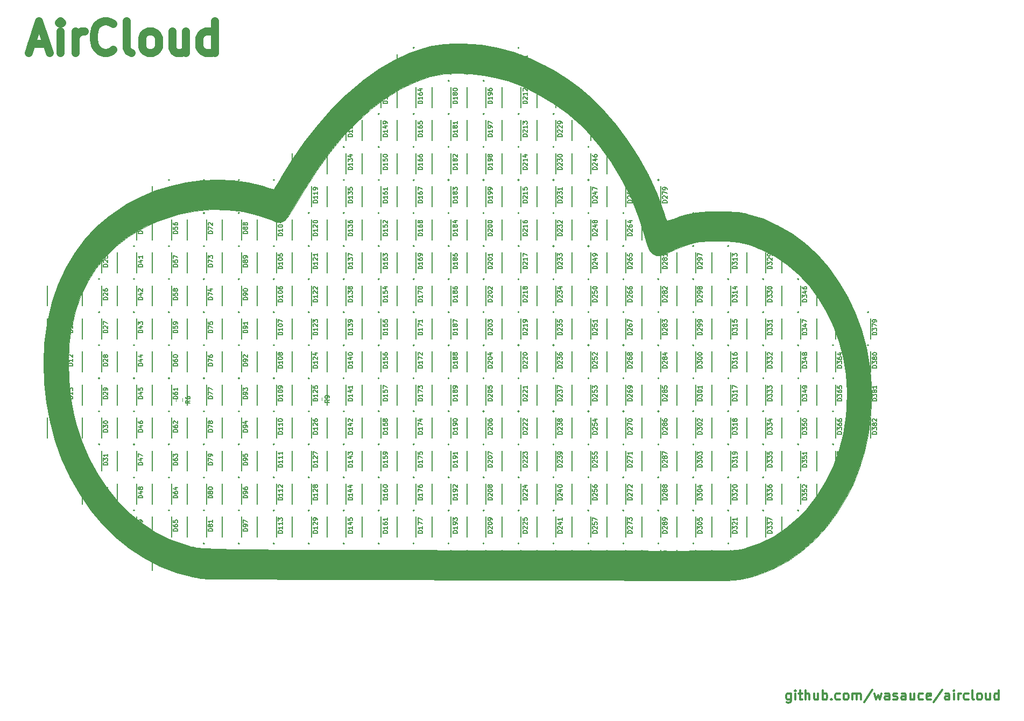
<source format=gbr>
%TF.GenerationSoftware,KiCad,Pcbnew,(5.1.7)-1*%
%TF.CreationDate,2021-01-23T13:14:39+03:00*%
%TF.ProjectId,LED_Cloud,4c45445f-436c-46f7-9564-2e6b69636164,rev?*%
%TF.SameCoordinates,Original*%
%TF.FileFunction,Legend,Top*%
%TF.FilePolarity,Positive*%
%FSLAX46Y46*%
G04 Gerber Fmt 4.6, Leading zero omitted, Abs format (unit mm)*
G04 Created by KiCad (PCBNEW (5.1.7)-1) date 2021-01-23 13:14:39*
%MOMM*%
%LPD*%
G01*
G04 APERTURE LIST*
%ADD10C,0.300000*%
%ADD11C,1.250000*%
%ADD12C,0.010000*%
%ADD13C,0.120000*%
%ADD14C,0.200000*%
%ADD15C,0.127000*%
%ADD16C,0.150000*%
G04 APERTURE END LIST*
D10*
X152454285Y-159978571D02*
X152454285Y-161192857D01*
X152382857Y-161335714D01*
X152311428Y-161407142D01*
X152168571Y-161478571D01*
X151954285Y-161478571D01*
X151811428Y-161407142D01*
X152454285Y-160907142D02*
X152311428Y-160978571D01*
X152025714Y-160978571D01*
X151882857Y-160907142D01*
X151811428Y-160835714D01*
X151740000Y-160692857D01*
X151740000Y-160264285D01*
X151811428Y-160121428D01*
X151882857Y-160050000D01*
X152025714Y-159978571D01*
X152311428Y-159978571D01*
X152454285Y-160050000D01*
X153168571Y-160978571D02*
X153168571Y-159978571D01*
X153168571Y-159478571D02*
X153097142Y-159550000D01*
X153168571Y-159621428D01*
X153240000Y-159550000D01*
X153168571Y-159478571D01*
X153168571Y-159621428D01*
X153668571Y-159978571D02*
X154240000Y-159978571D01*
X153882857Y-159478571D02*
X153882857Y-160764285D01*
X153954285Y-160907142D01*
X154097142Y-160978571D01*
X154240000Y-160978571D01*
X154740000Y-160978571D02*
X154740000Y-159478571D01*
X155382857Y-160978571D02*
X155382857Y-160192857D01*
X155311428Y-160050000D01*
X155168571Y-159978571D01*
X154954285Y-159978571D01*
X154811428Y-160050000D01*
X154740000Y-160121428D01*
X156740000Y-159978571D02*
X156740000Y-160978571D01*
X156097142Y-159978571D02*
X156097142Y-160764285D01*
X156168571Y-160907142D01*
X156311428Y-160978571D01*
X156525714Y-160978571D01*
X156668571Y-160907142D01*
X156740000Y-160835714D01*
X157454285Y-160978571D02*
X157454285Y-159478571D01*
X157454285Y-160050000D02*
X157597142Y-159978571D01*
X157882857Y-159978571D01*
X158025714Y-160050000D01*
X158097142Y-160121428D01*
X158168571Y-160264285D01*
X158168571Y-160692857D01*
X158097142Y-160835714D01*
X158025714Y-160907142D01*
X157882857Y-160978571D01*
X157597142Y-160978571D01*
X157454285Y-160907142D01*
X158811428Y-160835714D02*
X158882857Y-160907142D01*
X158811428Y-160978571D01*
X158740000Y-160907142D01*
X158811428Y-160835714D01*
X158811428Y-160978571D01*
X160168571Y-160907142D02*
X160025714Y-160978571D01*
X159740000Y-160978571D01*
X159597142Y-160907142D01*
X159525714Y-160835714D01*
X159454285Y-160692857D01*
X159454285Y-160264285D01*
X159525714Y-160121428D01*
X159597142Y-160050000D01*
X159740000Y-159978571D01*
X160025714Y-159978571D01*
X160168571Y-160050000D01*
X161025714Y-160978571D02*
X160882857Y-160907142D01*
X160811428Y-160835714D01*
X160740000Y-160692857D01*
X160740000Y-160264285D01*
X160811428Y-160121428D01*
X160882857Y-160050000D01*
X161025714Y-159978571D01*
X161240000Y-159978571D01*
X161382857Y-160050000D01*
X161454285Y-160121428D01*
X161525714Y-160264285D01*
X161525714Y-160692857D01*
X161454285Y-160835714D01*
X161382857Y-160907142D01*
X161240000Y-160978571D01*
X161025714Y-160978571D01*
X162168571Y-160978571D02*
X162168571Y-159978571D01*
X162168571Y-160121428D02*
X162240000Y-160050000D01*
X162382857Y-159978571D01*
X162597142Y-159978571D01*
X162740000Y-160050000D01*
X162811428Y-160192857D01*
X162811428Y-160978571D01*
X162811428Y-160192857D02*
X162882857Y-160050000D01*
X163025714Y-159978571D01*
X163240000Y-159978571D01*
X163382857Y-160050000D01*
X163454285Y-160192857D01*
X163454285Y-160978571D01*
X165240000Y-159407142D02*
X163954285Y-161335714D01*
X165597142Y-159978571D02*
X165882857Y-160978571D01*
X166168571Y-160264285D01*
X166454285Y-160978571D01*
X166740000Y-159978571D01*
X167954285Y-160978571D02*
X167954285Y-160192857D01*
X167882857Y-160050000D01*
X167740000Y-159978571D01*
X167454285Y-159978571D01*
X167311428Y-160050000D01*
X167954285Y-160907142D02*
X167811428Y-160978571D01*
X167454285Y-160978571D01*
X167311428Y-160907142D01*
X167240000Y-160764285D01*
X167240000Y-160621428D01*
X167311428Y-160478571D01*
X167454285Y-160407142D01*
X167811428Y-160407142D01*
X167954285Y-160335714D01*
X168597142Y-160907142D02*
X168740000Y-160978571D01*
X169025714Y-160978571D01*
X169168571Y-160907142D01*
X169240000Y-160764285D01*
X169240000Y-160692857D01*
X169168571Y-160550000D01*
X169025714Y-160478571D01*
X168811428Y-160478571D01*
X168668571Y-160407142D01*
X168597142Y-160264285D01*
X168597142Y-160192857D01*
X168668571Y-160050000D01*
X168811428Y-159978571D01*
X169025714Y-159978571D01*
X169168571Y-160050000D01*
X170525714Y-160978571D02*
X170525714Y-160192857D01*
X170454285Y-160050000D01*
X170311428Y-159978571D01*
X170025714Y-159978571D01*
X169882857Y-160050000D01*
X170525714Y-160907142D02*
X170382857Y-160978571D01*
X170025714Y-160978571D01*
X169882857Y-160907142D01*
X169811428Y-160764285D01*
X169811428Y-160621428D01*
X169882857Y-160478571D01*
X170025714Y-160407142D01*
X170382857Y-160407142D01*
X170525714Y-160335714D01*
X171882857Y-159978571D02*
X171882857Y-160978571D01*
X171240000Y-159978571D02*
X171240000Y-160764285D01*
X171311428Y-160907142D01*
X171454285Y-160978571D01*
X171668571Y-160978571D01*
X171811428Y-160907142D01*
X171882857Y-160835714D01*
X173240000Y-160907142D02*
X173097142Y-160978571D01*
X172811428Y-160978571D01*
X172668571Y-160907142D01*
X172597142Y-160835714D01*
X172525714Y-160692857D01*
X172525714Y-160264285D01*
X172597142Y-160121428D01*
X172668571Y-160050000D01*
X172811428Y-159978571D01*
X173097142Y-159978571D01*
X173240000Y-160050000D01*
X174454285Y-160907142D02*
X174311428Y-160978571D01*
X174025714Y-160978571D01*
X173882857Y-160907142D01*
X173811428Y-160764285D01*
X173811428Y-160192857D01*
X173882857Y-160050000D01*
X174025714Y-159978571D01*
X174311428Y-159978571D01*
X174454285Y-160050000D01*
X174525714Y-160192857D01*
X174525714Y-160335714D01*
X173811428Y-160478571D01*
X176240000Y-159407142D02*
X174954285Y-161335714D01*
X177382857Y-160978571D02*
X177382857Y-160192857D01*
X177311428Y-160050000D01*
X177168571Y-159978571D01*
X176882857Y-159978571D01*
X176740000Y-160050000D01*
X177382857Y-160907142D02*
X177240000Y-160978571D01*
X176882857Y-160978571D01*
X176740000Y-160907142D01*
X176668571Y-160764285D01*
X176668571Y-160621428D01*
X176740000Y-160478571D01*
X176882857Y-160407142D01*
X177240000Y-160407142D01*
X177382857Y-160335714D01*
X178097142Y-160978571D02*
X178097142Y-159978571D01*
X178097142Y-159478571D02*
X178025714Y-159550000D01*
X178097142Y-159621428D01*
X178168571Y-159550000D01*
X178097142Y-159478571D01*
X178097142Y-159621428D01*
X178811428Y-160978571D02*
X178811428Y-159978571D01*
X178811428Y-160264285D02*
X178882857Y-160121428D01*
X178954285Y-160050000D01*
X179097142Y-159978571D01*
X179240000Y-159978571D01*
X180382857Y-160907142D02*
X180240000Y-160978571D01*
X179954285Y-160978571D01*
X179811428Y-160907142D01*
X179740000Y-160835714D01*
X179668571Y-160692857D01*
X179668571Y-160264285D01*
X179740000Y-160121428D01*
X179811428Y-160050000D01*
X179954285Y-159978571D01*
X180240000Y-159978571D01*
X180382857Y-160050000D01*
X181240000Y-160978571D02*
X181097142Y-160907142D01*
X181025714Y-160764285D01*
X181025714Y-159478571D01*
X182025714Y-160978571D02*
X181882857Y-160907142D01*
X181811428Y-160835714D01*
X181740000Y-160692857D01*
X181740000Y-160264285D01*
X181811428Y-160121428D01*
X181882857Y-160050000D01*
X182025714Y-159978571D01*
X182240000Y-159978571D01*
X182382857Y-160050000D01*
X182454285Y-160121428D01*
X182525714Y-160264285D01*
X182525714Y-160692857D01*
X182454285Y-160835714D01*
X182382857Y-160907142D01*
X182240000Y-160978571D01*
X182025714Y-160978571D01*
X183811428Y-159978571D02*
X183811428Y-160978571D01*
X183168571Y-159978571D02*
X183168571Y-160764285D01*
X183240000Y-160907142D01*
X183382857Y-160978571D01*
X183597142Y-160978571D01*
X183740000Y-160907142D01*
X183811428Y-160835714D01*
X185168571Y-160978571D02*
X185168571Y-159478571D01*
X185168571Y-160907142D02*
X185025714Y-160978571D01*
X184740000Y-160978571D01*
X184597142Y-160907142D01*
X184525714Y-160835714D01*
X184454285Y-160692857D01*
X184454285Y-160264285D01*
X184525714Y-160121428D01*
X184597142Y-160050000D01*
X184740000Y-159978571D01*
X185025714Y-159978571D01*
X185168571Y-160050000D01*
D11*
X32956190Y-57733333D02*
X35337142Y-57733333D01*
X32480000Y-59161904D02*
X34146666Y-54161904D01*
X35813333Y-59161904D01*
X37480000Y-59161904D02*
X37480000Y-55828571D01*
X37480000Y-54161904D02*
X37241904Y-54400000D01*
X37480000Y-54638095D01*
X37718095Y-54400000D01*
X37480000Y-54161904D01*
X37480000Y-54638095D01*
X39860952Y-59161904D02*
X39860952Y-55828571D01*
X39860952Y-56780952D02*
X40099047Y-56304761D01*
X40337142Y-56066666D01*
X40813333Y-55828571D01*
X41289523Y-55828571D01*
X45813333Y-58685714D02*
X45575238Y-58923809D01*
X44860952Y-59161904D01*
X44384761Y-59161904D01*
X43670476Y-58923809D01*
X43194285Y-58447619D01*
X42956190Y-57971428D01*
X42718095Y-57019047D01*
X42718095Y-56304761D01*
X42956190Y-55352380D01*
X43194285Y-54876190D01*
X43670476Y-54400000D01*
X44384761Y-54161904D01*
X44860952Y-54161904D01*
X45575238Y-54400000D01*
X45813333Y-54638095D01*
X48670476Y-59161904D02*
X48194285Y-58923809D01*
X47956190Y-58447619D01*
X47956190Y-54161904D01*
X51289523Y-59161904D02*
X50813333Y-58923809D01*
X50575238Y-58685714D01*
X50337142Y-58209523D01*
X50337142Y-56780952D01*
X50575238Y-56304761D01*
X50813333Y-56066666D01*
X51289523Y-55828571D01*
X52003809Y-55828571D01*
X52480000Y-56066666D01*
X52718095Y-56304761D01*
X52956190Y-56780952D01*
X52956190Y-58209523D01*
X52718095Y-58685714D01*
X52480000Y-58923809D01*
X52003809Y-59161904D01*
X51289523Y-59161904D01*
X57241904Y-55828571D02*
X57241904Y-59161904D01*
X55099047Y-55828571D02*
X55099047Y-58447619D01*
X55337142Y-58923809D01*
X55813333Y-59161904D01*
X56527619Y-59161904D01*
X57003809Y-58923809D01*
X57241904Y-58685714D01*
X61765714Y-59161904D02*
X61765714Y-54161904D01*
X61765714Y-58923809D02*
X61289523Y-59161904D01*
X60337142Y-59161904D01*
X59860952Y-58923809D01*
X59622857Y-58685714D01*
X59384761Y-58209523D01*
X59384761Y-56780952D01*
X59622857Y-56304761D01*
X59860952Y-56066666D01*
X60337142Y-55828571D01*
X61289523Y-55828571D01*
X61765714Y-56066666D01*
D12*
%TO.C,G\u002A\u002A\u002A*%
G36*
X102257004Y-57792419D02*
G01*
X103575080Y-57915981D01*
X103750824Y-57939645D01*
X106418621Y-58421030D01*
X108933724Y-59103927D01*
X111365413Y-60012731D01*
X113782968Y-61171838D01*
X115226702Y-61980611D01*
X117299058Y-63289602D01*
X119200586Y-64688348D01*
X120992276Y-66229742D01*
X122735119Y-67966675D01*
X124490107Y-69952039D01*
X124675866Y-70175014D01*
X126693044Y-72798138D01*
X128468125Y-75515871D01*
X130020403Y-78363420D01*
X131369171Y-81375997D01*
X132474142Y-84406329D01*
X132661478Y-84970362D01*
X132809078Y-85403139D01*
X132891768Y-85631225D01*
X132899972Y-85648548D01*
X133031367Y-85621817D01*
X133355427Y-85518798D01*
X133811022Y-85359364D01*
X133985535Y-85295648D01*
X134977535Y-84944622D01*
X135856231Y-84673560D01*
X136682756Y-84472611D01*
X137518246Y-84331924D01*
X138423833Y-84241648D01*
X139460650Y-84191934D01*
X140689832Y-84172930D01*
X140959162Y-84171958D01*
X142007902Y-84173107D01*
X142841810Y-84184299D01*
X143511977Y-84209531D01*
X144069494Y-84252800D01*
X144565451Y-84318102D01*
X145050938Y-84409434D01*
X145577046Y-84530792D01*
X145591510Y-84534331D01*
X148052698Y-85294792D01*
X150397888Y-86333649D01*
X152615140Y-87635153D01*
X154692513Y-89183557D01*
X156618067Y-90963110D01*
X158379862Y-92958065D01*
X159965956Y-95152673D01*
X161364410Y-97531186D01*
X162563284Y-100077855D01*
X163550636Y-102776931D01*
X164314527Y-105612666D01*
X164843016Y-108569311D01*
X165021951Y-110161702D01*
X165153123Y-113069863D01*
X165032989Y-115998492D01*
X164669231Y-118908830D01*
X164069534Y-121762120D01*
X163241580Y-124519606D01*
X162193053Y-127142530D01*
X161300004Y-128936709D01*
X159769527Y-131470842D01*
X158068285Y-133761877D01*
X156204403Y-135802776D01*
X154186004Y-137586502D01*
X152021212Y-139106016D01*
X149718153Y-140354280D01*
X147284949Y-141324257D01*
X146833619Y-141468805D01*
X145988714Y-141710946D01*
X145170816Y-141901121D01*
X144333350Y-142044170D01*
X143429744Y-142144936D01*
X142413425Y-142208260D01*
X141237819Y-142238985D01*
X139856352Y-142241951D01*
X139429843Y-142238501D01*
X138993850Y-142235203D01*
X138303797Y-142231337D01*
X137371588Y-142226940D01*
X136209132Y-142222050D01*
X134828335Y-142216703D01*
X133241104Y-142210934D01*
X131459345Y-142204781D01*
X129494966Y-142198281D01*
X127359874Y-142191469D01*
X125065974Y-142184383D01*
X122625175Y-142177059D01*
X120049382Y-142169533D01*
X117350502Y-142161842D01*
X114540443Y-142154023D01*
X111631111Y-142146111D01*
X108634413Y-142138145D01*
X105562256Y-142130159D01*
X102426546Y-142122192D01*
X99239190Y-142114278D01*
X97872251Y-142110942D01*
X94708410Y-142102903D01*
X91612115Y-142094338D01*
X88594027Y-142085301D01*
X85664805Y-142075846D01*
X82835110Y-142066028D01*
X80115603Y-142055901D01*
X77516943Y-142045519D01*
X75049791Y-142034938D01*
X72724808Y-142024210D01*
X70552654Y-142013391D01*
X68543988Y-142002536D01*
X66709472Y-141991698D01*
X65059766Y-141980931D01*
X63605530Y-141970291D01*
X62357424Y-141959832D01*
X61326108Y-141949608D01*
X60522244Y-141939673D01*
X59956491Y-141930083D01*
X59639509Y-141920891D01*
X59572775Y-141915475D01*
X59273399Y-141837315D01*
X58812749Y-141733039D01*
X58309424Y-141629021D01*
X55668079Y-140949443D01*
X53118122Y-139974830D01*
X50673504Y-138717735D01*
X48348174Y-137190712D01*
X46156083Y-135406314D01*
X44111181Y-133377097D01*
X42227419Y-131115613D01*
X40518747Y-128634417D01*
X38999115Y-125946062D01*
X37684868Y-123068987D01*
X36660962Y-120211313D01*
X35862671Y-117243284D01*
X35293472Y-114200874D01*
X34956840Y-111120057D01*
X34856250Y-108036808D01*
X34864119Y-107864057D01*
X38736851Y-107864057D01*
X38820660Y-110632623D01*
X39116245Y-113404744D01*
X39620639Y-116121778D01*
X39972543Y-117522785D01*
X40870916Y-120285497D01*
X41997509Y-122909102D01*
X43335504Y-125374501D01*
X44868084Y-127662593D01*
X46578433Y-129754279D01*
X48449732Y-131630458D01*
X50465166Y-133272030D01*
X52607916Y-134659896D01*
X54861165Y-135774955D01*
X56611146Y-136419986D01*
X56893887Y-136511563D01*
X57148704Y-136596950D01*
X57385147Y-136676385D01*
X57612769Y-136750106D01*
X57841119Y-136818348D01*
X58079751Y-136881351D01*
X58338214Y-136939350D01*
X58626061Y-136992585D01*
X58952842Y-137041291D01*
X59328109Y-137085706D01*
X59761414Y-137126068D01*
X60262306Y-137162614D01*
X60840338Y-137195582D01*
X61505061Y-137225208D01*
X62266027Y-137251730D01*
X63132785Y-137275386D01*
X64114889Y-137296413D01*
X65221889Y-137315047D01*
X66463336Y-137331528D01*
X67848782Y-137346091D01*
X69387778Y-137358975D01*
X71089874Y-137370416D01*
X72964624Y-137380652D01*
X75021577Y-137389921D01*
X77270286Y-137398459D01*
X79720300Y-137406505D01*
X82381173Y-137414295D01*
X85262454Y-137422067D01*
X88373696Y-137430058D01*
X91724449Y-137438505D01*
X95324264Y-137447647D01*
X98271204Y-137455306D01*
X102402147Y-137466293D01*
X106275639Y-137476741D01*
X109900197Y-137486582D01*
X113284338Y-137495747D01*
X116436579Y-137504167D01*
X119365437Y-137511773D01*
X122079429Y-137518496D01*
X124587073Y-137524268D01*
X126896885Y-137529020D01*
X129017384Y-137532682D01*
X130957084Y-137535186D01*
X132724505Y-137536463D01*
X134328163Y-137536444D01*
X135776574Y-137535060D01*
X137078257Y-137532243D01*
X138241729Y-137527923D01*
X139275505Y-137522032D01*
X140188104Y-137514501D01*
X140988043Y-137505261D01*
X141683838Y-137494242D01*
X142284008Y-137481377D01*
X142797068Y-137466596D01*
X143231536Y-137449831D01*
X143595929Y-137431012D01*
X143898765Y-137410071D01*
X144148560Y-137386939D01*
X144353831Y-137361547D01*
X144523096Y-137333825D01*
X144664872Y-137303707D01*
X144787675Y-137271121D01*
X144900023Y-137236000D01*
X145010434Y-137198275D01*
X145127423Y-137157876D01*
X145259509Y-137114735D01*
X145395630Y-137074269D01*
X147657118Y-136289686D01*
X149757260Y-135254632D01*
X151710787Y-133959611D01*
X153532427Y-132395130D01*
X154902034Y-130946202D01*
X156533689Y-128856914D01*
X157925087Y-126629717D01*
X159076421Y-124264132D01*
X159987882Y-121759679D01*
X160659662Y-119115879D01*
X161091952Y-116332251D01*
X161197415Y-115185427D01*
X161270524Y-112471381D01*
X161089914Y-109800260D01*
X160667235Y-107193413D01*
X160014136Y-104672190D01*
X159142268Y-102257939D01*
X158063280Y-99972010D01*
X156788821Y-97835750D01*
X155330543Y-95870510D01*
X153700095Y-94097638D01*
X151909126Y-92538483D01*
X149969286Y-91214394D01*
X147892226Y-90146720D01*
X147428087Y-89952409D01*
X146501210Y-89593320D01*
X145692247Y-89318290D01*
X144939711Y-89116657D01*
X144182115Y-88977760D01*
X143357973Y-88890939D01*
X142405799Y-88845530D01*
X141264106Y-88830874D01*
X140959162Y-88830743D01*
X139982330Y-88834871D01*
X139217876Y-88848061D01*
X138612230Y-88875600D01*
X138111820Y-88922776D01*
X137663075Y-88994876D01*
X137212423Y-89097185D01*
X136706294Y-89234991D01*
X136623895Y-89258586D01*
X135863204Y-89503871D01*
X134985073Y-89828113D01*
X134116240Y-90182817D01*
X133587169Y-90420564D01*
X132836432Y-90765829D01*
X132276392Y-90991996D01*
X131854262Y-91109344D01*
X131517255Y-91128149D01*
X131212581Y-91058691D01*
X130936905Y-90936569D01*
X130599604Y-90715924D01*
X130316491Y-90397120D01*
X130061376Y-89929467D01*
X129808069Y-89262274D01*
X129530380Y-88344849D01*
X129451797Y-88062146D01*
X128449307Y-84911288D01*
X127207572Y-81870865D01*
X125743251Y-78969721D01*
X124073001Y-76236705D01*
X122213479Y-73700663D01*
X120181343Y-71390441D01*
X119340679Y-70552148D01*
X117302580Y-68769543D01*
X115091835Y-67154842D01*
X112761012Y-65737869D01*
X110362682Y-64548446D01*
X107949417Y-63616398D01*
X106250262Y-63125884D01*
X104122904Y-62696527D01*
X102003245Y-62449534D01*
X99939968Y-62385770D01*
X97981758Y-62506102D01*
X96177296Y-62811395D01*
X95678011Y-62937861D01*
X93351807Y-63737251D01*
X91036330Y-64849492D01*
X88740761Y-66265918D01*
X86474278Y-67977868D01*
X84246064Y-69976678D01*
X82065297Y-72253684D01*
X79941159Y-74800223D01*
X77882828Y-77607631D01*
X75899487Y-80667245D01*
X74666492Y-82766577D01*
X74161178Y-83635121D01*
X73694051Y-84390023D01*
X73294634Y-84986221D01*
X72992447Y-85378649D01*
X72884784Y-85486214D01*
X72381627Y-85771322D01*
X71818351Y-85829335D01*
X71139629Y-85661793D01*
X70848182Y-85542953D01*
X68608861Y-84719328D01*
X66249229Y-84163051D01*
X63796309Y-83873789D01*
X61277124Y-83851207D01*
X58718696Y-84094972D01*
X56148047Y-84604752D01*
X53592201Y-85380212D01*
X52570840Y-85768424D01*
X50281468Y-86835000D01*
X48182526Y-88110590D01*
X46279225Y-89588642D01*
X44576774Y-91262597D01*
X43080384Y-93125902D01*
X41795263Y-95172000D01*
X40726623Y-97394335D01*
X39879673Y-99786353D01*
X39259623Y-102341497D01*
X39216421Y-102572152D01*
X38867783Y-105157686D01*
X38736851Y-107864057D01*
X34864119Y-107864057D01*
X34995179Y-104987102D01*
X35377102Y-102006912D01*
X35557034Y-101044937D01*
X36259045Y-98232586D01*
X37193171Y-95571266D01*
X38352418Y-93071209D01*
X39729792Y-90742646D01*
X41318297Y-88595810D01*
X43110939Y-86640933D01*
X45100725Y-84888245D01*
X47280658Y-83347979D01*
X47921373Y-82957806D01*
X50083624Y-81828362D01*
X52387718Y-80890736D01*
X54794905Y-80149380D01*
X57266436Y-79608745D01*
X59763561Y-79273281D01*
X62247530Y-79147440D01*
X64679594Y-79235673D01*
X67021002Y-79542431D01*
X69233004Y-80072164D01*
X70211518Y-80397457D01*
X71075916Y-80713242D01*
X71302646Y-80349342D01*
X71476701Y-80062389D01*
X71757767Y-79590876D01*
X72099433Y-79012874D01*
X72300028Y-78671621D01*
X74006728Y-75940947D01*
X75883518Y-73263859D01*
X77882713Y-70700183D01*
X79956627Y-68309744D01*
X82057574Y-66152367D01*
X82928141Y-65337804D01*
X85232792Y-63405462D01*
X87601879Y-61729326D01*
X90010286Y-60323608D01*
X92432899Y-59202520D01*
X94844604Y-58380273D01*
X95545026Y-58198142D01*
X96658687Y-57988243D01*
X97960200Y-57840406D01*
X99376080Y-57756947D01*
X100832843Y-57740179D01*
X102257004Y-57792419D01*
G37*
X102257004Y-57792419D02*
X103575080Y-57915981D01*
X103750824Y-57939645D01*
X106418621Y-58421030D01*
X108933724Y-59103927D01*
X111365413Y-60012731D01*
X113782968Y-61171838D01*
X115226702Y-61980611D01*
X117299058Y-63289602D01*
X119200586Y-64688348D01*
X120992276Y-66229742D01*
X122735119Y-67966675D01*
X124490107Y-69952039D01*
X124675866Y-70175014D01*
X126693044Y-72798138D01*
X128468125Y-75515871D01*
X130020403Y-78363420D01*
X131369171Y-81375997D01*
X132474142Y-84406329D01*
X132661478Y-84970362D01*
X132809078Y-85403139D01*
X132891768Y-85631225D01*
X132899972Y-85648548D01*
X133031367Y-85621817D01*
X133355427Y-85518798D01*
X133811022Y-85359364D01*
X133985535Y-85295648D01*
X134977535Y-84944622D01*
X135856231Y-84673560D01*
X136682756Y-84472611D01*
X137518246Y-84331924D01*
X138423833Y-84241648D01*
X139460650Y-84191934D01*
X140689832Y-84172930D01*
X140959162Y-84171958D01*
X142007902Y-84173107D01*
X142841810Y-84184299D01*
X143511977Y-84209531D01*
X144069494Y-84252800D01*
X144565451Y-84318102D01*
X145050938Y-84409434D01*
X145577046Y-84530792D01*
X145591510Y-84534331D01*
X148052698Y-85294792D01*
X150397888Y-86333649D01*
X152615140Y-87635153D01*
X154692513Y-89183557D01*
X156618067Y-90963110D01*
X158379862Y-92958065D01*
X159965956Y-95152673D01*
X161364410Y-97531186D01*
X162563284Y-100077855D01*
X163550636Y-102776931D01*
X164314527Y-105612666D01*
X164843016Y-108569311D01*
X165021951Y-110161702D01*
X165153123Y-113069863D01*
X165032989Y-115998492D01*
X164669231Y-118908830D01*
X164069534Y-121762120D01*
X163241580Y-124519606D01*
X162193053Y-127142530D01*
X161300004Y-128936709D01*
X159769527Y-131470842D01*
X158068285Y-133761877D01*
X156204403Y-135802776D01*
X154186004Y-137586502D01*
X152021212Y-139106016D01*
X149718153Y-140354280D01*
X147284949Y-141324257D01*
X146833619Y-141468805D01*
X145988714Y-141710946D01*
X145170816Y-141901121D01*
X144333350Y-142044170D01*
X143429744Y-142144936D01*
X142413425Y-142208260D01*
X141237819Y-142238985D01*
X139856352Y-142241951D01*
X139429843Y-142238501D01*
X138993850Y-142235203D01*
X138303797Y-142231337D01*
X137371588Y-142226940D01*
X136209132Y-142222050D01*
X134828335Y-142216703D01*
X133241104Y-142210934D01*
X131459345Y-142204781D01*
X129494966Y-142198281D01*
X127359874Y-142191469D01*
X125065974Y-142184383D01*
X122625175Y-142177059D01*
X120049382Y-142169533D01*
X117350502Y-142161842D01*
X114540443Y-142154023D01*
X111631111Y-142146111D01*
X108634413Y-142138145D01*
X105562256Y-142130159D01*
X102426546Y-142122192D01*
X99239190Y-142114278D01*
X97872251Y-142110942D01*
X94708410Y-142102903D01*
X91612115Y-142094338D01*
X88594027Y-142085301D01*
X85664805Y-142075846D01*
X82835110Y-142066028D01*
X80115603Y-142055901D01*
X77516943Y-142045519D01*
X75049791Y-142034938D01*
X72724808Y-142024210D01*
X70552654Y-142013391D01*
X68543988Y-142002536D01*
X66709472Y-141991698D01*
X65059766Y-141980931D01*
X63605530Y-141970291D01*
X62357424Y-141959832D01*
X61326108Y-141949608D01*
X60522244Y-141939673D01*
X59956491Y-141930083D01*
X59639509Y-141920891D01*
X59572775Y-141915475D01*
X59273399Y-141837315D01*
X58812749Y-141733039D01*
X58309424Y-141629021D01*
X55668079Y-140949443D01*
X53118122Y-139974830D01*
X50673504Y-138717735D01*
X48348174Y-137190712D01*
X46156083Y-135406314D01*
X44111181Y-133377097D01*
X42227419Y-131115613D01*
X40518747Y-128634417D01*
X38999115Y-125946062D01*
X37684868Y-123068987D01*
X36660962Y-120211313D01*
X35862671Y-117243284D01*
X35293472Y-114200874D01*
X34956840Y-111120057D01*
X34856250Y-108036808D01*
X34864119Y-107864057D01*
X38736851Y-107864057D01*
X38820660Y-110632623D01*
X39116245Y-113404744D01*
X39620639Y-116121778D01*
X39972543Y-117522785D01*
X40870916Y-120285497D01*
X41997509Y-122909102D01*
X43335504Y-125374501D01*
X44868084Y-127662593D01*
X46578433Y-129754279D01*
X48449732Y-131630458D01*
X50465166Y-133272030D01*
X52607916Y-134659896D01*
X54861165Y-135774955D01*
X56611146Y-136419986D01*
X56893887Y-136511563D01*
X57148704Y-136596950D01*
X57385147Y-136676385D01*
X57612769Y-136750106D01*
X57841119Y-136818348D01*
X58079751Y-136881351D01*
X58338214Y-136939350D01*
X58626061Y-136992585D01*
X58952842Y-137041291D01*
X59328109Y-137085706D01*
X59761414Y-137126068D01*
X60262306Y-137162614D01*
X60840338Y-137195582D01*
X61505061Y-137225208D01*
X62266027Y-137251730D01*
X63132785Y-137275386D01*
X64114889Y-137296413D01*
X65221889Y-137315047D01*
X66463336Y-137331528D01*
X67848782Y-137346091D01*
X69387778Y-137358975D01*
X71089874Y-137370416D01*
X72964624Y-137380652D01*
X75021577Y-137389921D01*
X77270286Y-137398459D01*
X79720300Y-137406505D01*
X82381173Y-137414295D01*
X85262454Y-137422067D01*
X88373696Y-137430058D01*
X91724449Y-137438505D01*
X95324264Y-137447647D01*
X98271204Y-137455306D01*
X102402147Y-137466293D01*
X106275639Y-137476741D01*
X109900197Y-137486582D01*
X113284338Y-137495747D01*
X116436579Y-137504167D01*
X119365437Y-137511773D01*
X122079429Y-137518496D01*
X124587073Y-137524268D01*
X126896885Y-137529020D01*
X129017384Y-137532682D01*
X130957084Y-137535186D01*
X132724505Y-137536463D01*
X134328163Y-137536444D01*
X135776574Y-137535060D01*
X137078257Y-137532243D01*
X138241729Y-137527923D01*
X139275505Y-137522032D01*
X140188104Y-137514501D01*
X140988043Y-137505261D01*
X141683838Y-137494242D01*
X142284008Y-137481377D01*
X142797068Y-137466596D01*
X143231536Y-137449831D01*
X143595929Y-137431012D01*
X143898765Y-137410071D01*
X144148560Y-137386939D01*
X144353831Y-137361547D01*
X144523096Y-137333825D01*
X144664872Y-137303707D01*
X144787675Y-137271121D01*
X144900023Y-137236000D01*
X145010434Y-137198275D01*
X145127423Y-137157876D01*
X145259509Y-137114735D01*
X145395630Y-137074269D01*
X147657118Y-136289686D01*
X149757260Y-135254632D01*
X151710787Y-133959611D01*
X153532427Y-132395130D01*
X154902034Y-130946202D01*
X156533689Y-128856914D01*
X157925087Y-126629717D01*
X159076421Y-124264132D01*
X159987882Y-121759679D01*
X160659662Y-119115879D01*
X161091952Y-116332251D01*
X161197415Y-115185427D01*
X161270524Y-112471381D01*
X161089914Y-109800260D01*
X160667235Y-107193413D01*
X160014136Y-104672190D01*
X159142268Y-102257939D01*
X158063280Y-99972010D01*
X156788821Y-97835750D01*
X155330543Y-95870510D01*
X153700095Y-94097638D01*
X151909126Y-92538483D01*
X149969286Y-91214394D01*
X147892226Y-90146720D01*
X147428087Y-89952409D01*
X146501210Y-89593320D01*
X145692247Y-89318290D01*
X144939711Y-89116657D01*
X144182115Y-88977760D01*
X143357973Y-88890939D01*
X142405799Y-88845530D01*
X141264106Y-88830874D01*
X140959162Y-88830743D01*
X139982330Y-88834871D01*
X139217876Y-88848061D01*
X138612230Y-88875600D01*
X138111820Y-88922776D01*
X137663075Y-88994876D01*
X137212423Y-89097185D01*
X136706294Y-89234991D01*
X136623895Y-89258586D01*
X135863204Y-89503871D01*
X134985073Y-89828113D01*
X134116240Y-90182817D01*
X133587169Y-90420564D01*
X132836432Y-90765829D01*
X132276392Y-90991996D01*
X131854262Y-91109344D01*
X131517255Y-91128149D01*
X131212581Y-91058691D01*
X130936905Y-90936569D01*
X130599604Y-90715924D01*
X130316491Y-90397120D01*
X130061376Y-89929467D01*
X129808069Y-89262274D01*
X129530380Y-88344849D01*
X129451797Y-88062146D01*
X128449307Y-84911288D01*
X127207572Y-81870865D01*
X125743251Y-78969721D01*
X124073001Y-76236705D01*
X122213479Y-73700663D01*
X120181343Y-71390441D01*
X119340679Y-70552148D01*
X117302580Y-68769543D01*
X115091835Y-67154842D01*
X112761012Y-65737869D01*
X110362682Y-64548446D01*
X107949417Y-63616398D01*
X106250262Y-63125884D01*
X104122904Y-62696527D01*
X102003245Y-62449534D01*
X99939968Y-62385770D01*
X97981758Y-62506102D01*
X96177296Y-62811395D01*
X95678011Y-62937861D01*
X93351807Y-63737251D01*
X91036330Y-64849492D01*
X88740761Y-66265918D01*
X86474278Y-67977868D01*
X84246064Y-69976678D01*
X82065297Y-72253684D01*
X79941159Y-74800223D01*
X77882828Y-77607631D01*
X75899487Y-80667245D01*
X74666492Y-82766577D01*
X74161178Y-83635121D01*
X73694051Y-84390023D01*
X73294634Y-84986221D01*
X72992447Y-85378649D01*
X72884784Y-85486214D01*
X72381627Y-85771322D01*
X71818351Y-85829335D01*
X71139629Y-85661793D01*
X70848182Y-85542953D01*
X68608861Y-84719328D01*
X66249229Y-84163051D01*
X63796309Y-83873789D01*
X61277124Y-83851207D01*
X58718696Y-84094972D01*
X56148047Y-84604752D01*
X53592201Y-85380212D01*
X52570840Y-85768424D01*
X50281468Y-86835000D01*
X48182526Y-88110590D01*
X46279225Y-89588642D01*
X44576774Y-91262597D01*
X43080384Y-93125902D01*
X41795263Y-95172000D01*
X40726623Y-97394335D01*
X39879673Y-99786353D01*
X39259623Y-102341497D01*
X39216421Y-102572152D01*
X38867783Y-105157686D01*
X38736851Y-107864057D01*
X34864119Y-107864057D01*
X34995179Y-104987102D01*
X35377102Y-102006912D01*
X35557034Y-101044937D01*
X36259045Y-98232586D01*
X37193171Y-95571266D01*
X38352418Y-93071209D01*
X39729792Y-90742646D01*
X41318297Y-88595810D01*
X43110939Y-86640933D01*
X45100725Y-84888245D01*
X47280658Y-83347979D01*
X47921373Y-82957806D01*
X50083624Y-81828362D01*
X52387718Y-80890736D01*
X54794905Y-80149380D01*
X57266436Y-79608745D01*
X59763561Y-79273281D01*
X62247530Y-79147440D01*
X64679594Y-79235673D01*
X67021002Y-79542431D01*
X69233004Y-80072164D01*
X70211518Y-80397457D01*
X71075916Y-80713242D01*
X71302646Y-80349342D01*
X71476701Y-80062389D01*
X71757767Y-79590876D01*
X72099433Y-79012874D01*
X72300028Y-78671621D01*
X74006728Y-75940947D01*
X75883518Y-73263859D01*
X77882713Y-70700183D01*
X79956627Y-68309744D01*
X82057574Y-66152367D01*
X82928141Y-65337804D01*
X85232792Y-63405462D01*
X87601879Y-61729326D01*
X90010286Y-60323608D01*
X92432899Y-59202520D01*
X94844604Y-58380273D01*
X95545026Y-58198142D01*
X96658687Y-57988243D01*
X97960200Y-57840406D01*
X99376080Y-57756947D01*
X100832843Y-57740179D01*
X102257004Y-57792419D01*
D13*
%TO.C,R9*%
X78622500Y-113432742D02*
X78622500Y-113907258D01*
X77577500Y-113432742D02*
X77577500Y-113907258D01*
%TO.C,R6*%
X56712500Y-113567742D02*
X56712500Y-114042258D01*
X55667500Y-113567742D02*
X55667500Y-114042258D01*
D14*
%TO.C,D300*%
X137200000Y-105200000D02*
G75*
G03*
X137200000Y-105200000I-100000J0D01*
G01*
D15*
X137500000Y-106200000D02*
X137500000Y-109400000D01*
X134500000Y-106200000D02*
X134500000Y-109400000D01*
%TO.C,D363*%
X156500000Y-101000000D02*
X156500000Y-104200000D01*
X159500000Y-101000000D02*
X159500000Y-104200000D01*
D14*
X159200000Y-100000000D02*
G75*
G03*
X159200000Y-100000000I-100000J0D01*
G01*
%TO.C,D333*%
X148200000Y-110400000D02*
G75*
G03*
X148200000Y-110400000I-100000J0D01*
G01*
D15*
X148500000Y-111400000D02*
X148500000Y-114600000D01*
X145500000Y-111400000D02*
X145500000Y-114600000D01*
%TO.C,D366*%
X156500000Y-116600000D02*
X156500000Y-119800000D01*
X159500000Y-116600000D02*
X159500000Y-119800000D01*
D14*
X159200000Y-115600000D02*
G75*
G03*
X159200000Y-115600000I-100000J0D01*
G01*
%TO.C,D338*%
X148200000Y-136400000D02*
G75*
G03*
X148200000Y-136400000I-100000J0D01*
G01*
D15*
X148500000Y-137400000D02*
X148500000Y-140600000D01*
X145500000Y-137400000D02*
X145500000Y-140600000D01*
%TO.C,D352*%
X151000000Y-127000000D02*
X151000000Y-130200000D01*
X154000000Y-127000000D02*
X154000000Y-130200000D01*
D14*
X153700000Y-126000000D02*
G75*
G03*
X153700000Y-126000000I-100000J0D01*
G01*
D15*
%TO.C,D345*%
X151000000Y-90600000D02*
X151000000Y-93800000D01*
X154000000Y-90600000D02*
X154000000Y-93800000D01*
D14*
X153700000Y-89600000D02*
G75*
G03*
X153700000Y-89600000I-100000J0D01*
G01*
%TO.C,D332*%
X148200000Y-105200000D02*
G75*
G03*
X148200000Y-105200000I-100000J0D01*
G01*
D15*
X148500000Y-106200000D02*
X148500000Y-109400000D01*
X145500000Y-106200000D02*
X145500000Y-109400000D01*
%TO.C,D367*%
X156500000Y-121800000D02*
X156500000Y-125000000D01*
X159500000Y-121800000D02*
X159500000Y-125000000D01*
D14*
X159200000Y-120800000D02*
G75*
G03*
X159200000Y-120800000I-100000J0D01*
G01*
%TO.C,D337*%
X148200000Y-131200000D02*
G75*
G03*
X148200000Y-131200000I-100000J0D01*
G01*
D15*
X148500000Y-132200000D02*
X148500000Y-135400000D01*
X145500000Y-132200000D02*
X145500000Y-135400000D01*
%TO.C,D379*%
X162000000Y-101000000D02*
X162000000Y-104200000D01*
X165000000Y-101000000D02*
X165000000Y-104200000D01*
D14*
X164700000Y-100000000D02*
G75*
G03*
X164700000Y-100000000I-100000J0D01*
G01*
D15*
%TO.C,D348*%
X151000000Y-106200000D02*
X151000000Y-109400000D01*
X154000000Y-106200000D02*
X154000000Y-109400000D01*
D14*
X153700000Y-105200000D02*
G75*
G03*
X153700000Y-105200000I-100000J0D01*
G01*
D15*
%TO.C,D365*%
X156500000Y-111400000D02*
X156500000Y-114600000D01*
X159500000Y-111400000D02*
X159500000Y-114600000D01*
D14*
X159200000Y-110400000D02*
G75*
G03*
X159200000Y-110400000I-100000J0D01*
G01*
D15*
%TO.C,D353*%
X151000000Y-132200000D02*
X151000000Y-135400000D01*
X154000000Y-132200000D02*
X154000000Y-135400000D01*
D14*
X153700000Y-131200000D02*
G75*
G03*
X153700000Y-131200000I-100000J0D01*
G01*
D15*
%TO.C,D368*%
X156500000Y-127000000D02*
X156500000Y-130200000D01*
X159500000Y-127000000D02*
X159500000Y-130200000D01*
D14*
X159200000Y-126000000D02*
G75*
G03*
X159200000Y-126000000I-100000J0D01*
G01*
D15*
%TO.C,D381*%
X162000000Y-111400000D02*
X162000000Y-114600000D01*
X165000000Y-111400000D02*
X165000000Y-114600000D01*
D14*
X164700000Y-110400000D02*
G75*
G03*
X164700000Y-110400000I-100000J0D01*
G01*
D15*
%TO.C,D380*%
X162000000Y-106200000D02*
X162000000Y-109400000D01*
X165000000Y-106200000D02*
X165000000Y-109400000D01*
D14*
X164700000Y-105200000D02*
G75*
G03*
X164700000Y-105200000I-100000J0D01*
G01*
D15*
%TO.C,D349*%
X151000000Y-111400000D02*
X151000000Y-114600000D01*
X154000000Y-111400000D02*
X154000000Y-114600000D01*
D14*
X153700000Y-110400000D02*
G75*
G03*
X153700000Y-110400000I-100000J0D01*
G01*
D15*
%TO.C,D382*%
X162000000Y-116600000D02*
X162000000Y-119800000D01*
X165000000Y-116600000D02*
X165000000Y-119800000D01*
D14*
X164700000Y-115600000D02*
G75*
G03*
X164700000Y-115600000I-100000J0D01*
G01*
D15*
%TO.C,D351*%
X151000000Y-121800000D02*
X151000000Y-125000000D01*
X154000000Y-121800000D02*
X154000000Y-125000000D01*
D14*
X153700000Y-120800000D02*
G75*
G03*
X153700000Y-120800000I-100000J0D01*
G01*
%TO.C,D334*%
X148200000Y-115600000D02*
G75*
G03*
X148200000Y-115600000I-100000J0D01*
G01*
D15*
X148500000Y-116600000D02*
X148500000Y-119800000D01*
X145500000Y-116600000D02*
X145500000Y-119800000D01*
D14*
%TO.C,D336*%
X148200000Y-126000000D02*
G75*
G03*
X148200000Y-126000000I-100000J0D01*
G01*
D15*
X148500000Y-127000000D02*
X148500000Y-130200000D01*
X145500000Y-127000000D02*
X145500000Y-130200000D01*
%TO.C,D350*%
X151000000Y-116600000D02*
X151000000Y-119800000D01*
X154000000Y-116600000D02*
X154000000Y-119800000D01*
D14*
X153700000Y-115600000D02*
G75*
G03*
X153700000Y-115600000I-100000J0D01*
G01*
D15*
%TO.C,D346*%
X151000000Y-95800000D02*
X151000000Y-99000000D01*
X154000000Y-95800000D02*
X154000000Y-99000000D01*
D14*
X153700000Y-94800000D02*
G75*
G03*
X153700000Y-94800000I-100000J0D01*
G01*
%TO.C,D330*%
X148200000Y-94800000D02*
G75*
G03*
X148200000Y-94800000I-100000J0D01*
G01*
D15*
X148500000Y-95800000D02*
X148500000Y-99000000D01*
X145500000Y-95800000D02*
X145500000Y-99000000D01*
D14*
%TO.C,D331*%
X148200000Y-100000000D02*
G75*
G03*
X148200000Y-100000000I-100000J0D01*
G01*
D15*
X148500000Y-101000000D02*
X148500000Y-104200000D01*
X145500000Y-101000000D02*
X145500000Y-104200000D01*
%TO.C,D362*%
X156500000Y-95800000D02*
X156500000Y-99000000D01*
X159500000Y-95800000D02*
X159500000Y-99000000D01*
D14*
X159200000Y-94800000D02*
G75*
G03*
X159200000Y-94800000I-100000J0D01*
G01*
%TO.C,D335*%
X148200000Y-120800000D02*
G75*
G03*
X148200000Y-120800000I-100000J0D01*
G01*
D15*
X148500000Y-121800000D02*
X148500000Y-125000000D01*
X145500000Y-121800000D02*
X145500000Y-125000000D01*
%TO.C,D364*%
X156500000Y-106200000D02*
X156500000Y-109400000D01*
X159500000Y-106200000D02*
X159500000Y-109400000D01*
D14*
X159200000Y-105200000D02*
G75*
G03*
X159200000Y-105200000I-100000J0D01*
G01*
%TO.C,D329*%
X148200000Y-89600000D02*
G75*
G03*
X148200000Y-89600000I-100000J0D01*
G01*
D15*
X148500000Y-90600000D02*
X148500000Y-93800000D01*
X145500000Y-90600000D02*
X145500000Y-93800000D01*
%TO.C,D347*%
X151000000Y-101000000D02*
X151000000Y-104200000D01*
X154000000Y-101000000D02*
X154000000Y-104200000D01*
D14*
X153700000Y-100000000D02*
G75*
G03*
X153700000Y-100000000I-100000J0D01*
G01*
%TO.C,D299*%
X137200000Y-100000000D02*
G75*
G03*
X137200000Y-100000000I-100000J0D01*
G01*
D15*
X137500000Y-101000000D02*
X137500000Y-104200000D01*
X134500000Y-101000000D02*
X134500000Y-104200000D01*
%TO.C,D269*%
X123500000Y-111400000D02*
X123500000Y-114600000D01*
X126500000Y-111400000D02*
X126500000Y-114600000D01*
D14*
X126200000Y-110400000D02*
G75*
G03*
X126200000Y-110400000I-100000J0D01*
G01*
%TO.C,D302*%
X137200000Y-115600000D02*
G75*
G03*
X137200000Y-115600000I-100000J0D01*
G01*
D15*
X137500000Y-116600000D02*
X137500000Y-119800000D01*
X134500000Y-116600000D02*
X134500000Y-119800000D01*
D14*
%TO.C,D284*%
X131700000Y-105200000D02*
G75*
G03*
X131700000Y-105200000I-100000J0D01*
G01*
D15*
X132000000Y-106200000D02*
X132000000Y-109400000D01*
X129000000Y-106200000D02*
X129000000Y-109400000D01*
%TO.C,D274*%
X123500000Y-137400000D02*
X123500000Y-140600000D01*
X126500000Y-137400000D02*
X126500000Y-140600000D01*
D14*
X126200000Y-136400000D02*
G75*
G03*
X126200000Y-136400000I-100000J0D01*
G01*
%TO.C,D315*%
X142700000Y-100000000D02*
G75*
G03*
X142700000Y-100000000I-100000J0D01*
G01*
D15*
X143000000Y-101000000D02*
X143000000Y-104200000D01*
X140000000Y-101000000D02*
X140000000Y-104200000D01*
D14*
%TO.C,D297*%
X137200000Y-89600000D02*
G75*
G03*
X137200000Y-89600000I-100000J0D01*
G01*
D15*
X137500000Y-90600000D02*
X137500000Y-93800000D01*
X134500000Y-90600000D02*
X134500000Y-93800000D01*
D14*
%TO.C,D281*%
X131700000Y-89600000D02*
G75*
G03*
X131700000Y-89600000I-100000J0D01*
G01*
D15*
X132000000Y-90600000D02*
X132000000Y-93800000D01*
X129000000Y-90600000D02*
X129000000Y-93800000D01*
%TO.C,D273*%
X123500000Y-132200000D02*
X123500000Y-135400000D01*
X126500000Y-132200000D02*
X126500000Y-135400000D01*
D14*
X126200000Y-131200000D02*
G75*
G03*
X126200000Y-131200000I-100000J0D01*
G01*
%TO.C,D303*%
X137200000Y-120800000D02*
G75*
G03*
X137200000Y-120800000I-100000J0D01*
G01*
D15*
X137500000Y-121800000D02*
X137500000Y-125000000D01*
X134500000Y-121800000D02*
X134500000Y-125000000D01*
D14*
%TO.C,D319*%
X142700000Y-120800000D02*
G75*
G03*
X142700000Y-120800000I-100000J0D01*
G01*
D15*
X143000000Y-121800000D02*
X143000000Y-125000000D01*
X140000000Y-121800000D02*
X140000000Y-125000000D01*
D14*
%TO.C,D288*%
X131700000Y-126000000D02*
G75*
G03*
X131700000Y-126000000I-100000J0D01*
G01*
D15*
X132000000Y-127000000D02*
X132000000Y-130200000D01*
X129000000Y-127000000D02*
X129000000Y-130200000D01*
%TO.C,D268*%
X123500000Y-106200000D02*
X123500000Y-109400000D01*
X126500000Y-106200000D02*
X126500000Y-109400000D01*
D14*
X126200000Y-105200000D02*
G75*
G03*
X126200000Y-105200000I-100000J0D01*
G01*
%TO.C,D301*%
X137200000Y-110400000D02*
G75*
G03*
X137200000Y-110400000I-100000J0D01*
G01*
D15*
X137500000Y-111400000D02*
X137500000Y-114600000D01*
X134500000Y-111400000D02*
X134500000Y-114600000D01*
D14*
%TO.C,D289*%
X131700000Y-131200000D02*
G75*
G03*
X131700000Y-131200000I-100000J0D01*
G01*
D15*
X132000000Y-132200000D02*
X132000000Y-135400000D01*
X129000000Y-132200000D02*
X129000000Y-135400000D01*
D14*
%TO.C,D305*%
X137200000Y-131200000D02*
G75*
G03*
X137200000Y-131200000I-100000J0D01*
G01*
D15*
X137500000Y-132200000D02*
X137500000Y-135400000D01*
X134500000Y-132200000D02*
X134500000Y-135400000D01*
D14*
%TO.C,D304*%
X137200000Y-126000000D02*
G75*
G03*
X137200000Y-126000000I-100000J0D01*
G01*
D15*
X137500000Y-127000000D02*
X137500000Y-130200000D01*
X134500000Y-127000000D02*
X134500000Y-130200000D01*
D14*
%TO.C,D321*%
X142700000Y-131200000D02*
G75*
G03*
X142700000Y-131200000I-100000J0D01*
G01*
D15*
X143000000Y-132200000D02*
X143000000Y-135400000D01*
X140000000Y-132200000D02*
X140000000Y-135400000D01*
D14*
%TO.C,D314*%
X142700000Y-94800000D02*
G75*
G03*
X142700000Y-94800000I-100000J0D01*
G01*
D15*
X143000000Y-95800000D02*
X143000000Y-99000000D01*
X140000000Y-95800000D02*
X140000000Y-99000000D01*
D14*
%TO.C,D318*%
X142700000Y-115600000D02*
G75*
G03*
X142700000Y-115600000I-100000J0D01*
G01*
D15*
X143000000Y-116600000D02*
X143000000Y-119800000D01*
X140000000Y-116600000D02*
X140000000Y-119800000D01*
D14*
%TO.C,D306*%
X137200000Y-136400000D02*
G75*
G03*
X137200000Y-136400000I-100000J0D01*
G01*
D15*
X137500000Y-137400000D02*
X137500000Y-140600000D01*
X134500000Y-137400000D02*
X134500000Y-140600000D01*
D14*
%TO.C,D316*%
X142700000Y-105200000D02*
G75*
G03*
X142700000Y-105200000I-100000J0D01*
G01*
D15*
X143000000Y-106200000D02*
X143000000Y-109400000D01*
X140000000Y-106200000D02*
X140000000Y-109400000D01*
D14*
%TO.C,D290*%
X131700000Y-136400000D02*
G75*
G03*
X131700000Y-136400000I-100000J0D01*
G01*
D15*
X132000000Y-137400000D02*
X132000000Y-140600000D01*
X129000000Y-137400000D02*
X129000000Y-140600000D01*
D14*
%TO.C,D312*%
X142700000Y-84400000D02*
G75*
G03*
X142700000Y-84400000I-100000J0D01*
G01*
D15*
X143000000Y-85400000D02*
X143000000Y-88600000D01*
X140000000Y-85400000D02*
X140000000Y-88600000D01*
D14*
%TO.C,D285*%
X131700000Y-110400000D02*
G75*
G03*
X131700000Y-110400000I-100000J0D01*
G01*
D15*
X132000000Y-111400000D02*
X132000000Y-114600000D01*
X129000000Y-111400000D02*
X129000000Y-114600000D01*
D14*
%TO.C,D317*%
X142700000Y-110400000D02*
G75*
G03*
X142700000Y-110400000I-100000J0D01*
G01*
D15*
X143000000Y-111400000D02*
X143000000Y-114600000D01*
X140000000Y-111400000D02*
X140000000Y-114600000D01*
D14*
%TO.C,D280*%
X131700000Y-84400000D02*
G75*
G03*
X131700000Y-84400000I-100000J0D01*
G01*
D15*
X132000000Y-85400000D02*
X132000000Y-88600000D01*
X129000000Y-85400000D02*
X129000000Y-88600000D01*
D14*
%TO.C,D320*%
X142700000Y-126000000D02*
G75*
G03*
X142700000Y-126000000I-100000J0D01*
G01*
D15*
X143000000Y-127000000D02*
X143000000Y-130200000D01*
X140000000Y-127000000D02*
X140000000Y-130200000D01*
D14*
%TO.C,D322*%
X142700000Y-136400000D02*
G75*
G03*
X142700000Y-136400000I-100000J0D01*
G01*
D15*
X143000000Y-137400000D02*
X143000000Y-140600000D01*
X140000000Y-137400000D02*
X140000000Y-140600000D01*
D14*
%TO.C,D287*%
X131700000Y-120800000D02*
G75*
G03*
X131700000Y-120800000I-100000J0D01*
G01*
D15*
X132000000Y-121800000D02*
X132000000Y-125000000D01*
X129000000Y-121800000D02*
X129000000Y-125000000D01*
%TO.C,D262*%
X123500000Y-75000000D02*
X123500000Y-78200000D01*
X126500000Y-75000000D02*
X126500000Y-78200000D01*
D14*
X126200000Y-74000000D02*
G75*
G03*
X126200000Y-74000000I-100000J0D01*
G01*
D15*
%TO.C,D272*%
X123500000Y-127000000D02*
X123500000Y-130200000D01*
X126500000Y-127000000D02*
X126500000Y-130200000D01*
D14*
X126200000Y-126000000D02*
G75*
G03*
X126200000Y-126000000I-100000J0D01*
G01*
%TO.C,D286*%
X131700000Y-115600000D02*
G75*
G03*
X131700000Y-115600000I-100000J0D01*
G01*
D15*
X132000000Y-116600000D02*
X132000000Y-119800000D01*
X129000000Y-116600000D02*
X129000000Y-119800000D01*
%TO.C,D270*%
X123500000Y-116600000D02*
X123500000Y-119800000D01*
X126500000Y-116600000D02*
X126500000Y-119800000D01*
D14*
X126200000Y-115600000D02*
G75*
G03*
X126200000Y-115600000I-100000J0D01*
G01*
%TO.C,D296*%
X137200000Y-84400000D02*
G75*
G03*
X137200000Y-84400000I-100000J0D01*
G01*
D15*
X137500000Y-85400000D02*
X137500000Y-88600000D01*
X134500000Y-85400000D02*
X134500000Y-88600000D01*
D14*
%TO.C,D282*%
X131700000Y-94800000D02*
G75*
G03*
X131700000Y-94800000I-100000J0D01*
G01*
D15*
X132000000Y-95800000D02*
X132000000Y-99000000D01*
X129000000Y-95800000D02*
X129000000Y-99000000D01*
D14*
%TO.C,D283*%
X131700000Y-100000000D02*
G75*
G03*
X131700000Y-100000000I-100000J0D01*
G01*
D15*
X132000000Y-101000000D02*
X132000000Y-104200000D01*
X129000000Y-101000000D02*
X129000000Y-104200000D01*
D14*
%TO.C,D279*%
X131700000Y-79200000D02*
G75*
G03*
X131700000Y-79200000I-100000J0D01*
G01*
D15*
X132000000Y-80200000D02*
X132000000Y-83400000D01*
X129000000Y-80200000D02*
X129000000Y-83400000D01*
%TO.C,D266*%
X123500000Y-95800000D02*
X123500000Y-99000000D01*
X126500000Y-95800000D02*
X126500000Y-99000000D01*
D14*
X126200000Y-94800000D02*
G75*
G03*
X126200000Y-94800000I-100000J0D01*
G01*
D15*
%TO.C,D267*%
X123500000Y-101000000D02*
X123500000Y-104200000D01*
X126500000Y-101000000D02*
X126500000Y-104200000D01*
D14*
X126200000Y-100000000D02*
G75*
G03*
X126200000Y-100000000I-100000J0D01*
G01*
D15*
%TO.C,D271*%
X123500000Y-121800000D02*
X123500000Y-125000000D01*
X126500000Y-121800000D02*
X126500000Y-125000000D01*
D14*
X126200000Y-120800000D02*
G75*
G03*
X126200000Y-120800000I-100000J0D01*
G01*
D15*
%TO.C,D264*%
X123500000Y-85400000D02*
X123500000Y-88600000D01*
X126500000Y-85400000D02*
X126500000Y-88600000D01*
D14*
X126200000Y-84400000D02*
G75*
G03*
X126200000Y-84400000I-100000J0D01*
G01*
%TO.C,D298*%
X137200000Y-94800000D02*
G75*
G03*
X137200000Y-94800000I-100000J0D01*
G01*
D15*
X137500000Y-95800000D02*
X137500000Y-99000000D01*
X134500000Y-95800000D02*
X134500000Y-99000000D01*
D14*
%TO.C,D313*%
X142700000Y-89600000D02*
G75*
G03*
X142700000Y-89600000I-100000J0D01*
G01*
D15*
X143000000Y-90600000D02*
X143000000Y-93800000D01*
X140000000Y-90600000D02*
X140000000Y-93800000D01*
%TO.C,D265*%
X123500000Y-90600000D02*
X123500000Y-93800000D01*
X126500000Y-90600000D02*
X126500000Y-93800000D01*
D14*
X126200000Y-89600000D02*
G75*
G03*
X126200000Y-89600000I-100000J0D01*
G01*
D15*
%TO.C,D263*%
X123500000Y-80200000D02*
X123500000Y-83400000D01*
X126500000Y-80200000D02*
X126500000Y-83400000D01*
D14*
X126200000Y-79200000D02*
G75*
G03*
X126200000Y-79200000I-100000J0D01*
G01*
%TO.C,D199*%
X104200000Y-79200000D02*
G75*
G03*
X104200000Y-79200000I-100000J0D01*
G01*
D15*
X104500000Y-80200000D02*
X104500000Y-83400000D01*
X101500000Y-80200000D02*
X101500000Y-83400000D01*
%TO.C,D220*%
X107000000Y-106200000D02*
X107000000Y-109400000D01*
X110000000Y-106200000D02*
X110000000Y-109400000D01*
D14*
X109700000Y-105200000D02*
G75*
G03*
X109700000Y-105200000I-100000J0D01*
G01*
D15*
%TO.C,D214*%
X107000000Y-75000000D02*
X107000000Y-78200000D01*
X110000000Y-75000000D02*
X110000000Y-78200000D01*
D14*
X109700000Y-74000000D02*
G75*
G03*
X109700000Y-74000000I-100000J0D01*
G01*
D15*
%TO.C,D235*%
X112500000Y-101000000D02*
X112500000Y-104200000D01*
X115500000Y-101000000D02*
X115500000Y-104200000D01*
D14*
X115200000Y-100000000D02*
G75*
G03*
X115200000Y-100000000I-100000J0D01*
G01*
%TO.C,D205*%
X104200000Y-110400000D02*
G75*
G03*
X104200000Y-110400000I-100000J0D01*
G01*
D15*
X104500000Y-111400000D02*
X104500000Y-114600000D01*
X101500000Y-111400000D02*
X101500000Y-114600000D01*
%TO.C,D233*%
X112500000Y-90600000D02*
X112500000Y-93800000D01*
X115500000Y-90600000D02*
X115500000Y-93800000D01*
D14*
X115200000Y-89600000D02*
G75*
G03*
X115200000Y-89600000I-100000J0D01*
G01*
D15*
%TO.C,D247*%
X118000000Y-80200000D02*
X118000000Y-83400000D01*
X121000000Y-80200000D02*
X121000000Y-83400000D01*
D14*
X120700000Y-79200000D02*
G75*
G03*
X120700000Y-79200000I-100000J0D01*
G01*
D15*
%TO.C,D238*%
X112500000Y-116600000D02*
X112500000Y-119800000D01*
X115500000Y-116600000D02*
X115500000Y-119800000D01*
D14*
X115200000Y-115600000D02*
G75*
G03*
X115200000Y-115600000I-100000J0D01*
G01*
D15*
%TO.C,D195*%
X101500000Y-59400000D02*
X101500000Y-62600000D01*
X104500000Y-59400000D02*
X104500000Y-62600000D01*
D14*
X104200000Y-58400000D02*
G75*
G03*
X104200000Y-58400000I-100000J0D01*
G01*
D15*
%TO.C,D217*%
X107000000Y-90600000D02*
X107000000Y-93800000D01*
X110000000Y-90600000D02*
X110000000Y-93800000D01*
D14*
X109700000Y-89600000D02*
G75*
G03*
X109700000Y-89600000I-100000J0D01*
G01*
%TO.C,D210*%
X104200000Y-136400000D02*
G75*
G03*
X104200000Y-136400000I-100000J0D01*
G01*
D15*
X104500000Y-137400000D02*
X104500000Y-140600000D01*
X101500000Y-137400000D02*
X101500000Y-140600000D01*
D14*
%TO.C,D204*%
X104200000Y-105200000D02*
G75*
G03*
X104200000Y-105200000I-100000J0D01*
G01*
D15*
X104500000Y-106200000D02*
X104500000Y-109400000D01*
X101500000Y-106200000D02*
X101500000Y-109400000D01*
D14*
%TO.C,D209*%
X104200000Y-131200000D02*
G75*
G03*
X104200000Y-131200000I-100000J0D01*
G01*
D15*
X104500000Y-132200000D02*
X104500000Y-135400000D01*
X101500000Y-132200000D02*
X101500000Y-135400000D01*
%TO.C,D239*%
X112500000Y-121800000D02*
X112500000Y-125000000D01*
X115500000Y-121800000D02*
X115500000Y-125000000D01*
D14*
X115200000Y-120800000D02*
G75*
G03*
X115200000Y-120800000I-100000J0D01*
G01*
D15*
%TO.C,D213*%
X107000000Y-69800000D02*
X107000000Y-73000000D01*
X110000000Y-69800000D02*
X110000000Y-73000000D01*
D14*
X109700000Y-68800000D02*
G75*
G03*
X109700000Y-68800000I-100000J0D01*
G01*
D15*
%TO.C,D255*%
X118000000Y-121800000D02*
X118000000Y-125000000D01*
X121000000Y-121800000D02*
X121000000Y-125000000D01*
D14*
X120700000Y-120800000D02*
G75*
G03*
X120700000Y-120800000I-100000J0D01*
G01*
%TO.C,D197*%
X104200000Y-68800000D02*
G75*
G03*
X104200000Y-68800000I-100000J0D01*
G01*
D15*
X104500000Y-69800000D02*
X104500000Y-73000000D01*
X101500000Y-69800000D02*
X101500000Y-73000000D01*
%TO.C,D251*%
X118000000Y-101000000D02*
X118000000Y-104200000D01*
X121000000Y-101000000D02*
X121000000Y-104200000D01*
D14*
X120700000Y-100000000D02*
G75*
G03*
X120700000Y-100000000I-100000J0D01*
G01*
D15*
%TO.C,D224*%
X107000000Y-127000000D02*
X107000000Y-130200000D01*
X110000000Y-127000000D02*
X110000000Y-130200000D01*
D14*
X109700000Y-126000000D02*
G75*
G03*
X109700000Y-126000000I-100000J0D01*
G01*
D15*
%TO.C,D237*%
X112500000Y-111400000D02*
X112500000Y-114600000D01*
X115500000Y-111400000D02*
X115500000Y-114600000D01*
D14*
X115200000Y-110400000D02*
G75*
G03*
X115200000Y-110400000I-100000J0D01*
G01*
D15*
%TO.C,D225*%
X107000000Y-132200000D02*
X107000000Y-135400000D01*
X110000000Y-132200000D02*
X110000000Y-135400000D01*
D14*
X109700000Y-131200000D02*
G75*
G03*
X109700000Y-131200000I-100000J0D01*
G01*
D15*
%TO.C,D221*%
X107000000Y-111400000D02*
X107000000Y-114600000D01*
X110000000Y-111400000D02*
X110000000Y-114600000D01*
D14*
X109700000Y-110400000D02*
G75*
G03*
X109700000Y-110400000I-100000J0D01*
G01*
D15*
%TO.C,D241*%
X112500000Y-132200000D02*
X112500000Y-135400000D01*
X115500000Y-132200000D02*
X115500000Y-135400000D01*
D14*
X115200000Y-131200000D02*
G75*
G03*
X115200000Y-131200000I-100000J0D01*
G01*
D15*
%TO.C,D256*%
X118000000Y-127000000D02*
X118000000Y-130200000D01*
X121000000Y-127000000D02*
X121000000Y-130200000D01*
D14*
X120700000Y-126000000D02*
G75*
G03*
X120700000Y-126000000I-100000J0D01*
G01*
D15*
%TO.C,D240*%
X112500000Y-127000000D02*
X112500000Y-130200000D01*
X115500000Y-127000000D02*
X115500000Y-130200000D01*
D14*
X115200000Y-126000000D02*
G75*
G03*
X115200000Y-126000000I-100000J0D01*
G01*
D15*
%TO.C,D257*%
X118000000Y-132200000D02*
X118000000Y-135400000D01*
X121000000Y-132200000D02*
X121000000Y-135400000D01*
D14*
X120700000Y-131200000D02*
G75*
G03*
X120700000Y-131200000I-100000J0D01*
G01*
D15*
%TO.C,D250*%
X118000000Y-95800000D02*
X118000000Y-99000000D01*
X121000000Y-95800000D02*
X121000000Y-99000000D01*
D14*
X120700000Y-94800000D02*
G75*
G03*
X120700000Y-94800000I-100000J0D01*
G01*
D15*
%TO.C,D252*%
X118000000Y-106200000D02*
X118000000Y-109400000D01*
X121000000Y-106200000D02*
X121000000Y-109400000D01*
D14*
X120700000Y-105200000D02*
G75*
G03*
X120700000Y-105200000I-100000J0D01*
G01*
%TO.C,D211*%
X109700000Y-58400000D02*
G75*
G03*
X109700000Y-58400000I-100000J0D01*
G01*
D15*
X110000000Y-59400000D02*
X110000000Y-62600000D01*
X107000000Y-59400000D02*
X107000000Y-62600000D01*
%TO.C,D226*%
X107000000Y-137400000D02*
X107000000Y-140600000D01*
X110000000Y-137400000D02*
X110000000Y-140600000D01*
D14*
X109700000Y-136400000D02*
G75*
G03*
X109700000Y-136400000I-100000J0D01*
G01*
D15*
%TO.C,D245*%
X118000000Y-69800000D02*
X118000000Y-73000000D01*
X121000000Y-69800000D02*
X121000000Y-73000000D01*
D14*
X120700000Y-68800000D02*
G75*
G03*
X120700000Y-68800000I-100000J0D01*
G01*
D15*
%TO.C,D258*%
X118000000Y-137400000D02*
X118000000Y-140600000D01*
X121000000Y-137400000D02*
X121000000Y-140600000D01*
D14*
X120700000Y-136400000D02*
G75*
G03*
X120700000Y-136400000I-100000J0D01*
G01*
D15*
%TO.C,D231*%
X112500000Y-80200000D02*
X112500000Y-83400000D01*
X115500000Y-80200000D02*
X115500000Y-83400000D01*
D14*
X115200000Y-79200000D02*
G75*
G03*
X115200000Y-79200000I-100000J0D01*
G01*
D15*
%TO.C,D230*%
X112500000Y-75000000D02*
X112500000Y-78200000D01*
X115500000Y-75000000D02*
X115500000Y-78200000D01*
D14*
X115200000Y-74000000D02*
G75*
G03*
X115200000Y-74000000I-100000J0D01*
G01*
D15*
%TO.C,D248*%
X118000000Y-85400000D02*
X118000000Y-88600000D01*
X121000000Y-85400000D02*
X121000000Y-88600000D01*
D14*
X120700000Y-84400000D02*
G75*
G03*
X120700000Y-84400000I-100000J0D01*
G01*
D15*
%TO.C,D254*%
X118000000Y-116600000D02*
X118000000Y-119800000D01*
X121000000Y-116600000D02*
X121000000Y-119800000D01*
D14*
X120700000Y-115600000D02*
G75*
G03*
X120700000Y-115600000I-100000J0D01*
G01*
D15*
%TO.C,D223*%
X107000000Y-121800000D02*
X107000000Y-125000000D01*
X110000000Y-121800000D02*
X110000000Y-125000000D01*
D14*
X109700000Y-120800000D02*
G75*
G03*
X109700000Y-120800000I-100000J0D01*
G01*
D15*
%TO.C,D253*%
X118000000Y-111400000D02*
X118000000Y-114600000D01*
X121000000Y-111400000D02*
X121000000Y-114600000D01*
D14*
X120700000Y-110400000D02*
G75*
G03*
X120700000Y-110400000I-100000J0D01*
G01*
D15*
%TO.C,D246*%
X118000000Y-75000000D02*
X118000000Y-78200000D01*
X121000000Y-75000000D02*
X121000000Y-78200000D01*
D14*
X120700000Y-74000000D02*
G75*
G03*
X120700000Y-74000000I-100000J0D01*
G01*
D15*
%TO.C,D216*%
X107000000Y-85400000D02*
X107000000Y-88600000D01*
X110000000Y-85400000D02*
X110000000Y-88600000D01*
D14*
X109700000Y-84400000D02*
G75*
G03*
X109700000Y-84400000I-100000J0D01*
G01*
D15*
%TO.C,D242*%
X112500000Y-137400000D02*
X112500000Y-140600000D01*
X115500000Y-137400000D02*
X115500000Y-140600000D01*
D14*
X115200000Y-136400000D02*
G75*
G03*
X115200000Y-136400000I-100000J0D01*
G01*
D15*
%TO.C,D234*%
X112500000Y-95800000D02*
X112500000Y-99000000D01*
X115500000Y-95800000D02*
X115500000Y-99000000D01*
D14*
X115200000Y-94800000D02*
G75*
G03*
X115200000Y-94800000I-100000J0D01*
G01*
D15*
%TO.C,D236*%
X112500000Y-106200000D02*
X112500000Y-109400000D01*
X115500000Y-106200000D02*
X115500000Y-109400000D01*
D14*
X115200000Y-105200000D02*
G75*
G03*
X115200000Y-105200000I-100000J0D01*
G01*
D15*
%TO.C,D249*%
X118000000Y-90600000D02*
X118000000Y-93800000D01*
X121000000Y-90600000D02*
X121000000Y-93800000D01*
D14*
X120700000Y-89600000D02*
G75*
G03*
X120700000Y-89600000I-100000J0D01*
G01*
%TO.C,D206*%
X104200000Y-115600000D02*
G75*
G03*
X104200000Y-115600000I-100000J0D01*
G01*
D15*
X104500000Y-116600000D02*
X104500000Y-119800000D01*
X101500000Y-116600000D02*
X101500000Y-119800000D01*
%TO.C,D229*%
X112500000Y-69800000D02*
X112500000Y-73000000D01*
X115500000Y-69800000D02*
X115500000Y-73000000D01*
D14*
X115200000Y-68800000D02*
G75*
G03*
X115200000Y-68800000I-100000J0D01*
G01*
D15*
%TO.C,D218*%
X107000000Y-95800000D02*
X107000000Y-99000000D01*
X110000000Y-95800000D02*
X110000000Y-99000000D01*
D14*
X109700000Y-94800000D02*
G75*
G03*
X109700000Y-94800000I-100000J0D01*
G01*
D15*
%TO.C,D219*%
X107000000Y-101000000D02*
X107000000Y-104200000D01*
X110000000Y-101000000D02*
X110000000Y-104200000D01*
D14*
X109700000Y-100000000D02*
G75*
G03*
X109700000Y-100000000I-100000J0D01*
G01*
D15*
%TO.C,D228*%
X112500000Y-64600000D02*
X112500000Y-67800000D01*
X115500000Y-64600000D02*
X115500000Y-67800000D01*
D14*
X115200000Y-63600000D02*
G75*
G03*
X115200000Y-63600000I-100000J0D01*
G01*
D15*
%TO.C,D212*%
X107000000Y-64600000D02*
X107000000Y-67800000D01*
X110000000Y-64600000D02*
X110000000Y-67800000D01*
D14*
X109700000Y-63600000D02*
G75*
G03*
X109700000Y-63600000I-100000J0D01*
G01*
D15*
%TO.C,D232*%
X112500000Y-85400000D02*
X112500000Y-88600000D01*
X115500000Y-85400000D02*
X115500000Y-88600000D01*
D14*
X115200000Y-84400000D02*
G75*
G03*
X115200000Y-84400000I-100000J0D01*
G01*
D15*
%TO.C,D215*%
X107000000Y-80200000D02*
X107000000Y-83400000D01*
X110000000Y-80200000D02*
X110000000Y-83400000D01*
D14*
X109700000Y-79200000D02*
G75*
G03*
X109700000Y-79200000I-100000J0D01*
G01*
D15*
%TO.C,D222*%
X107000000Y-116600000D02*
X107000000Y-119800000D01*
X110000000Y-116600000D02*
X110000000Y-119800000D01*
D14*
X109700000Y-115600000D02*
G75*
G03*
X109700000Y-115600000I-100000J0D01*
G01*
%TO.C,D198*%
X104200000Y-74000000D02*
G75*
G03*
X104200000Y-74000000I-100000J0D01*
G01*
D15*
X104500000Y-75000000D02*
X104500000Y-78200000D01*
X101500000Y-75000000D02*
X101500000Y-78200000D01*
D14*
%TO.C,D202*%
X104200000Y-94800000D02*
G75*
G03*
X104200000Y-94800000I-100000J0D01*
G01*
D15*
X104500000Y-95800000D02*
X104500000Y-99000000D01*
X101500000Y-95800000D02*
X101500000Y-99000000D01*
D14*
%TO.C,D201*%
X104200000Y-89600000D02*
G75*
G03*
X104200000Y-89600000I-100000J0D01*
G01*
D15*
X104500000Y-90600000D02*
X104500000Y-93800000D01*
X101500000Y-90600000D02*
X101500000Y-93800000D01*
D14*
%TO.C,D208*%
X104200000Y-126000000D02*
G75*
G03*
X104200000Y-126000000I-100000J0D01*
G01*
D15*
X104500000Y-127000000D02*
X104500000Y-130200000D01*
X101500000Y-127000000D02*
X101500000Y-130200000D01*
D14*
%TO.C,D207*%
X104200000Y-120800000D02*
G75*
G03*
X104200000Y-120800000I-100000J0D01*
G01*
D15*
X104500000Y-121800000D02*
X104500000Y-125000000D01*
X101500000Y-121800000D02*
X101500000Y-125000000D01*
D14*
%TO.C,D200*%
X104200000Y-84400000D02*
G75*
G03*
X104200000Y-84400000I-100000J0D01*
G01*
D15*
X104500000Y-85400000D02*
X104500000Y-88600000D01*
X101500000Y-85400000D02*
X101500000Y-88600000D01*
D14*
%TO.C,D196*%
X104200000Y-63600000D02*
G75*
G03*
X104200000Y-63600000I-100000J0D01*
G01*
D15*
X104500000Y-64600000D02*
X104500000Y-67800000D01*
X101500000Y-64600000D02*
X101500000Y-67800000D01*
D14*
%TO.C,D203*%
X104200000Y-100000000D02*
G75*
G03*
X104200000Y-100000000I-100000J0D01*
G01*
D15*
X104500000Y-101000000D02*
X104500000Y-104200000D01*
X101500000Y-101000000D02*
X101500000Y-104200000D01*
%TO.C,D136*%
X79500000Y-85400000D02*
X79500000Y-88600000D01*
X82500000Y-85400000D02*
X82500000Y-88600000D01*
D14*
X82200000Y-84400000D02*
G75*
G03*
X82200000Y-84400000I-100000J0D01*
G01*
D15*
%TO.C,D137*%
X79500000Y-90600000D02*
X79500000Y-93800000D01*
X82500000Y-90600000D02*
X82500000Y-93800000D01*
D14*
X82200000Y-89600000D02*
G75*
G03*
X82200000Y-89600000I-100000J0D01*
G01*
D15*
%TO.C,D138*%
X79500000Y-95800000D02*
X79500000Y-99000000D01*
X82500000Y-95800000D02*
X82500000Y-99000000D01*
D14*
X82200000Y-94800000D02*
G75*
G03*
X82200000Y-94800000I-100000J0D01*
G01*
%TO.C,D151*%
X87700000Y-79200000D02*
G75*
G03*
X87700000Y-79200000I-100000J0D01*
G01*
D15*
X88000000Y-80200000D02*
X88000000Y-83400000D01*
X85000000Y-80200000D02*
X85000000Y-83400000D01*
D14*
%TO.C,D158*%
X87700000Y-115600000D02*
G75*
G03*
X87700000Y-115600000I-100000J0D01*
G01*
D15*
X88000000Y-116600000D02*
X88000000Y-119800000D01*
X85000000Y-116600000D02*
X85000000Y-119800000D01*
D14*
%TO.C,D168*%
X93200000Y-84400000D02*
G75*
G03*
X93200000Y-84400000I-100000J0D01*
G01*
D15*
X93500000Y-85400000D02*
X93500000Y-88600000D01*
X90500000Y-85400000D02*
X90500000Y-88600000D01*
D14*
%TO.C,D148*%
X87700000Y-63600000D02*
G75*
G03*
X87700000Y-63600000I-100000J0D01*
G01*
D15*
X88000000Y-64600000D02*
X88000000Y-67800000D01*
X85000000Y-64600000D02*
X85000000Y-67800000D01*
%TO.C,D139*%
X79500000Y-101000000D02*
X79500000Y-104200000D01*
X82500000Y-101000000D02*
X82500000Y-104200000D01*
D14*
X82200000Y-100000000D02*
G75*
G03*
X82200000Y-100000000I-100000J0D01*
G01*
D15*
%TO.C,D143*%
X79500000Y-121800000D02*
X79500000Y-125000000D01*
X82500000Y-121800000D02*
X82500000Y-125000000D01*
D14*
X82200000Y-120800000D02*
G75*
G03*
X82200000Y-120800000I-100000J0D01*
G01*
D15*
%TO.C,D134*%
X79500000Y-75000000D02*
X79500000Y-78200000D01*
X82500000Y-75000000D02*
X82500000Y-78200000D01*
D14*
X82200000Y-74000000D02*
G75*
G03*
X82200000Y-74000000I-100000J0D01*
G01*
D15*
%TO.C,D144*%
X79500000Y-127000000D02*
X79500000Y-130200000D01*
X82500000Y-127000000D02*
X82500000Y-130200000D01*
D14*
X82200000Y-126000000D02*
G75*
G03*
X82200000Y-126000000I-100000J0D01*
G01*
D15*
%TO.C,D141*%
X79500000Y-111400000D02*
X79500000Y-114600000D01*
X82500000Y-111400000D02*
X82500000Y-114600000D01*
D14*
X82200000Y-110400000D02*
G75*
G03*
X82200000Y-110400000I-100000J0D01*
G01*
D15*
%TO.C,D133*%
X79500000Y-69800000D02*
X79500000Y-73000000D01*
X82500000Y-69800000D02*
X82500000Y-73000000D01*
D14*
X82200000Y-68800000D02*
G75*
G03*
X82200000Y-68800000I-100000J0D01*
G01*
D15*
%TO.C,D140*%
X79500000Y-106200000D02*
X79500000Y-109400000D01*
X82500000Y-106200000D02*
X82500000Y-109400000D01*
D14*
X82200000Y-105200000D02*
G75*
G03*
X82200000Y-105200000I-100000J0D01*
G01*
D15*
%TO.C,D145*%
X79500000Y-132200000D02*
X79500000Y-135400000D01*
X82500000Y-132200000D02*
X82500000Y-135400000D01*
D14*
X82200000Y-131200000D02*
G75*
G03*
X82200000Y-131200000I-100000J0D01*
G01*
D15*
%TO.C,D146*%
X79500000Y-137400000D02*
X79500000Y-140600000D01*
X82500000Y-137400000D02*
X82500000Y-140600000D01*
D14*
X82200000Y-136400000D02*
G75*
G03*
X82200000Y-136400000I-100000J0D01*
G01*
D15*
%TO.C,D135*%
X79500000Y-80200000D02*
X79500000Y-83400000D01*
X82500000Y-80200000D02*
X82500000Y-83400000D01*
D14*
X82200000Y-79200000D02*
G75*
G03*
X82200000Y-79200000I-100000J0D01*
G01*
%TO.C,D183*%
X98700000Y-79200000D02*
G75*
G03*
X98700000Y-79200000I-100000J0D01*
G01*
D15*
X99000000Y-80200000D02*
X99000000Y-83400000D01*
X96000000Y-80200000D02*
X96000000Y-83400000D01*
D14*
%TO.C,D191*%
X98700000Y-120800000D02*
G75*
G03*
X98700000Y-120800000I-100000J0D01*
G01*
D15*
X99000000Y-121800000D02*
X99000000Y-125000000D01*
X96000000Y-121800000D02*
X96000000Y-125000000D01*
D14*
%TO.C,D169*%
X93200000Y-89600000D02*
G75*
G03*
X93200000Y-89600000I-100000J0D01*
G01*
D15*
X93500000Y-90600000D02*
X93500000Y-93800000D01*
X90500000Y-90600000D02*
X90500000Y-93800000D01*
D14*
%TO.C,D171*%
X93200000Y-100000000D02*
G75*
G03*
X93200000Y-100000000I-100000J0D01*
G01*
D15*
X93500000Y-101000000D02*
X93500000Y-104200000D01*
X90500000Y-101000000D02*
X90500000Y-104200000D01*
D14*
%TO.C,D175*%
X93200000Y-120800000D02*
G75*
G03*
X93200000Y-120800000I-100000J0D01*
G01*
D15*
X93500000Y-121800000D02*
X93500000Y-125000000D01*
X90500000Y-121800000D02*
X90500000Y-125000000D01*
D14*
%TO.C,D153*%
X87700000Y-89600000D02*
G75*
G03*
X87700000Y-89600000I-100000J0D01*
G01*
D15*
X88000000Y-90600000D02*
X88000000Y-93800000D01*
X85000000Y-90600000D02*
X85000000Y-93800000D01*
D14*
%TO.C,D149*%
X87700000Y-68800000D02*
G75*
G03*
X87700000Y-68800000I-100000J0D01*
G01*
D15*
X88000000Y-69800000D02*
X88000000Y-73000000D01*
X85000000Y-69800000D02*
X85000000Y-73000000D01*
D14*
%TO.C,D150*%
X87700000Y-74000000D02*
G75*
G03*
X87700000Y-74000000I-100000J0D01*
G01*
D15*
X88000000Y-75000000D02*
X88000000Y-78200000D01*
X85000000Y-75000000D02*
X85000000Y-78200000D01*
D14*
%TO.C,D174*%
X93200000Y-115600000D02*
G75*
G03*
X93200000Y-115600000I-100000J0D01*
G01*
D15*
X93500000Y-116600000D02*
X93500000Y-119800000D01*
X90500000Y-116600000D02*
X90500000Y-119800000D01*
D14*
%TO.C,D156*%
X87700000Y-105200000D02*
G75*
G03*
X87700000Y-105200000I-100000J0D01*
G01*
D15*
X88000000Y-106200000D02*
X88000000Y-109400000D01*
X85000000Y-106200000D02*
X85000000Y-109400000D01*
D14*
%TO.C,D187*%
X98700000Y-100000000D02*
G75*
G03*
X98700000Y-100000000I-100000J0D01*
G01*
D15*
X99000000Y-101000000D02*
X99000000Y-104200000D01*
X96000000Y-101000000D02*
X96000000Y-104200000D01*
D14*
%TO.C,D166*%
X93200000Y-74000000D02*
G75*
G03*
X93200000Y-74000000I-100000J0D01*
G01*
D15*
X93500000Y-75000000D02*
X93500000Y-78200000D01*
X90500000Y-75000000D02*
X90500000Y-78200000D01*
D14*
%TO.C,D182*%
X98700000Y-74000000D02*
G75*
G03*
X98700000Y-74000000I-100000J0D01*
G01*
D15*
X99000000Y-75000000D02*
X99000000Y-78200000D01*
X96000000Y-75000000D02*
X96000000Y-78200000D01*
D14*
%TO.C,D190*%
X98700000Y-115600000D02*
G75*
G03*
X98700000Y-115600000I-100000J0D01*
G01*
D15*
X99000000Y-116600000D02*
X99000000Y-119800000D01*
X96000000Y-116600000D02*
X96000000Y-119800000D01*
D14*
%TO.C,D180*%
X98700000Y-63600000D02*
G75*
G03*
X98700000Y-63600000I-100000J0D01*
G01*
D15*
X99000000Y-64600000D02*
X99000000Y-67800000D01*
X96000000Y-64600000D02*
X96000000Y-67800000D01*
D14*
%TO.C,D189*%
X98700000Y-110400000D02*
G75*
G03*
X98700000Y-110400000I-100000J0D01*
G01*
D15*
X99000000Y-111400000D02*
X99000000Y-114600000D01*
X96000000Y-111400000D02*
X96000000Y-114600000D01*
D14*
%TO.C,D159*%
X87700000Y-120800000D02*
G75*
G03*
X87700000Y-120800000I-100000J0D01*
G01*
D15*
X88000000Y-121800000D02*
X88000000Y-125000000D01*
X85000000Y-121800000D02*
X85000000Y-125000000D01*
D14*
%TO.C,D152*%
X87700000Y-84400000D02*
G75*
G03*
X87700000Y-84400000I-100000J0D01*
G01*
D15*
X88000000Y-85400000D02*
X88000000Y-88600000D01*
X85000000Y-85400000D02*
X85000000Y-88600000D01*
D14*
%TO.C,D184*%
X98700000Y-84400000D02*
G75*
G03*
X98700000Y-84400000I-100000J0D01*
G01*
D15*
X99000000Y-85400000D02*
X99000000Y-88600000D01*
X96000000Y-85400000D02*
X96000000Y-88600000D01*
D14*
%TO.C,D167*%
X93200000Y-79200000D02*
G75*
G03*
X93200000Y-79200000I-100000J0D01*
G01*
D15*
X93500000Y-80200000D02*
X93500000Y-83400000D01*
X90500000Y-80200000D02*
X90500000Y-83400000D01*
D14*
%TO.C,D185*%
X98700000Y-89600000D02*
G75*
G03*
X98700000Y-89600000I-100000J0D01*
G01*
D15*
X99000000Y-90600000D02*
X99000000Y-93800000D01*
X96000000Y-90600000D02*
X96000000Y-93800000D01*
D14*
%TO.C,D154*%
X87700000Y-94800000D02*
G75*
G03*
X87700000Y-94800000I-100000J0D01*
G01*
D15*
X88000000Y-95800000D02*
X88000000Y-99000000D01*
X85000000Y-95800000D02*
X85000000Y-99000000D01*
D14*
%TO.C,D165*%
X93200000Y-68800000D02*
G75*
G03*
X93200000Y-68800000I-100000J0D01*
G01*
D15*
X93500000Y-69800000D02*
X93500000Y-73000000D01*
X90500000Y-69800000D02*
X90500000Y-73000000D01*
D14*
%TO.C,D172*%
X93200000Y-105200000D02*
G75*
G03*
X93200000Y-105200000I-100000J0D01*
G01*
D15*
X93500000Y-106200000D02*
X93500000Y-109400000D01*
X90500000Y-106200000D02*
X90500000Y-109400000D01*
D14*
%TO.C,D170*%
X93200000Y-94800000D02*
G75*
G03*
X93200000Y-94800000I-100000J0D01*
G01*
D15*
X93500000Y-95800000D02*
X93500000Y-99000000D01*
X90500000Y-95800000D02*
X90500000Y-99000000D01*
D14*
%TO.C,D164*%
X93200000Y-63600000D02*
G75*
G03*
X93200000Y-63600000I-100000J0D01*
G01*
D15*
X93500000Y-64600000D02*
X93500000Y-67800000D01*
X90500000Y-64600000D02*
X90500000Y-67800000D01*
%TO.C,D142*%
X79500000Y-116600000D02*
X79500000Y-119800000D01*
X82500000Y-116600000D02*
X82500000Y-119800000D01*
D14*
X82200000Y-115600000D02*
G75*
G03*
X82200000Y-115600000I-100000J0D01*
G01*
%TO.C,D178*%
X93200000Y-136400000D02*
G75*
G03*
X93200000Y-136400000I-100000J0D01*
G01*
D15*
X93500000Y-137400000D02*
X93500000Y-140600000D01*
X90500000Y-137400000D02*
X90500000Y-140600000D01*
D14*
%TO.C,D155*%
X87700000Y-100000000D02*
G75*
G03*
X87700000Y-100000000I-100000J0D01*
G01*
D15*
X88000000Y-101000000D02*
X88000000Y-104200000D01*
X85000000Y-101000000D02*
X85000000Y-104200000D01*
D14*
%TO.C,D181*%
X98700000Y-68800000D02*
G75*
G03*
X98700000Y-68800000I-100000J0D01*
G01*
D15*
X99000000Y-69800000D02*
X99000000Y-73000000D01*
X96000000Y-69800000D02*
X96000000Y-73000000D01*
D14*
%TO.C,D194*%
X98700000Y-136400000D02*
G75*
G03*
X98700000Y-136400000I-100000J0D01*
G01*
D15*
X99000000Y-137400000D02*
X99000000Y-140600000D01*
X96000000Y-137400000D02*
X96000000Y-140600000D01*
D14*
%TO.C,D162*%
X87700000Y-136400000D02*
G75*
G03*
X87700000Y-136400000I-100000J0D01*
G01*
D15*
X88000000Y-137400000D02*
X88000000Y-140600000D01*
X85000000Y-137400000D02*
X85000000Y-140600000D01*
D14*
%TO.C,D188*%
X98700000Y-105200000D02*
G75*
G03*
X98700000Y-105200000I-100000J0D01*
G01*
D15*
X99000000Y-106200000D02*
X99000000Y-109400000D01*
X96000000Y-106200000D02*
X96000000Y-109400000D01*
%TO.C,D179*%
X96000000Y-59400000D02*
X96000000Y-62600000D01*
X99000000Y-59400000D02*
X99000000Y-62600000D01*
D14*
X98700000Y-58400000D02*
G75*
G03*
X98700000Y-58400000I-100000J0D01*
G01*
%TO.C,D186*%
X98700000Y-94800000D02*
G75*
G03*
X98700000Y-94800000I-100000J0D01*
G01*
D15*
X99000000Y-95800000D02*
X99000000Y-99000000D01*
X96000000Y-95800000D02*
X96000000Y-99000000D01*
%TO.C,D163*%
X90500000Y-59400000D02*
X90500000Y-62600000D01*
X93500000Y-59400000D02*
X93500000Y-62600000D01*
D14*
X93200000Y-58400000D02*
G75*
G03*
X93200000Y-58400000I-100000J0D01*
G01*
%TO.C,D193*%
X98700000Y-131200000D02*
G75*
G03*
X98700000Y-131200000I-100000J0D01*
G01*
D15*
X99000000Y-132200000D02*
X99000000Y-135400000D01*
X96000000Y-132200000D02*
X96000000Y-135400000D01*
D14*
%TO.C,D173*%
X93200000Y-110400000D02*
G75*
G03*
X93200000Y-110400000I-100000J0D01*
G01*
D15*
X93500000Y-111400000D02*
X93500000Y-114600000D01*
X90500000Y-111400000D02*
X90500000Y-114600000D01*
D14*
%TO.C,D157*%
X87700000Y-110400000D02*
G75*
G03*
X87700000Y-110400000I-100000J0D01*
G01*
D15*
X88000000Y-111400000D02*
X88000000Y-114600000D01*
X85000000Y-111400000D02*
X85000000Y-114600000D01*
D14*
%TO.C,D160*%
X87700000Y-126000000D02*
G75*
G03*
X87700000Y-126000000I-100000J0D01*
G01*
D15*
X88000000Y-127000000D02*
X88000000Y-130200000D01*
X85000000Y-127000000D02*
X85000000Y-130200000D01*
D14*
%TO.C,D176*%
X93200000Y-126000000D02*
G75*
G03*
X93200000Y-126000000I-100000J0D01*
G01*
D15*
X93500000Y-127000000D02*
X93500000Y-130200000D01*
X90500000Y-127000000D02*
X90500000Y-130200000D01*
D14*
%TO.C,D192*%
X98700000Y-126000000D02*
G75*
G03*
X98700000Y-126000000I-100000J0D01*
G01*
D15*
X99000000Y-127000000D02*
X99000000Y-130200000D01*
X96000000Y-127000000D02*
X96000000Y-130200000D01*
D14*
%TO.C,D161*%
X87700000Y-131200000D02*
G75*
G03*
X87700000Y-131200000I-100000J0D01*
G01*
D15*
X88000000Y-132200000D02*
X88000000Y-135400000D01*
X85000000Y-132200000D02*
X85000000Y-135400000D01*
D14*
%TO.C,D177*%
X93200000Y-131200000D02*
G75*
G03*
X93200000Y-131200000I-100000J0D01*
G01*
D15*
X93500000Y-132200000D02*
X93500000Y-135400000D01*
X90500000Y-132200000D02*
X90500000Y-135400000D01*
D14*
%TO.C,D72*%
X60200000Y-84400000D02*
G75*
G03*
X60200000Y-84400000I-100000J0D01*
G01*
D15*
X60500000Y-85400000D02*
X60500000Y-88600000D01*
X57500000Y-85400000D02*
X57500000Y-88600000D01*
D14*
%TO.C,D71*%
X60200000Y-79200000D02*
G75*
G03*
X60200000Y-79200000I-100000J0D01*
G01*
D15*
X60500000Y-80200000D02*
X60500000Y-83400000D01*
X57500000Y-80200000D02*
X57500000Y-83400000D01*
D14*
%TO.C,D73*%
X60200000Y-89600000D02*
G75*
G03*
X60200000Y-89600000I-100000J0D01*
G01*
D15*
X60500000Y-90600000D02*
X60500000Y-93800000D01*
X57500000Y-90600000D02*
X57500000Y-93800000D01*
D14*
%TO.C,D75*%
X60200000Y-100000000D02*
G75*
G03*
X60200000Y-100000000I-100000J0D01*
G01*
D15*
X60500000Y-101000000D02*
X60500000Y-104200000D01*
X57500000Y-101000000D02*
X57500000Y-104200000D01*
D14*
%TO.C,D74*%
X60200000Y-94800000D02*
G75*
G03*
X60200000Y-94800000I-100000J0D01*
G01*
D15*
X60500000Y-95800000D02*
X60500000Y-99000000D01*
X57500000Y-95800000D02*
X57500000Y-99000000D01*
D14*
%TO.C,D76*%
X60200000Y-105200000D02*
G75*
G03*
X60200000Y-105200000I-100000J0D01*
G01*
D15*
X60500000Y-106200000D02*
X60500000Y-109400000D01*
X57500000Y-106200000D02*
X57500000Y-109400000D01*
D14*
%TO.C,D77*%
X60200000Y-110400000D02*
G75*
G03*
X60200000Y-110400000I-100000J0D01*
G01*
D15*
X60500000Y-111400000D02*
X60500000Y-114600000D01*
X57500000Y-111400000D02*
X57500000Y-114600000D01*
D14*
%TO.C,D79*%
X60200000Y-120800000D02*
G75*
G03*
X60200000Y-120800000I-100000J0D01*
G01*
D15*
X60500000Y-121800000D02*
X60500000Y-125000000D01*
X57500000Y-121800000D02*
X57500000Y-125000000D01*
D14*
%TO.C,D80*%
X60200000Y-126000000D02*
G75*
G03*
X60200000Y-126000000I-100000J0D01*
G01*
D15*
X60500000Y-127000000D02*
X60500000Y-130200000D01*
X57500000Y-127000000D02*
X57500000Y-130200000D01*
D14*
%TO.C,D81*%
X60200000Y-131200000D02*
G75*
G03*
X60200000Y-131200000I-100000J0D01*
G01*
D15*
X60500000Y-132200000D02*
X60500000Y-135400000D01*
X57500000Y-132200000D02*
X57500000Y-135400000D01*
D14*
%TO.C,D82*%
X60200000Y-136400000D02*
G75*
G03*
X60200000Y-136400000I-100000J0D01*
G01*
D15*
X60500000Y-137400000D02*
X60500000Y-140600000D01*
X57500000Y-137400000D02*
X57500000Y-140600000D01*
%TO.C,D87*%
X63000000Y-80200000D02*
X63000000Y-83400000D01*
X66000000Y-80200000D02*
X66000000Y-83400000D01*
D14*
X65700000Y-79200000D02*
G75*
G03*
X65700000Y-79200000I-100000J0D01*
G01*
D15*
%TO.C,D94*%
X63000000Y-116600000D02*
X63000000Y-119800000D01*
X66000000Y-116600000D02*
X66000000Y-119800000D01*
D14*
X65700000Y-115600000D02*
G75*
G03*
X65700000Y-115600000I-100000J0D01*
G01*
D15*
%TO.C,D104*%
X68500000Y-85400000D02*
X68500000Y-88600000D01*
X71500000Y-85400000D02*
X71500000Y-88600000D01*
D14*
X71200000Y-84400000D02*
G75*
G03*
X71200000Y-84400000I-100000J0D01*
G01*
D15*
%TO.C,D119*%
X74000000Y-80200000D02*
X74000000Y-83400000D01*
X77000000Y-80200000D02*
X77000000Y-83400000D01*
D14*
X76700000Y-79200000D02*
G75*
G03*
X76700000Y-79200000I-100000J0D01*
G01*
D15*
%TO.C,D107*%
X68500000Y-101000000D02*
X68500000Y-104200000D01*
X71500000Y-101000000D02*
X71500000Y-104200000D01*
D14*
X71200000Y-100000000D02*
G75*
G03*
X71200000Y-100000000I-100000J0D01*
G01*
D15*
%TO.C,D89*%
X63000000Y-90600000D02*
X63000000Y-93800000D01*
X66000000Y-90600000D02*
X66000000Y-93800000D01*
D14*
X65700000Y-89600000D02*
G75*
G03*
X65700000Y-89600000I-100000J0D01*
G01*
D15*
%TO.C,D105*%
X68500000Y-90600000D02*
X68500000Y-93800000D01*
X71500000Y-90600000D02*
X71500000Y-93800000D01*
D14*
X71200000Y-89600000D02*
G75*
G03*
X71200000Y-89600000I-100000J0D01*
G01*
D15*
%TO.C,D111*%
X68500000Y-121800000D02*
X68500000Y-125000000D01*
X71500000Y-121800000D02*
X71500000Y-125000000D01*
D14*
X71200000Y-120800000D02*
G75*
G03*
X71200000Y-120800000I-100000J0D01*
G01*
D15*
%TO.C,D127*%
X74000000Y-121800000D02*
X74000000Y-125000000D01*
X77000000Y-121800000D02*
X77000000Y-125000000D01*
D14*
X76700000Y-120800000D02*
G75*
G03*
X76700000Y-120800000I-100000J0D01*
G01*
D15*
%TO.C,D92*%
X63000000Y-106200000D02*
X63000000Y-109400000D01*
X66000000Y-106200000D02*
X66000000Y-109400000D01*
D14*
X65700000Y-105200000D02*
G75*
G03*
X65700000Y-105200000I-100000J0D01*
G01*
D15*
%TO.C,D123*%
X74000000Y-101000000D02*
X74000000Y-104200000D01*
X77000000Y-101000000D02*
X77000000Y-104200000D01*
D14*
X76700000Y-100000000D02*
G75*
G03*
X76700000Y-100000000I-100000J0D01*
G01*
D15*
%TO.C,D118*%
X74000000Y-75000000D02*
X74000000Y-78200000D01*
X77000000Y-75000000D02*
X77000000Y-78200000D01*
D14*
X76700000Y-74000000D02*
G75*
G03*
X76700000Y-74000000I-100000J0D01*
G01*
D15*
%TO.C,D110*%
X68500000Y-116600000D02*
X68500000Y-119800000D01*
X71500000Y-116600000D02*
X71500000Y-119800000D01*
D14*
X71200000Y-115600000D02*
G75*
G03*
X71200000Y-115600000I-100000J0D01*
G01*
D15*
%TO.C,D98*%
X63000000Y-137400000D02*
X63000000Y-140600000D01*
X66000000Y-137400000D02*
X66000000Y-140600000D01*
D14*
X65700000Y-136400000D02*
G75*
G03*
X65700000Y-136400000I-100000J0D01*
G01*
D15*
%TO.C,D126*%
X74000000Y-116600000D02*
X74000000Y-119800000D01*
X77000000Y-116600000D02*
X77000000Y-119800000D01*
D14*
X76700000Y-115600000D02*
G75*
G03*
X76700000Y-115600000I-100000J0D01*
G01*
D15*
%TO.C,D130*%
X74000000Y-137400000D02*
X74000000Y-140600000D01*
X77000000Y-137400000D02*
X77000000Y-140600000D01*
D14*
X76700000Y-136400000D02*
G75*
G03*
X76700000Y-136400000I-100000J0D01*
G01*
D15*
%TO.C,D103*%
X68500000Y-80200000D02*
X68500000Y-83400000D01*
X71500000Y-80200000D02*
X71500000Y-83400000D01*
D14*
X71200000Y-79200000D02*
G75*
G03*
X71200000Y-79200000I-100000J0D01*
G01*
D15*
%TO.C,D91*%
X63000000Y-101000000D02*
X63000000Y-104200000D01*
X66000000Y-101000000D02*
X66000000Y-104200000D01*
D14*
X65700000Y-100000000D02*
G75*
G03*
X65700000Y-100000000I-100000J0D01*
G01*
D15*
%TO.C,D108*%
X68500000Y-106200000D02*
X68500000Y-109400000D01*
X71500000Y-106200000D02*
X71500000Y-109400000D01*
D14*
X71200000Y-105200000D02*
G75*
G03*
X71200000Y-105200000I-100000J0D01*
G01*
D15*
%TO.C,D124*%
X74000000Y-106200000D02*
X74000000Y-109400000D01*
X77000000Y-106200000D02*
X77000000Y-109400000D01*
D14*
X76700000Y-105200000D02*
G75*
G03*
X76700000Y-105200000I-100000J0D01*
G01*
D15*
%TO.C,D121*%
X74000000Y-90600000D02*
X74000000Y-93800000D01*
X77000000Y-90600000D02*
X77000000Y-93800000D01*
D14*
X76700000Y-89600000D02*
G75*
G03*
X76700000Y-89600000I-100000J0D01*
G01*
D15*
%TO.C,D88*%
X63000000Y-85400000D02*
X63000000Y-88600000D01*
X66000000Y-85400000D02*
X66000000Y-88600000D01*
D14*
X65700000Y-84400000D02*
G75*
G03*
X65700000Y-84400000I-100000J0D01*
G01*
D15*
%TO.C,D120*%
X74000000Y-85400000D02*
X74000000Y-88600000D01*
X77000000Y-85400000D02*
X77000000Y-88600000D01*
D14*
X76700000Y-84400000D02*
G75*
G03*
X76700000Y-84400000I-100000J0D01*
G01*
D15*
%TO.C,D114*%
X68500000Y-137400000D02*
X68500000Y-140600000D01*
X71500000Y-137400000D02*
X71500000Y-140600000D01*
D14*
X71200000Y-136400000D02*
G75*
G03*
X71200000Y-136400000I-100000J0D01*
G01*
%TO.C,D78*%
X60200000Y-115600000D02*
G75*
G03*
X60200000Y-115600000I-100000J0D01*
G01*
D15*
X60500000Y-116600000D02*
X60500000Y-119800000D01*
X57500000Y-116600000D02*
X57500000Y-119800000D01*
%TO.C,D95*%
X63000000Y-121800000D02*
X63000000Y-125000000D01*
X66000000Y-121800000D02*
X66000000Y-125000000D01*
D14*
X65700000Y-120800000D02*
G75*
G03*
X65700000Y-120800000I-100000J0D01*
G01*
D15*
%TO.C,D125*%
X74000000Y-111400000D02*
X74000000Y-114600000D01*
X77000000Y-111400000D02*
X77000000Y-114600000D01*
D14*
X76700000Y-110400000D02*
G75*
G03*
X76700000Y-110400000I-100000J0D01*
G01*
D15*
%TO.C,D90*%
X63000000Y-95800000D02*
X63000000Y-99000000D01*
X66000000Y-95800000D02*
X66000000Y-99000000D01*
D14*
X65700000Y-94800000D02*
G75*
G03*
X65700000Y-94800000I-100000J0D01*
G01*
D15*
%TO.C,D106*%
X68500000Y-95800000D02*
X68500000Y-99000000D01*
X71500000Y-95800000D02*
X71500000Y-99000000D01*
D14*
X71200000Y-94800000D02*
G75*
G03*
X71200000Y-94800000I-100000J0D01*
G01*
D15*
%TO.C,D122*%
X74000000Y-95800000D02*
X74000000Y-99000000D01*
X77000000Y-95800000D02*
X77000000Y-99000000D01*
D14*
X76700000Y-94800000D02*
G75*
G03*
X76700000Y-94800000I-100000J0D01*
G01*
D15*
%TO.C,D129*%
X74000000Y-132200000D02*
X74000000Y-135400000D01*
X77000000Y-132200000D02*
X77000000Y-135400000D01*
D14*
X76700000Y-131200000D02*
G75*
G03*
X76700000Y-131200000I-100000J0D01*
G01*
D15*
%TO.C,D109*%
X68500000Y-111400000D02*
X68500000Y-114600000D01*
X71500000Y-111400000D02*
X71500000Y-114600000D01*
D14*
X71200000Y-110400000D02*
G75*
G03*
X71200000Y-110400000I-100000J0D01*
G01*
D15*
%TO.C,D93*%
X63000000Y-111400000D02*
X63000000Y-114600000D01*
X66000000Y-111400000D02*
X66000000Y-114600000D01*
D14*
X65700000Y-110400000D02*
G75*
G03*
X65700000Y-110400000I-100000J0D01*
G01*
D15*
%TO.C,D96*%
X63000000Y-127000000D02*
X63000000Y-130200000D01*
X66000000Y-127000000D02*
X66000000Y-130200000D01*
D14*
X65700000Y-126000000D02*
G75*
G03*
X65700000Y-126000000I-100000J0D01*
G01*
D15*
%TO.C,D112*%
X68500000Y-127000000D02*
X68500000Y-130200000D01*
X71500000Y-127000000D02*
X71500000Y-130200000D01*
D14*
X71200000Y-126000000D02*
G75*
G03*
X71200000Y-126000000I-100000J0D01*
G01*
D15*
%TO.C,D128*%
X74000000Y-127000000D02*
X74000000Y-130200000D01*
X77000000Y-127000000D02*
X77000000Y-130200000D01*
D14*
X76700000Y-126000000D02*
G75*
G03*
X76700000Y-126000000I-100000J0D01*
G01*
D15*
%TO.C,D97*%
X63000000Y-132200000D02*
X63000000Y-135400000D01*
X66000000Y-132200000D02*
X66000000Y-135400000D01*
D14*
X65700000Y-131200000D02*
G75*
G03*
X65700000Y-131200000I-100000J0D01*
G01*
D15*
%TO.C,D113*%
X68500000Y-132200000D02*
X68500000Y-135400000D01*
X71500000Y-132200000D02*
X71500000Y-135400000D01*
D14*
X71200000Y-131200000D02*
G75*
G03*
X71200000Y-131200000I-100000J0D01*
G01*
%TO.C,D29*%
X43700000Y-110400000D02*
G75*
G03*
X43700000Y-110400000I-100000J0D01*
G01*
D15*
X44000000Y-111400000D02*
X44000000Y-114600000D01*
X41000000Y-111400000D02*
X41000000Y-114600000D01*
D14*
%TO.C,D25*%
X43700000Y-89600000D02*
G75*
G03*
X43700000Y-89600000I-100000J0D01*
G01*
D15*
X44000000Y-90600000D02*
X44000000Y-93800000D01*
X41000000Y-90600000D02*
X41000000Y-93800000D01*
D14*
%TO.C,D27*%
X43700000Y-100000000D02*
G75*
G03*
X43700000Y-100000000I-100000J0D01*
G01*
D15*
X44000000Y-101000000D02*
X44000000Y-104200000D01*
X41000000Y-101000000D02*
X41000000Y-104200000D01*
D14*
%TO.C,D40*%
X49200000Y-84400000D02*
G75*
G03*
X49200000Y-84400000I-100000J0D01*
G01*
D15*
X49500000Y-85400000D02*
X49500000Y-88600000D01*
X46500000Y-85400000D02*
X46500000Y-88600000D01*
D14*
%TO.C,D65*%
X54700000Y-131200000D02*
G75*
G03*
X54700000Y-131200000I-100000J0D01*
G01*
D15*
X55000000Y-132200000D02*
X55000000Y-135400000D01*
X52000000Y-132200000D02*
X52000000Y-135400000D01*
D14*
%TO.C,D49*%
X49200000Y-131200000D02*
G75*
G03*
X49200000Y-131200000I-100000J0D01*
G01*
D15*
X49500000Y-132200000D02*
X49500000Y-135400000D01*
X46500000Y-132200000D02*
X46500000Y-135400000D01*
D14*
%TO.C,D64*%
X54700000Y-126000000D02*
G75*
G03*
X54700000Y-126000000I-100000J0D01*
G01*
D15*
X55000000Y-127000000D02*
X55000000Y-130200000D01*
X52000000Y-127000000D02*
X52000000Y-130200000D01*
D14*
%TO.C,D48*%
X49200000Y-126000000D02*
G75*
G03*
X49200000Y-126000000I-100000J0D01*
G01*
D15*
X49500000Y-127000000D02*
X49500000Y-130200000D01*
X46500000Y-127000000D02*
X46500000Y-130200000D01*
D14*
%TO.C,D32*%
X43700000Y-126000000D02*
G75*
G03*
X43700000Y-126000000I-100000J0D01*
G01*
D15*
X44000000Y-127000000D02*
X44000000Y-130200000D01*
X41000000Y-127000000D02*
X41000000Y-130200000D01*
D14*
%TO.C,D61*%
X54700000Y-110400000D02*
G75*
G03*
X54700000Y-110400000I-100000J0D01*
G01*
D15*
X55000000Y-111400000D02*
X55000000Y-114600000D01*
X52000000Y-111400000D02*
X52000000Y-114600000D01*
D14*
%TO.C,D45*%
X49200000Y-110400000D02*
G75*
G03*
X49200000Y-110400000I-100000J0D01*
G01*
D15*
X49500000Y-111400000D02*
X49500000Y-114600000D01*
X46500000Y-111400000D02*
X46500000Y-114600000D01*
D14*
%TO.C,D58*%
X54700000Y-94800000D02*
G75*
G03*
X54700000Y-94800000I-100000J0D01*
G01*
D15*
X55000000Y-95800000D02*
X55000000Y-99000000D01*
X52000000Y-95800000D02*
X52000000Y-99000000D01*
D14*
%TO.C,D42*%
X49200000Y-94800000D02*
G75*
G03*
X49200000Y-94800000I-100000J0D01*
G01*
D15*
X49500000Y-95800000D02*
X49500000Y-99000000D01*
X46500000Y-95800000D02*
X46500000Y-99000000D01*
D14*
%TO.C,D26*%
X43700000Y-94800000D02*
G75*
G03*
X43700000Y-94800000I-100000J0D01*
G01*
D15*
X44000000Y-95800000D02*
X44000000Y-99000000D01*
X41000000Y-95800000D02*
X41000000Y-99000000D01*
D14*
%TO.C,D66*%
X54700000Y-136400000D02*
G75*
G03*
X54700000Y-136400000I-100000J0D01*
G01*
D15*
X55000000Y-137400000D02*
X55000000Y-140600000D01*
X52000000Y-137400000D02*
X52000000Y-140600000D01*
D14*
%TO.C,D56*%
X54700000Y-84400000D02*
G75*
G03*
X54700000Y-84400000I-100000J0D01*
G01*
D15*
X55000000Y-85400000D02*
X55000000Y-88600000D01*
X52000000Y-85400000D02*
X52000000Y-88600000D01*
D14*
%TO.C,D62*%
X54700000Y-115600000D02*
G75*
G03*
X54700000Y-115600000I-100000J0D01*
G01*
D15*
X55000000Y-116600000D02*
X55000000Y-119800000D01*
X52000000Y-116600000D02*
X52000000Y-119800000D01*
D14*
%TO.C,D46*%
X49200000Y-115600000D02*
G75*
G03*
X49200000Y-115600000I-100000J0D01*
G01*
D15*
X49500000Y-116600000D02*
X49500000Y-119800000D01*
X46500000Y-116600000D02*
X46500000Y-119800000D01*
D14*
%TO.C,D30*%
X43700000Y-115600000D02*
G75*
G03*
X43700000Y-115600000I-100000J0D01*
G01*
D15*
X44000000Y-116600000D02*
X44000000Y-119800000D01*
X41000000Y-116600000D02*
X41000000Y-119800000D01*
D14*
%TO.C,D57*%
X54700000Y-89600000D02*
G75*
G03*
X54700000Y-89600000I-100000J0D01*
G01*
D15*
X55000000Y-90600000D02*
X55000000Y-93800000D01*
X52000000Y-90600000D02*
X52000000Y-93800000D01*
D14*
%TO.C,D41*%
X49200000Y-89600000D02*
G75*
G03*
X49200000Y-89600000I-100000J0D01*
G01*
D15*
X49500000Y-90600000D02*
X49500000Y-93800000D01*
X46500000Y-90600000D02*
X46500000Y-93800000D01*
D14*
%TO.C,D59*%
X54700000Y-100000000D02*
G75*
G03*
X54700000Y-100000000I-100000J0D01*
G01*
D15*
X55000000Y-101000000D02*
X55000000Y-104200000D01*
X52000000Y-101000000D02*
X52000000Y-104200000D01*
D14*
%TO.C,D43*%
X49200000Y-100000000D02*
G75*
G03*
X49200000Y-100000000I-100000J0D01*
G01*
D15*
X49500000Y-101000000D02*
X49500000Y-104200000D01*
X46500000Y-101000000D02*
X46500000Y-104200000D01*
D14*
%TO.C,D60*%
X54700000Y-105200000D02*
G75*
G03*
X54700000Y-105200000I-100000J0D01*
G01*
D15*
X55000000Y-106200000D02*
X55000000Y-109400000D01*
X52000000Y-106200000D02*
X52000000Y-109400000D01*
D14*
%TO.C,D44*%
X49200000Y-105200000D02*
G75*
G03*
X49200000Y-105200000I-100000J0D01*
G01*
D15*
X49500000Y-106200000D02*
X49500000Y-109400000D01*
X46500000Y-106200000D02*
X46500000Y-109400000D01*
D14*
%TO.C,D28*%
X43700000Y-105200000D02*
G75*
G03*
X43700000Y-105200000I-100000J0D01*
G01*
D15*
X44000000Y-106200000D02*
X44000000Y-109400000D01*
X41000000Y-106200000D02*
X41000000Y-109400000D01*
D14*
%TO.C,D55*%
X54700000Y-79200000D02*
G75*
G03*
X54700000Y-79200000I-100000J0D01*
G01*
D15*
X55000000Y-80200000D02*
X55000000Y-83400000D01*
X52000000Y-80200000D02*
X52000000Y-83400000D01*
D14*
%TO.C,D63*%
X54700000Y-120800000D02*
G75*
G03*
X54700000Y-120800000I-100000J0D01*
G01*
D15*
X55000000Y-121800000D02*
X55000000Y-125000000D01*
X52000000Y-121800000D02*
X52000000Y-125000000D01*
D14*
%TO.C,D47*%
X49200000Y-120800000D02*
G75*
G03*
X49200000Y-120800000I-100000J0D01*
G01*
D15*
X49500000Y-121800000D02*
X49500000Y-125000000D01*
X46500000Y-121800000D02*
X46500000Y-125000000D01*
D14*
%TO.C,D31*%
X43700000Y-120800000D02*
G75*
G03*
X43700000Y-120800000I-100000J0D01*
G01*
D15*
X44000000Y-121800000D02*
X44000000Y-125000000D01*
X41000000Y-121800000D02*
X41000000Y-125000000D01*
%TO.C,D14*%
X35500000Y-116600000D02*
X35500000Y-119800000D01*
X38500000Y-116600000D02*
X38500000Y-119800000D01*
D14*
X38200000Y-115600000D02*
G75*
G03*
X38200000Y-115600000I-100000J0D01*
G01*
D15*
%TO.C,D13*%
X35500000Y-111400000D02*
X35500000Y-114600000D01*
X38500000Y-111400000D02*
X38500000Y-114600000D01*
D14*
X38200000Y-110400000D02*
G75*
G03*
X38200000Y-110400000I-100000J0D01*
G01*
D15*
%TO.C,D12*%
X35500000Y-106200000D02*
X35500000Y-109400000D01*
X38500000Y-106200000D02*
X38500000Y-109400000D01*
D14*
X38200000Y-105200000D02*
G75*
G03*
X38200000Y-105200000I-100000J0D01*
G01*
D15*
%TO.C,D11*%
X35500000Y-101000000D02*
X35500000Y-104200000D01*
X38500000Y-101000000D02*
X38500000Y-104200000D01*
D14*
X38200000Y-100000000D02*
G75*
G03*
X38200000Y-100000000I-100000J0D01*
G01*
D15*
%TO.C,D10*%
X35500000Y-95800000D02*
X35500000Y-99000000D01*
X38500000Y-95800000D02*
X38500000Y-99000000D01*
D14*
X38200000Y-94800000D02*
G75*
G03*
X38200000Y-94800000I-100000J0D01*
G01*
%TO.C,R9*%
D16*
X79846666Y-113786666D02*
X79513333Y-114020000D01*
X79846666Y-114186666D02*
X79146666Y-114186666D01*
X79146666Y-113920000D01*
X79180000Y-113853333D01*
X79213333Y-113820000D01*
X79280000Y-113786666D01*
X79380000Y-113786666D01*
X79446666Y-113820000D01*
X79480000Y-113853333D01*
X79513333Y-113920000D01*
X79513333Y-114186666D01*
X79846666Y-113453333D02*
X79846666Y-113320000D01*
X79813333Y-113253333D01*
X79780000Y-113220000D01*
X79680000Y-113153333D01*
X79546666Y-113120000D01*
X79280000Y-113120000D01*
X79213333Y-113153333D01*
X79180000Y-113186666D01*
X79146666Y-113253333D01*
X79146666Y-113386666D01*
X79180000Y-113453333D01*
X79213333Y-113486666D01*
X79280000Y-113520000D01*
X79446666Y-113520000D01*
X79513333Y-113486666D01*
X79546666Y-113453333D01*
X79580000Y-113386666D01*
X79580000Y-113253333D01*
X79546666Y-113186666D01*
X79513333Y-113153333D01*
X79446666Y-113120000D01*
%TO.C,R6*%
X57936666Y-113921666D02*
X57603333Y-114155000D01*
X57936666Y-114321666D02*
X57236666Y-114321666D01*
X57236666Y-114055000D01*
X57270000Y-113988333D01*
X57303333Y-113955000D01*
X57370000Y-113921666D01*
X57470000Y-113921666D01*
X57536666Y-113955000D01*
X57570000Y-113988333D01*
X57603333Y-114055000D01*
X57603333Y-114321666D01*
X57236666Y-113321666D02*
X57236666Y-113455000D01*
X57270000Y-113521666D01*
X57303333Y-113555000D01*
X57403333Y-113621666D01*
X57536666Y-113655000D01*
X57803333Y-113655000D01*
X57870000Y-113621666D01*
X57903333Y-113588333D01*
X57936666Y-113521666D01*
X57936666Y-113388333D01*
X57903333Y-113321666D01*
X57870000Y-113288333D01*
X57803333Y-113255000D01*
X57636666Y-113255000D01*
X57570000Y-113288333D01*
X57536666Y-113321666D01*
X57503333Y-113388333D01*
X57503333Y-113521666D01*
X57536666Y-113588333D01*
X57570000Y-113621666D01*
X57636666Y-113655000D01*
%TO.C,D300*%
X138473066Y-108765333D02*
X137773066Y-108765333D01*
X137773066Y-108598666D01*
X137806400Y-108498666D01*
X137873066Y-108432000D01*
X137939733Y-108398666D01*
X138073066Y-108365333D01*
X138173066Y-108365333D01*
X138306400Y-108398666D01*
X138373066Y-108432000D01*
X138439733Y-108498666D01*
X138473066Y-108598666D01*
X138473066Y-108765333D01*
X137773066Y-108132000D02*
X137773066Y-107698666D01*
X138039733Y-107932000D01*
X138039733Y-107832000D01*
X138073066Y-107765333D01*
X138106400Y-107732000D01*
X138173066Y-107698666D01*
X138339733Y-107698666D01*
X138406400Y-107732000D01*
X138439733Y-107765333D01*
X138473066Y-107832000D01*
X138473066Y-108032000D01*
X138439733Y-108098666D01*
X138406400Y-108132000D01*
X137773066Y-107265333D02*
X137773066Y-107198666D01*
X137806400Y-107132000D01*
X137839733Y-107098666D01*
X137906400Y-107065333D01*
X138039733Y-107032000D01*
X138206400Y-107032000D01*
X138339733Y-107065333D01*
X138406400Y-107098666D01*
X138439733Y-107132000D01*
X138473066Y-107198666D01*
X138473066Y-107265333D01*
X138439733Y-107332000D01*
X138406400Y-107365333D01*
X138339733Y-107398666D01*
X138206400Y-107432000D01*
X138039733Y-107432000D01*
X137906400Y-107398666D01*
X137839733Y-107365333D01*
X137806400Y-107332000D01*
X137773066Y-107265333D01*
X137773066Y-106598666D02*
X137773066Y-106532000D01*
X137806400Y-106465333D01*
X137839733Y-106432000D01*
X137906400Y-106398666D01*
X138039733Y-106365333D01*
X138206400Y-106365333D01*
X138339733Y-106398666D01*
X138406400Y-106432000D01*
X138439733Y-106465333D01*
X138473066Y-106532000D01*
X138473066Y-106598666D01*
X138439733Y-106665333D01*
X138406400Y-106698666D01*
X138339733Y-106732000D01*
X138206400Y-106765333D01*
X138039733Y-106765333D01*
X137906400Y-106732000D01*
X137839733Y-106698666D01*
X137806400Y-106665333D01*
X137773066Y-106598666D01*
%TO.C,D363*%
X160473066Y-103565333D02*
X159773066Y-103565333D01*
X159773066Y-103398666D01*
X159806400Y-103298666D01*
X159873066Y-103232000D01*
X159939733Y-103198666D01*
X160073066Y-103165333D01*
X160173066Y-103165333D01*
X160306400Y-103198666D01*
X160373066Y-103232000D01*
X160439733Y-103298666D01*
X160473066Y-103398666D01*
X160473066Y-103565333D01*
X159773066Y-102932000D02*
X159773066Y-102498666D01*
X160039733Y-102732000D01*
X160039733Y-102632000D01*
X160073066Y-102565333D01*
X160106400Y-102532000D01*
X160173066Y-102498666D01*
X160339733Y-102498666D01*
X160406400Y-102532000D01*
X160439733Y-102565333D01*
X160473066Y-102632000D01*
X160473066Y-102832000D01*
X160439733Y-102898666D01*
X160406400Y-102932000D01*
X159773066Y-101898666D02*
X159773066Y-102032000D01*
X159806400Y-102098666D01*
X159839733Y-102132000D01*
X159939733Y-102198666D01*
X160073066Y-102232000D01*
X160339733Y-102232000D01*
X160406400Y-102198666D01*
X160439733Y-102165333D01*
X160473066Y-102098666D01*
X160473066Y-101965333D01*
X160439733Y-101898666D01*
X160406400Y-101865333D01*
X160339733Y-101832000D01*
X160173066Y-101832000D01*
X160106400Y-101865333D01*
X160073066Y-101898666D01*
X160039733Y-101965333D01*
X160039733Y-102098666D01*
X160073066Y-102165333D01*
X160106400Y-102198666D01*
X160173066Y-102232000D01*
X159773066Y-101598666D02*
X159773066Y-101165333D01*
X160039733Y-101398666D01*
X160039733Y-101298666D01*
X160073066Y-101232000D01*
X160106400Y-101198666D01*
X160173066Y-101165333D01*
X160339733Y-101165333D01*
X160406400Y-101198666D01*
X160439733Y-101232000D01*
X160473066Y-101298666D01*
X160473066Y-101498666D01*
X160439733Y-101565333D01*
X160406400Y-101598666D01*
%TO.C,D333*%
X149473066Y-113965333D02*
X148773066Y-113965333D01*
X148773066Y-113798666D01*
X148806400Y-113698666D01*
X148873066Y-113632000D01*
X148939733Y-113598666D01*
X149073066Y-113565333D01*
X149173066Y-113565333D01*
X149306400Y-113598666D01*
X149373066Y-113632000D01*
X149439733Y-113698666D01*
X149473066Y-113798666D01*
X149473066Y-113965333D01*
X148773066Y-113332000D02*
X148773066Y-112898666D01*
X149039733Y-113132000D01*
X149039733Y-113032000D01*
X149073066Y-112965333D01*
X149106400Y-112932000D01*
X149173066Y-112898666D01*
X149339733Y-112898666D01*
X149406400Y-112932000D01*
X149439733Y-112965333D01*
X149473066Y-113032000D01*
X149473066Y-113232000D01*
X149439733Y-113298666D01*
X149406400Y-113332000D01*
X148773066Y-112665333D02*
X148773066Y-112232000D01*
X149039733Y-112465333D01*
X149039733Y-112365333D01*
X149073066Y-112298666D01*
X149106400Y-112265333D01*
X149173066Y-112232000D01*
X149339733Y-112232000D01*
X149406400Y-112265333D01*
X149439733Y-112298666D01*
X149473066Y-112365333D01*
X149473066Y-112565333D01*
X149439733Y-112632000D01*
X149406400Y-112665333D01*
X148773066Y-111998666D02*
X148773066Y-111565333D01*
X149039733Y-111798666D01*
X149039733Y-111698666D01*
X149073066Y-111632000D01*
X149106400Y-111598666D01*
X149173066Y-111565333D01*
X149339733Y-111565333D01*
X149406400Y-111598666D01*
X149439733Y-111632000D01*
X149473066Y-111698666D01*
X149473066Y-111898666D01*
X149439733Y-111965333D01*
X149406400Y-111998666D01*
%TO.C,D366*%
X160473066Y-119165333D02*
X159773066Y-119165333D01*
X159773066Y-118998666D01*
X159806400Y-118898666D01*
X159873066Y-118832000D01*
X159939733Y-118798666D01*
X160073066Y-118765333D01*
X160173066Y-118765333D01*
X160306400Y-118798666D01*
X160373066Y-118832000D01*
X160439733Y-118898666D01*
X160473066Y-118998666D01*
X160473066Y-119165333D01*
X159773066Y-118532000D02*
X159773066Y-118098666D01*
X160039733Y-118332000D01*
X160039733Y-118232000D01*
X160073066Y-118165333D01*
X160106400Y-118132000D01*
X160173066Y-118098666D01*
X160339733Y-118098666D01*
X160406400Y-118132000D01*
X160439733Y-118165333D01*
X160473066Y-118232000D01*
X160473066Y-118432000D01*
X160439733Y-118498666D01*
X160406400Y-118532000D01*
X159773066Y-117498666D02*
X159773066Y-117632000D01*
X159806400Y-117698666D01*
X159839733Y-117732000D01*
X159939733Y-117798666D01*
X160073066Y-117832000D01*
X160339733Y-117832000D01*
X160406400Y-117798666D01*
X160439733Y-117765333D01*
X160473066Y-117698666D01*
X160473066Y-117565333D01*
X160439733Y-117498666D01*
X160406400Y-117465333D01*
X160339733Y-117432000D01*
X160173066Y-117432000D01*
X160106400Y-117465333D01*
X160073066Y-117498666D01*
X160039733Y-117565333D01*
X160039733Y-117698666D01*
X160073066Y-117765333D01*
X160106400Y-117798666D01*
X160173066Y-117832000D01*
X159773066Y-116832000D02*
X159773066Y-116965333D01*
X159806400Y-117032000D01*
X159839733Y-117065333D01*
X159939733Y-117132000D01*
X160073066Y-117165333D01*
X160339733Y-117165333D01*
X160406400Y-117132000D01*
X160439733Y-117098666D01*
X160473066Y-117032000D01*
X160473066Y-116898666D01*
X160439733Y-116832000D01*
X160406400Y-116798666D01*
X160339733Y-116765333D01*
X160173066Y-116765333D01*
X160106400Y-116798666D01*
X160073066Y-116832000D01*
X160039733Y-116898666D01*
X160039733Y-117032000D01*
X160073066Y-117098666D01*
X160106400Y-117132000D01*
X160173066Y-117165333D01*
%TO.C,D338*%
X149473066Y-139965333D02*
X148773066Y-139965333D01*
X148773066Y-139798666D01*
X148806400Y-139698666D01*
X148873066Y-139632000D01*
X148939733Y-139598666D01*
X149073066Y-139565333D01*
X149173066Y-139565333D01*
X149306400Y-139598666D01*
X149373066Y-139632000D01*
X149439733Y-139698666D01*
X149473066Y-139798666D01*
X149473066Y-139965333D01*
X148773066Y-139332000D02*
X148773066Y-138898666D01*
X149039733Y-139132000D01*
X149039733Y-139032000D01*
X149073066Y-138965333D01*
X149106400Y-138932000D01*
X149173066Y-138898666D01*
X149339733Y-138898666D01*
X149406400Y-138932000D01*
X149439733Y-138965333D01*
X149473066Y-139032000D01*
X149473066Y-139232000D01*
X149439733Y-139298666D01*
X149406400Y-139332000D01*
X148773066Y-138665333D02*
X148773066Y-138232000D01*
X149039733Y-138465333D01*
X149039733Y-138365333D01*
X149073066Y-138298666D01*
X149106400Y-138265333D01*
X149173066Y-138232000D01*
X149339733Y-138232000D01*
X149406400Y-138265333D01*
X149439733Y-138298666D01*
X149473066Y-138365333D01*
X149473066Y-138565333D01*
X149439733Y-138632000D01*
X149406400Y-138665333D01*
X149073066Y-137832000D02*
X149039733Y-137898666D01*
X149006400Y-137932000D01*
X148939733Y-137965333D01*
X148906400Y-137965333D01*
X148839733Y-137932000D01*
X148806400Y-137898666D01*
X148773066Y-137832000D01*
X148773066Y-137698666D01*
X148806400Y-137632000D01*
X148839733Y-137598666D01*
X148906400Y-137565333D01*
X148939733Y-137565333D01*
X149006400Y-137598666D01*
X149039733Y-137632000D01*
X149073066Y-137698666D01*
X149073066Y-137832000D01*
X149106400Y-137898666D01*
X149139733Y-137932000D01*
X149206400Y-137965333D01*
X149339733Y-137965333D01*
X149406400Y-137932000D01*
X149439733Y-137898666D01*
X149473066Y-137832000D01*
X149473066Y-137698666D01*
X149439733Y-137632000D01*
X149406400Y-137598666D01*
X149339733Y-137565333D01*
X149206400Y-137565333D01*
X149139733Y-137598666D01*
X149106400Y-137632000D01*
X149073066Y-137698666D01*
%TO.C,D352*%
X154973066Y-129565333D02*
X154273066Y-129565333D01*
X154273066Y-129398666D01*
X154306400Y-129298666D01*
X154373066Y-129232000D01*
X154439733Y-129198666D01*
X154573066Y-129165333D01*
X154673066Y-129165333D01*
X154806400Y-129198666D01*
X154873066Y-129232000D01*
X154939733Y-129298666D01*
X154973066Y-129398666D01*
X154973066Y-129565333D01*
X154273066Y-128932000D02*
X154273066Y-128498666D01*
X154539733Y-128732000D01*
X154539733Y-128632000D01*
X154573066Y-128565333D01*
X154606400Y-128532000D01*
X154673066Y-128498666D01*
X154839733Y-128498666D01*
X154906400Y-128532000D01*
X154939733Y-128565333D01*
X154973066Y-128632000D01*
X154973066Y-128832000D01*
X154939733Y-128898666D01*
X154906400Y-128932000D01*
X154273066Y-127865333D02*
X154273066Y-128198666D01*
X154606400Y-128232000D01*
X154573066Y-128198666D01*
X154539733Y-128132000D01*
X154539733Y-127965333D01*
X154573066Y-127898666D01*
X154606400Y-127865333D01*
X154673066Y-127832000D01*
X154839733Y-127832000D01*
X154906400Y-127865333D01*
X154939733Y-127898666D01*
X154973066Y-127965333D01*
X154973066Y-128132000D01*
X154939733Y-128198666D01*
X154906400Y-128232000D01*
X154339733Y-127565333D02*
X154306400Y-127532000D01*
X154273066Y-127465333D01*
X154273066Y-127298666D01*
X154306400Y-127232000D01*
X154339733Y-127198666D01*
X154406400Y-127165333D01*
X154473066Y-127165333D01*
X154573066Y-127198666D01*
X154973066Y-127598666D01*
X154973066Y-127165333D01*
%TO.C,D345*%
X154973066Y-93165333D02*
X154273066Y-93165333D01*
X154273066Y-92998666D01*
X154306400Y-92898666D01*
X154373066Y-92832000D01*
X154439733Y-92798666D01*
X154573066Y-92765333D01*
X154673066Y-92765333D01*
X154806400Y-92798666D01*
X154873066Y-92832000D01*
X154939733Y-92898666D01*
X154973066Y-92998666D01*
X154973066Y-93165333D01*
X154273066Y-92532000D02*
X154273066Y-92098666D01*
X154539733Y-92332000D01*
X154539733Y-92232000D01*
X154573066Y-92165333D01*
X154606400Y-92132000D01*
X154673066Y-92098666D01*
X154839733Y-92098666D01*
X154906400Y-92132000D01*
X154939733Y-92165333D01*
X154973066Y-92232000D01*
X154973066Y-92432000D01*
X154939733Y-92498666D01*
X154906400Y-92532000D01*
X154506400Y-91498666D02*
X154973066Y-91498666D01*
X154239733Y-91665333D02*
X154739733Y-91832000D01*
X154739733Y-91398666D01*
X154273066Y-90798666D02*
X154273066Y-91132000D01*
X154606400Y-91165333D01*
X154573066Y-91132000D01*
X154539733Y-91065333D01*
X154539733Y-90898666D01*
X154573066Y-90832000D01*
X154606400Y-90798666D01*
X154673066Y-90765333D01*
X154839733Y-90765333D01*
X154906400Y-90798666D01*
X154939733Y-90832000D01*
X154973066Y-90898666D01*
X154973066Y-91065333D01*
X154939733Y-91132000D01*
X154906400Y-91165333D01*
%TO.C,D332*%
X149473066Y-108765333D02*
X148773066Y-108765333D01*
X148773066Y-108598666D01*
X148806400Y-108498666D01*
X148873066Y-108432000D01*
X148939733Y-108398666D01*
X149073066Y-108365333D01*
X149173066Y-108365333D01*
X149306400Y-108398666D01*
X149373066Y-108432000D01*
X149439733Y-108498666D01*
X149473066Y-108598666D01*
X149473066Y-108765333D01*
X148773066Y-108132000D02*
X148773066Y-107698666D01*
X149039733Y-107932000D01*
X149039733Y-107832000D01*
X149073066Y-107765333D01*
X149106400Y-107732000D01*
X149173066Y-107698666D01*
X149339733Y-107698666D01*
X149406400Y-107732000D01*
X149439733Y-107765333D01*
X149473066Y-107832000D01*
X149473066Y-108032000D01*
X149439733Y-108098666D01*
X149406400Y-108132000D01*
X148773066Y-107465333D02*
X148773066Y-107032000D01*
X149039733Y-107265333D01*
X149039733Y-107165333D01*
X149073066Y-107098666D01*
X149106400Y-107065333D01*
X149173066Y-107032000D01*
X149339733Y-107032000D01*
X149406400Y-107065333D01*
X149439733Y-107098666D01*
X149473066Y-107165333D01*
X149473066Y-107365333D01*
X149439733Y-107432000D01*
X149406400Y-107465333D01*
X148839733Y-106765333D02*
X148806400Y-106732000D01*
X148773066Y-106665333D01*
X148773066Y-106498666D01*
X148806400Y-106432000D01*
X148839733Y-106398666D01*
X148906400Y-106365333D01*
X148973066Y-106365333D01*
X149073066Y-106398666D01*
X149473066Y-106798666D01*
X149473066Y-106365333D01*
%TO.C,D367*%
X160473066Y-124365333D02*
X159773066Y-124365333D01*
X159773066Y-124198666D01*
X159806400Y-124098666D01*
X159873066Y-124032000D01*
X159939733Y-123998666D01*
X160073066Y-123965333D01*
X160173066Y-123965333D01*
X160306400Y-123998666D01*
X160373066Y-124032000D01*
X160439733Y-124098666D01*
X160473066Y-124198666D01*
X160473066Y-124365333D01*
X159773066Y-123732000D02*
X159773066Y-123298666D01*
X160039733Y-123532000D01*
X160039733Y-123432000D01*
X160073066Y-123365333D01*
X160106400Y-123332000D01*
X160173066Y-123298666D01*
X160339733Y-123298666D01*
X160406400Y-123332000D01*
X160439733Y-123365333D01*
X160473066Y-123432000D01*
X160473066Y-123632000D01*
X160439733Y-123698666D01*
X160406400Y-123732000D01*
X159773066Y-122698666D02*
X159773066Y-122832000D01*
X159806400Y-122898666D01*
X159839733Y-122932000D01*
X159939733Y-122998666D01*
X160073066Y-123032000D01*
X160339733Y-123032000D01*
X160406400Y-122998666D01*
X160439733Y-122965333D01*
X160473066Y-122898666D01*
X160473066Y-122765333D01*
X160439733Y-122698666D01*
X160406400Y-122665333D01*
X160339733Y-122632000D01*
X160173066Y-122632000D01*
X160106400Y-122665333D01*
X160073066Y-122698666D01*
X160039733Y-122765333D01*
X160039733Y-122898666D01*
X160073066Y-122965333D01*
X160106400Y-122998666D01*
X160173066Y-123032000D01*
X159773066Y-122398666D02*
X159773066Y-121932000D01*
X160473066Y-122232000D01*
%TO.C,D337*%
X149473066Y-134765333D02*
X148773066Y-134765333D01*
X148773066Y-134598666D01*
X148806400Y-134498666D01*
X148873066Y-134432000D01*
X148939733Y-134398666D01*
X149073066Y-134365333D01*
X149173066Y-134365333D01*
X149306400Y-134398666D01*
X149373066Y-134432000D01*
X149439733Y-134498666D01*
X149473066Y-134598666D01*
X149473066Y-134765333D01*
X148773066Y-134132000D02*
X148773066Y-133698666D01*
X149039733Y-133932000D01*
X149039733Y-133832000D01*
X149073066Y-133765333D01*
X149106400Y-133732000D01*
X149173066Y-133698666D01*
X149339733Y-133698666D01*
X149406400Y-133732000D01*
X149439733Y-133765333D01*
X149473066Y-133832000D01*
X149473066Y-134032000D01*
X149439733Y-134098666D01*
X149406400Y-134132000D01*
X148773066Y-133465333D02*
X148773066Y-133032000D01*
X149039733Y-133265333D01*
X149039733Y-133165333D01*
X149073066Y-133098666D01*
X149106400Y-133065333D01*
X149173066Y-133032000D01*
X149339733Y-133032000D01*
X149406400Y-133065333D01*
X149439733Y-133098666D01*
X149473066Y-133165333D01*
X149473066Y-133365333D01*
X149439733Y-133432000D01*
X149406400Y-133465333D01*
X148773066Y-132798666D02*
X148773066Y-132332000D01*
X149473066Y-132632000D01*
%TO.C,D379*%
X165973066Y-103565333D02*
X165273066Y-103565333D01*
X165273066Y-103398666D01*
X165306400Y-103298666D01*
X165373066Y-103232000D01*
X165439733Y-103198666D01*
X165573066Y-103165333D01*
X165673066Y-103165333D01*
X165806400Y-103198666D01*
X165873066Y-103232000D01*
X165939733Y-103298666D01*
X165973066Y-103398666D01*
X165973066Y-103565333D01*
X165273066Y-102932000D02*
X165273066Y-102498666D01*
X165539733Y-102732000D01*
X165539733Y-102632000D01*
X165573066Y-102565333D01*
X165606400Y-102532000D01*
X165673066Y-102498666D01*
X165839733Y-102498666D01*
X165906400Y-102532000D01*
X165939733Y-102565333D01*
X165973066Y-102632000D01*
X165973066Y-102832000D01*
X165939733Y-102898666D01*
X165906400Y-102932000D01*
X165273066Y-102265333D02*
X165273066Y-101798666D01*
X165973066Y-102098666D01*
X165973066Y-101498666D02*
X165973066Y-101365333D01*
X165939733Y-101298666D01*
X165906400Y-101265333D01*
X165806400Y-101198666D01*
X165673066Y-101165333D01*
X165406400Y-101165333D01*
X165339733Y-101198666D01*
X165306400Y-101232000D01*
X165273066Y-101298666D01*
X165273066Y-101432000D01*
X165306400Y-101498666D01*
X165339733Y-101532000D01*
X165406400Y-101565333D01*
X165573066Y-101565333D01*
X165639733Y-101532000D01*
X165673066Y-101498666D01*
X165706400Y-101432000D01*
X165706400Y-101298666D01*
X165673066Y-101232000D01*
X165639733Y-101198666D01*
X165573066Y-101165333D01*
%TO.C,D348*%
X154973066Y-108765333D02*
X154273066Y-108765333D01*
X154273066Y-108598666D01*
X154306400Y-108498666D01*
X154373066Y-108432000D01*
X154439733Y-108398666D01*
X154573066Y-108365333D01*
X154673066Y-108365333D01*
X154806400Y-108398666D01*
X154873066Y-108432000D01*
X154939733Y-108498666D01*
X154973066Y-108598666D01*
X154973066Y-108765333D01*
X154273066Y-108132000D02*
X154273066Y-107698666D01*
X154539733Y-107932000D01*
X154539733Y-107832000D01*
X154573066Y-107765333D01*
X154606400Y-107732000D01*
X154673066Y-107698666D01*
X154839733Y-107698666D01*
X154906400Y-107732000D01*
X154939733Y-107765333D01*
X154973066Y-107832000D01*
X154973066Y-108032000D01*
X154939733Y-108098666D01*
X154906400Y-108132000D01*
X154506400Y-107098666D02*
X154973066Y-107098666D01*
X154239733Y-107265333D02*
X154739733Y-107432000D01*
X154739733Y-106998666D01*
X154573066Y-106632000D02*
X154539733Y-106698666D01*
X154506400Y-106732000D01*
X154439733Y-106765333D01*
X154406400Y-106765333D01*
X154339733Y-106732000D01*
X154306400Y-106698666D01*
X154273066Y-106632000D01*
X154273066Y-106498666D01*
X154306400Y-106432000D01*
X154339733Y-106398666D01*
X154406400Y-106365333D01*
X154439733Y-106365333D01*
X154506400Y-106398666D01*
X154539733Y-106432000D01*
X154573066Y-106498666D01*
X154573066Y-106632000D01*
X154606400Y-106698666D01*
X154639733Y-106732000D01*
X154706400Y-106765333D01*
X154839733Y-106765333D01*
X154906400Y-106732000D01*
X154939733Y-106698666D01*
X154973066Y-106632000D01*
X154973066Y-106498666D01*
X154939733Y-106432000D01*
X154906400Y-106398666D01*
X154839733Y-106365333D01*
X154706400Y-106365333D01*
X154639733Y-106398666D01*
X154606400Y-106432000D01*
X154573066Y-106498666D01*
%TO.C,D365*%
X160473066Y-113965333D02*
X159773066Y-113965333D01*
X159773066Y-113798666D01*
X159806400Y-113698666D01*
X159873066Y-113632000D01*
X159939733Y-113598666D01*
X160073066Y-113565333D01*
X160173066Y-113565333D01*
X160306400Y-113598666D01*
X160373066Y-113632000D01*
X160439733Y-113698666D01*
X160473066Y-113798666D01*
X160473066Y-113965333D01*
X159773066Y-113332000D02*
X159773066Y-112898666D01*
X160039733Y-113132000D01*
X160039733Y-113032000D01*
X160073066Y-112965333D01*
X160106400Y-112932000D01*
X160173066Y-112898666D01*
X160339733Y-112898666D01*
X160406400Y-112932000D01*
X160439733Y-112965333D01*
X160473066Y-113032000D01*
X160473066Y-113232000D01*
X160439733Y-113298666D01*
X160406400Y-113332000D01*
X159773066Y-112298666D02*
X159773066Y-112432000D01*
X159806400Y-112498666D01*
X159839733Y-112532000D01*
X159939733Y-112598666D01*
X160073066Y-112632000D01*
X160339733Y-112632000D01*
X160406400Y-112598666D01*
X160439733Y-112565333D01*
X160473066Y-112498666D01*
X160473066Y-112365333D01*
X160439733Y-112298666D01*
X160406400Y-112265333D01*
X160339733Y-112232000D01*
X160173066Y-112232000D01*
X160106400Y-112265333D01*
X160073066Y-112298666D01*
X160039733Y-112365333D01*
X160039733Y-112498666D01*
X160073066Y-112565333D01*
X160106400Y-112598666D01*
X160173066Y-112632000D01*
X159773066Y-111598666D02*
X159773066Y-111932000D01*
X160106400Y-111965333D01*
X160073066Y-111932000D01*
X160039733Y-111865333D01*
X160039733Y-111698666D01*
X160073066Y-111632000D01*
X160106400Y-111598666D01*
X160173066Y-111565333D01*
X160339733Y-111565333D01*
X160406400Y-111598666D01*
X160439733Y-111632000D01*
X160473066Y-111698666D01*
X160473066Y-111865333D01*
X160439733Y-111932000D01*
X160406400Y-111965333D01*
%TO.C,D353*%
X154973066Y-134765333D02*
X154273066Y-134765333D01*
X154273066Y-134598666D01*
X154306400Y-134498666D01*
X154373066Y-134432000D01*
X154439733Y-134398666D01*
X154573066Y-134365333D01*
X154673066Y-134365333D01*
X154806400Y-134398666D01*
X154873066Y-134432000D01*
X154939733Y-134498666D01*
X154973066Y-134598666D01*
X154973066Y-134765333D01*
X154273066Y-134132000D02*
X154273066Y-133698666D01*
X154539733Y-133932000D01*
X154539733Y-133832000D01*
X154573066Y-133765333D01*
X154606400Y-133732000D01*
X154673066Y-133698666D01*
X154839733Y-133698666D01*
X154906400Y-133732000D01*
X154939733Y-133765333D01*
X154973066Y-133832000D01*
X154973066Y-134032000D01*
X154939733Y-134098666D01*
X154906400Y-134132000D01*
X154273066Y-133065333D02*
X154273066Y-133398666D01*
X154606400Y-133432000D01*
X154573066Y-133398666D01*
X154539733Y-133332000D01*
X154539733Y-133165333D01*
X154573066Y-133098666D01*
X154606400Y-133065333D01*
X154673066Y-133032000D01*
X154839733Y-133032000D01*
X154906400Y-133065333D01*
X154939733Y-133098666D01*
X154973066Y-133165333D01*
X154973066Y-133332000D01*
X154939733Y-133398666D01*
X154906400Y-133432000D01*
X154273066Y-132798666D02*
X154273066Y-132365333D01*
X154539733Y-132598666D01*
X154539733Y-132498666D01*
X154573066Y-132432000D01*
X154606400Y-132398666D01*
X154673066Y-132365333D01*
X154839733Y-132365333D01*
X154906400Y-132398666D01*
X154939733Y-132432000D01*
X154973066Y-132498666D01*
X154973066Y-132698666D01*
X154939733Y-132765333D01*
X154906400Y-132798666D01*
%TO.C,D368*%
X160473066Y-129565333D02*
X159773066Y-129565333D01*
X159773066Y-129398666D01*
X159806400Y-129298666D01*
X159873066Y-129232000D01*
X159939733Y-129198666D01*
X160073066Y-129165333D01*
X160173066Y-129165333D01*
X160306400Y-129198666D01*
X160373066Y-129232000D01*
X160439733Y-129298666D01*
X160473066Y-129398666D01*
X160473066Y-129565333D01*
X159773066Y-128932000D02*
X159773066Y-128498666D01*
X160039733Y-128732000D01*
X160039733Y-128632000D01*
X160073066Y-128565333D01*
X160106400Y-128532000D01*
X160173066Y-128498666D01*
X160339733Y-128498666D01*
X160406400Y-128532000D01*
X160439733Y-128565333D01*
X160473066Y-128632000D01*
X160473066Y-128832000D01*
X160439733Y-128898666D01*
X160406400Y-128932000D01*
X159773066Y-127898666D02*
X159773066Y-128032000D01*
X159806400Y-128098666D01*
X159839733Y-128132000D01*
X159939733Y-128198666D01*
X160073066Y-128232000D01*
X160339733Y-128232000D01*
X160406400Y-128198666D01*
X160439733Y-128165333D01*
X160473066Y-128098666D01*
X160473066Y-127965333D01*
X160439733Y-127898666D01*
X160406400Y-127865333D01*
X160339733Y-127832000D01*
X160173066Y-127832000D01*
X160106400Y-127865333D01*
X160073066Y-127898666D01*
X160039733Y-127965333D01*
X160039733Y-128098666D01*
X160073066Y-128165333D01*
X160106400Y-128198666D01*
X160173066Y-128232000D01*
X160073066Y-127432000D02*
X160039733Y-127498666D01*
X160006400Y-127532000D01*
X159939733Y-127565333D01*
X159906400Y-127565333D01*
X159839733Y-127532000D01*
X159806400Y-127498666D01*
X159773066Y-127432000D01*
X159773066Y-127298666D01*
X159806400Y-127232000D01*
X159839733Y-127198666D01*
X159906400Y-127165333D01*
X159939733Y-127165333D01*
X160006400Y-127198666D01*
X160039733Y-127232000D01*
X160073066Y-127298666D01*
X160073066Y-127432000D01*
X160106400Y-127498666D01*
X160139733Y-127532000D01*
X160206400Y-127565333D01*
X160339733Y-127565333D01*
X160406400Y-127532000D01*
X160439733Y-127498666D01*
X160473066Y-127432000D01*
X160473066Y-127298666D01*
X160439733Y-127232000D01*
X160406400Y-127198666D01*
X160339733Y-127165333D01*
X160206400Y-127165333D01*
X160139733Y-127198666D01*
X160106400Y-127232000D01*
X160073066Y-127298666D01*
%TO.C,D381*%
X165973066Y-113965333D02*
X165273066Y-113965333D01*
X165273066Y-113798666D01*
X165306400Y-113698666D01*
X165373066Y-113632000D01*
X165439733Y-113598666D01*
X165573066Y-113565333D01*
X165673066Y-113565333D01*
X165806400Y-113598666D01*
X165873066Y-113632000D01*
X165939733Y-113698666D01*
X165973066Y-113798666D01*
X165973066Y-113965333D01*
X165273066Y-113332000D02*
X165273066Y-112898666D01*
X165539733Y-113132000D01*
X165539733Y-113032000D01*
X165573066Y-112965333D01*
X165606400Y-112932000D01*
X165673066Y-112898666D01*
X165839733Y-112898666D01*
X165906400Y-112932000D01*
X165939733Y-112965333D01*
X165973066Y-113032000D01*
X165973066Y-113232000D01*
X165939733Y-113298666D01*
X165906400Y-113332000D01*
X165573066Y-112498666D02*
X165539733Y-112565333D01*
X165506400Y-112598666D01*
X165439733Y-112632000D01*
X165406400Y-112632000D01*
X165339733Y-112598666D01*
X165306400Y-112565333D01*
X165273066Y-112498666D01*
X165273066Y-112365333D01*
X165306400Y-112298666D01*
X165339733Y-112265333D01*
X165406400Y-112232000D01*
X165439733Y-112232000D01*
X165506400Y-112265333D01*
X165539733Y-112298666D01*
X165573066Y-112365333D01*
X165573066Y-112498666D01*
X165606400Y-112565333D01*
X165639733Y-112598666D01*
X165706400Y-112632000D01*
X165839733Y-112632000D01*
X165906400Y-112598666D01*
X165939733Y-112565333D01*
X165973066Y-112498666D01*
X165973066Y-112365333D01*
X165939733Y-112298666D01*
X165906400Y-112265333D01*
X165839733Y-112232000D01*
X165706400Y-112232000D01*
X165639733Y-112265333D01*
X165606400Y-112298666D01*
X165573066Y-112365333D01*
X165973066Y-111565333D02*
X165973066Y-111965333D01*
X165973066Y-111765333D02*
X165273066Y-111765333D01*
X165373066Y-111832000D01*
X165439733Y-111898666D01*
X165473066Y-111965333D01*
%TO.C,D380*%
X165973066Y-108765333D02*
X165273066Y-108765333D01*
X165273066Y-108598666D01*
X165306400Y-108498666D01*
X165373066Y-108432000D01*
X165439733Y-108398666D01*
X165573066Y-108365333D01*
X165673066Y-108365333D01*
X165806400Y-108398666D01*
X165873066Y-108432000D01*
X165939733Y-108498666D01*
X165973066Y-108598666D01*
X165973066Y-108765333D01*
X165273066Y-108132000D02*
X165273066Y-107698666D01*
X165539733Y-107932000D01*
X165539733Y-107832000D01*
X165573066Y-107765333D01*
X165606400Y-107732000D01*
X165673066Y-107698666D01*
X165839733Y-107698666D01*
X165906400Y-107732000D01*
X165939733Y-107765333D01*
X165973066Y-107832000D01*
X165973066Y-108032000D01*
X165939733Y-108098666D01*
X165906400Y-108132000D01*
X165573066Y-107298666D02*
X165539733Y-107365333D01*
X165506400Y-107398666D01*
X165439733Y-107432000D01*
X165406400Y-107432000D01*
X165339733Y-107398666D01*
X165306400Y-107365333D01*
X165273066Y-107298666D01*
X165273066Y-107165333D01*
X165306400Y-107098666D01*
X165339733Y-107065333D01*
X165406400Y-107032000D01*
X165439733Y-107032000D01*
X165506400Y-107065333D01*
X165539733Y-107098666D01*
X165573066Y-107165333D01*
X165573066Y-107298666D01*
X165606400Y-107365333D01*
X165639733Y-107398666D01*
X165706400Y-107432000D01*
X165839733Y-107432000D01*
X165906400Y-107398666D01*
X165939733Y-107365333D01*
X165973066Y-107298666D01*
X165973066Y-107165333D01*
X165939733Y-107098666D01*
X165906400Y-107065333D01*
X165839733Y-107032000D01*
X165706400Y-107032000D01*
X165639733Y-107065333D01*
X165606400Y-107098666D01*
X165573066Y-107165333D01*
X165273066Y-106598666D02*
X165273066Y-106532000D01*
X165306400Y-106465333D01*
X165339733Y-106432000D01*
X165406400Y-106398666D01*
X165539733Y-106365333D01*
X165706400Y-106365333D01*
X165839733Y-106398666D01*
X165906400Y-106432000D01*
X165939733Y-106465333D01*
X165973066Y-106532000D01*
X165973066Y-106598666D01*
X165939733Y-106665333D01*
X165906400Y-106698666D01*
X165839733Y-106732000D01*
X165706400Y-106765333D01*
X165539733Y-106765333D01*
X165406400Y-106732000D01*
X165339733Y-106698666D01*
X165306400Y-106665333D01*
X165273066Y-106598666D01*
%TO.C,D349*%
X154973066Y-113965333D02*
X154273066Y-113965333D01*
X154273066Y-113798666D01*
X154306400Y-113698666D01*
X154373066Y-113632000D01*
X154439733Y-113598666D01*
X154573066Y-113565333D01*
X154673066Y-113565333D01*
X154806400Y-113598666D01*
X154873066Y-113632000D01*
X154939733Y-113698666D01*
X154973066Y-113798666D01*
X154973066Y-113965333D01*
X154273066Y-113332000D02*
X154273066Y-112898666D01*
X154539733Y-113132000D01*
X154539733Y-113032000D01*
X154573066Y-112965333D01*
X154606400Y-112932000D01*
X154673066Y-112898666D01*
X154839733Y-112898666D01*
X154906400Y-112932000D01*
X154939733Y-112965333D01*
X154973066Y-113032000D01*
X154973066Y-113232000D01*
X154939733Y-113298666D01*
X154906400Y-113332000D01*
X154506400Y-112298666D02*
X154973066Y-112298666D01*
X154239733Y-112465333D02*
X154739733Y-112632000D01*
X154739733Y-112198666D01*
X154973066Y-111898666D02*
X154973066Y-111765333D01*
X154939733Y-111698666D01*
X154906400Y-111665333D01*
X154806400Y-111598666D01*
X154673066Y-111565333D01*
X154406400Y-111565333D01*
X154339733Y-111598666D01*
X154306400Y-111632000D01*
X154273066Y-111698666D01*
X154273066Y-111832000D01*
X154306400Y-111898666D01*
X154339733Y-111932000D01*
X154406400Y-111965333D01*
X154573066Y-111965333D01*
X154639733Y-111932000D01*
X154673066Y-111898666D01*
X154706400Y-111832000D01*
X154706400Y-111698666D01*
X154673066Y-111632000D01*
X154639733Y-111598666D01*
X154573066Y-111565333D01*
%TO.C,D382*%
X165973066Y-119165333D02*
X165273066Y-119165333D01*
X165273066Y-118998666D01*
X165306400Y-118898666D01*
X165373066Y-118832000D01*
X165439733Y-118798666D01*
X165573066Y-118765333D01*
X165673066Y-118765333D01*
X165806400Y-118798666D01*
X165873066Y-118832000D01*
X165939733Y-118898666D01*
X165973066Y-118998666D01*
X165973066Y-119165333D01*
X165273066Y-118532000D02*
X165273066Y-118098666D01*
X165539733Y-118332000D01*
X165539733Y-118232000D01*
X165573066Y-118165333D01*
X165606400Y-118132000D01*
X165673066Y-118098666D01*
X165839733Y-118098666D01*
X165906400Y-118132000D01*
X165939733Y-118165333D01*
X165973066Y-118232000D01*
X165973066Y-118432000D01*
X165939733Y-118498666D01*
X165906400Y-118532000D01*
X165573066Y-117698666D02*
X165539733Y-117765333D01*
X165506400Y-117798666D01*
X165439733Y-117832000D01*
X165406400Y-117832000D01*
X165339733Y-117798666D01*
X165306400Y-117765333D01*
X165273066Y-117698666D01*
X165273066Y-117565333D01*
X165306400Y-117498666D01*
X165339733Y-117465333D01*
X165406400Y-117432000D01*
X165439733Y-117432000D01*
X165506400Y-117465333D01*
X165539733Y-117498666D01*
X165573066Y-117565333D01*
X165573066Y-117698666D01*
X165606400Y-117765333D01*
X165639733Y-117798666D01*
X165706400Y-117832000D01*
X165839733Y-117832000D01*
X165906400Y-117798666D01*
X165939733Y-117765333D01*
X165973066Y-117698666D01*
X165973066Y-117565333D01*
X165939733Y-117498666D01*
X165906400Y-117465333D01*
X165839733Y-117432000D01*
X165706400Y-117432000D01*
X165639733Y-117465333D01*
X165606400Y-117498666D01*
X165573066Y-117565333D01*
X165339733Y-117165333D02*
X165306400Y-117132000D01*
X165273066Y-117065333D01*
X165273066Y-116898666D01*
X165306400Y-116832000D01*
X165339733Y-116798666D01*
X165406400Y-116765333D01*
X165473066Y-116765333D01*
X165573066Y-116798666D01*
X165973066Y-117198666D01*
X165973066Y-116765333D01*
%TO.C,D351*%
X154973066Y-124365333D02*
X154273066Y-124365333D01*
X154273066Y-124198666D01*
X154306400Y-124098666D01*
X154373066Y-124032000D01*
X154439733Y-123998666D01*
X154573066Y-123965333D01*
X154673066Y-123965333D01*
X154806400Y-123998666D01*
X154873066Y-124032000D01*
X154939733Y-124098666D01*
X154973066Y-124198666D01*
X154973066Y-124365333D01*
X154273066Y-123732000D02*
X154273066Y-123298666D01*
X154539733Y-123532000D01*
X154539733Y-123432000D01*
X154573066Y-123365333D01*
X154606400Y-123332000D01*
X154673066Y-123298666D01*
X154839733Y-123298666D01*
X154906400Y-123332000D01*
X154939733Y-123365333D01*
X154973066Y-123432000D01*
X154973066Y-123632000D01*
X154939733Y-123698666D01*
X154906400Y-123732000D01*
X154273066Y-122665333D02*
X154273066Y-122998666D01*
X154606400Y-123032000D01*
X154573066Y-122998666D01*
X154539733Y-122932000D01*
X154539733Y-122765333D01*
X154573066Y-122698666D01*
X154606400Y-122665333D01*
X154673066Y-122632000D01*
X154839733Y-122632000D01*
X154906400Y-122665333D01*
X154939733Y-122698666D01*
X154973066Y-122765333D01*
X154973066Y-122932000D01*
X154939733Y-122998666D01*
X154906400Y-123032000D01*
X154973066Y-121965333D02*
X154973066Y-122365333D01*
X154973066Y-122165333D02*
X154273066Y-122165333D01*
X154373066Y-122232000D01*
X154439733Y-122298666D01*
X154473066Y-122365333D01*
%TO.C,D334*%
X149473066Y-119165333D02*
X148773066Y-119165333D01*
X148773066Y-118998666D01*
X148806400Y-118898666D01*
X148873066Y-118832000D01*
X148939733Y-118798666D01*
X149073066Y-118765333D01*
X149173066Y-118765333D01*
X149306400Y-118798666D01*
X149373066Y-118832000D01*
X149439733Y-118898666D01*
X149473066Y-118998666D01*
X149473066Y-119165333D01*
X148773066Y-118532000D02*
X148773066Y-118098666D01*
X149039733Y-118332000D01*
X149039733Y-118232000D01*
X149073066Y-118165333D01*
X149106400Y-118132000D01*
X149173066Y-118098666D01*
X149339733Y-118098666D01*
X149406400Y-118132000D01*
X149439733Y-118165333D01*
X149473066Y-118232000D01*
X149473066Y-118432000D01*
X149439733Y-118498666D01*
X149406400Y-118532000D01*
X148773066Y-117865333D02*
X148773066Y-117432000D01*
X149039733Y-117665333D01*
X149039733Y-117565333D01*
X149073066Y-117498666D01*
X149106400Y-117465333D01*
X149173066Y-117432000D01*
X149339733Y-117432000D01*
X149406400Y-117465333D01*
X149439733Y-117498666D01*
X149473066Y-117565333D01*
X149473066Y-117765333D01*
X149439733Y-117832000D01*
X149406400Y-117865333D01*
X149006400Y-116832000D02*
X149473066Y-116832000D01*
X148739733Y-116998666D02*
X149239733Y-117165333D01*
X149239733Y-116732000D01*
%TO.C,D336*%
X149473066Y-129565333D02*
X148773066Y-129565333D01*
X148773066Y-129398666D01*
X148806400Y-129298666D01*
X148873066Y-129232000D01*
X148939733Y-129198666D01*
X149073066Y-129165333D01*
X149173066Y-129165333D01*
X149306400Y-129198666D01*
X149373066Y-129232000D01*
X149439733Y-129298666D01*
X149473066Y-129398666D01*
X149473066Y-129565333D01*
X148773066Y-128932000D02*
X148773066Y-128498666D01*
X149039733Y-128732000D01*
X149039733Y-128632000D01*
X149073066Y-128565333D01*
X149106400Y-128532000D01*
X149173066Y-128498666D01*
X149339733Y-128498666D01*
X149406400Y-128532000D01*
X149439733Y-128565333D01*
X149473066Y-128632000D01*
X149473066Y-128832000D01*
X149439733Y-128898666D01*
X149406400Y-128932000D01*
X148773066Y-128265333D02*
X148773066Y-127832000D01*
X149039733Y-128065333D01*
X149039733Y-127965333D01*
X149073066Y-127898666D01*
X149106400Y-127865333D01*
X149173066Y-127832000D01*
X149339733Y-127832000D01*
X149406400Y-127865333D01*
X149439733Y-127898666D01*
X149473066Y-127965333D01*
X149473066Y-128165333D01*
X149439733Y-128232000D01*
X149406400Y-128265333D01*
X148773066Y-127232000D02*
X148773066Y-127365333D01*
X148806400Y-127432000D01*
X148839733Y-127465333D01*
X148939733Y-127532000D01*
X149073066Y-127565333D01*
X149339733Y-127565333D01*
X149406400Y-127532000D01*
X149439733Y-127498666D01*
X149473066Y-127432000D01*
X149473066Y-127298666D01*
X149439733Y-127232000D01*
X149406400Y-127198666D01*
X149339733Y-127165333D01*
X149173066Y-127165333D01*
X149106400Y-127198666D01*
X149073066Y-127232000D01*
X149039733Y-127298666D01*
X149039733Y-127432000D01*
X149073066Y-127498666D01*
X149106400Y-127532000D01*
X149173066Y-127565333D01*
%TO.C,D350*%
X154973066Y-119165333D02*
X154273066Y-119165333D01*
X154273066Y-118998666D01*
X154306400Y-118898666D01*
X154373066Y-118832000D01*
X154439733Y-118798666D01*
X154573066Y-118765333D01*
X154673066Y-118765333D01*
X154806400Y-118798666D01*
X154873066Y-118832000D01*
X154939733Y-118898666D01*
X154973066Y-118998666D01*
X154973066Y-119165333D01*
X154273066Y-118532000D02*
X154273066Y-118098666D01*
X154539733Y-118332000D01*
X154539733Y-118232000D01*
X154573066Y-118165333D01*
X154606400Y-118132000D01*
X154673066Y-118098666D01*
X154839733Y-118098666D01*
X154906400Y-118132000D01*
X154939733Y-118165333D01*
X154973066Y-118232000D01*
X154973066Y-118432000D01*
X154939733Y-118498666D01*
X154906400Y-118532000D01*
X154273066Y-117465333D02*
X154273066Y-117798666D01*
X154606400Y-117832000D01*
X154573066Y-117798666D01*
X154539733Y-117732000D01*
X154539733Y-117565333D01*
X154573066Y-117498666D01*
X154606400Y-117465333D01*
X154673066Y-117432000D01*
X154839733Y-117432000D01*
X154906400Y-117465333D01*
X154939733Y-117498666D01*
X154973066Y-117565333D01*
X154973066Y-117732000D01*
X154939733Y-117798666D01*
X154906400Y-117832000D01*
X154273066Y-116998666D02*
X154273066Y-116932000D01*
X154306400Y-116865333D01*
X154339733Y-116832000D01*
X154406400Y-116798666D01*
X154539733Y-116765333D01*
X154706400Y-116765333D01*
X154839733Y-116798666D01*
X154906400Y-116832000D01*
X154939733Y-116865333D01*
X154973066Y-116932000D01*
X154973066Y-116998666D01*
X154939733Y-117065333D01*
X154906400Y-117098666D01*
X154839733Y-117132000D01*
X154706400Y-117165333D01*
X154539733Y-117165333D01*
X154406400Y-117132000D01*
X154339733Y-117098666D01*
X154306400Y-117065333D01*
X154273066Y-116998666D01*
%TO.C,D346*%
X154973066Y-98365333D02*
X154273066Y-98365333D01*
X154273066Y-98198666D01*
X154306400Y-98098666D01*
X154373066Y-98032000D01*
X154439733Y-97998666D01*
X154573066Y-97965333D01*
X154673066Y-97965333D01*
X154806400Y-97998666D01*
X154873066Y-98032000D01*
X154939733Y-98098666D01*
X154973066Y-98198666D01*
X154973066Y-98365333D01*
X154273066Y-97732000D02*
X154273066Y-97298666D01*
X154539733Y-97532000D01*
X154539733Y-97432000D01*
X154573066Y-97365333D01*
X154606400Y-97332000D01*
X154673066Y-97298666D01*
X154839733Y-97298666D01*
X154906400Y-97332000D01*
X154939733Y-97365333D01*
X154973066Y-97432000D01*
X154973066Y-97632000D01*
X154939733Y-97698666D01*
X154906400Y-97732000D01*
X154506400Y-96698666D02*
X154973066Y-96698666D01*
X154239733Y-96865333D02*
X154739733Y-97032000D01*
X154739733Y-96598666D01*
X154273066Y-96032000D02*
X154273066Y-96165333D01*
X154306400Y-96232000D01*
X154339733Y-96265333D01*
X154439733Y-96332000D01*
X154573066Y-96365333D01*
X154839733Y-96365333D01*
X154906400Y-96332000D01*
X154939733Y-96298666D01*
X154973066Y-96232000D01*
X154973066Y-96098666D01*
X154939733Y-96032000D01*
X154906400Y-95998666D01*
X154839733Y-95965333D01*
X154673066Y-95965333D01*
X154606400Y-95998666D01*
X154573066Y-96032000D01*
X154539733Y-96098666D01*
X154539733Y-96232000D01*
X154573066Y-96298666D01*
X154606400Y-96332000D01*
X154673066Y-96365333D01*
%TO.C,D330*%
X149473066Y-98365333D02*
X148773066Y-98365333D01*
X148773066Y-98198666D01*
X148806400Y-98098666D01*
X148873066Y-98032000D01*
X148939733Y-97998666D01*
X149073066Y-97965333D01*
X149173066Y-97965333D01*
X149306400Y-97998666D01*
X149373066Y-98032000D01*
X149439733Y-98098666D01*
X149473066Y-98198666D01*
X149473066Y-98365333D01*
X148773066Y-97732000D02*
X148773066Y-97298666D01*
X149039733Y-97532000D01*
X149039733Y-97432000D01*
X149073066Y-97365333D01*
X149106400Y-97332000D01*
X149173066Y-97298666D01*
X149339733Y-97298666D01*
X149406400Y-97332000D01*
X149439733Y-97365333D01*
X149473066Y-97432000D01*
X149473066Y-97632000D01*
X149439733Y-97698666D01*
X149406400Y-97732000D01*
X148773066Y-97065333D02*
X148773066Y-96632000D01*
X149039733Y-96865333D01*
X149039733Y-96765333D01*
X149073066Y-96698666D01*
X149106400Y-96665333D01*
X149173066Y-96632000D01*
X149339733Y-96632000D01*
X149406400Y-96665333D01*
X149439733Y-96698666D01*
X149473066Y-96765333D01*
X149473066Y-96965333D01*
X149439733Y-97032000D01*
X149406400Y-97065333D01*
X148773066Y-96198666D02*
X148773066Y-96132000D01*
X148806400Y-96065333D01*
X148839733Y-96032000D01*
X148906400Y-95998666D01*
X149039733Y-95965333D01*
X149206400Y-95965333D01*
X149339733Y-95998666D01*
X149406400Y-96032000D01*
X149439733Y-96065333D01*
X149473066Y-96132000D01*
X149473066Y-96198666D01*
X149439733Y-96265333D01*
X149406400Y-96298666D01*
X149339733Y-96332000D01*
X149206400Y-96365333D01*
X149039733Y-96365333D01*
X148906400Y-96332000D01*
X148839733Y-96298666D01*
X148806400Y-96265333D01*
X148773066Y-96198666D01*
%TO.C,D331*%
X149473066Y-103565333D02*
X148773066Y-103565333D01*
X148773066Y-103398666D01*
X148806400Y-103298666D01*
X148873066Y-103232000D01*
X148939733Y-103198666D01*
X149073066Y-103165333D01*
X149173066Y-103165333D01*
X149306400Y-103198666D01*
X149373066Y-103232000D01*
X149439733Y-103298666D01*
X149473066Y-103398666D01*
X149473066Y-103565333D01*
X148773066Y-102932000D02*
X148773066Y-102498666D01*
X149039733Y-102732000D01*
X149039733Y-102632000D01*
X149073066Y-102565333D01*
X149106400Y-102532000D01*
X149173066Y-102498666D01*
X149339733Y-102498666D01*
X149406400Y-102532000D01*
X149439733Y-102565333D01*
X149473066Y-102632000D01*
X149473066Y-102832000D01*
X149439733Y-102898666D01*
X149406400Y-102932000D01*
X148773066Y-102265333D02*
X148773066Y-101832000D01*
X149039733Y-102065333D01*
X149039733Y-101965333D01*
X149073066Y-101898666D01*
X149106400Y-101865333D01*
X149173066Y-101832000D01*
X149339733Y-101832000D01*
X149406400Y-101865333D01*
X149439733Y-101898666D01*
X149473066Y-101965333D01*
X149473066Y-102165333D01*
X149439733Y-102232000D01*
X149406400Y-102265333D01*
X149473066Y-101165333D02*
X149473066Y-101565333D01*
X149473066Y-101365333D02*
X148773066Y-101365333D01*
X148873066Y-101432000D01*
X148939733Y-101498666D01*
X148973066Y-101565333D01*
%TO.C,D362*%
X160473066Y-98365333D02*
X159773066Y-98365333D01*
X159773066Y-98198666D01*
X159806400Y-98098666D01*
X159873066Y-98032000D01*
X159939733Y-97998666D01*
X160073066Y-97965333D01*
X160173066Y-97965333D01*
X160306400Y-97998666D01*
X160373066Y-98032000D01*
X160439733Y-98098666D01*
X160473066Y-98198666D01*
X160473066Y-98365333D01*
X159773066Y-97732000D02*
X159773066Y-97298666D01*
X160039733Y-97532000D01*
X160039733Y-97432000D01*
X160073066Y-97365333D01*
X160106400Y-97332000D01*
X160173066Y-97298666D01*
X160339733Y-97298666D01*
X160406400Y-97332000D01*
X160439733Y-97365333D01*
X160473066Y-97432000D01*
X160473066Y-97632000D01*
X160439733Y-97698666D01*
X160406400Y-97732000D01*
X159773066Y-96698666D02*
X159773066Y-96832000D01*
X159806400Y-96898666D01*
X159839733Y-96932000D01*
X159939733Y-96998666D01*
X160073066Y-97032000D01*
X160339733Y-97032000D01*
X160406400Y-96998666D01*
X160439733Y-96965333D01*
X160473066Y-96898666D01*
X160473066Y-96765333D01*
X160439733Y-96698666D01*
X160406400Y-96665333D01*
X160339733Y-96632000D01*
X160173066Y-96632000D01*
X160106400Y-96665333D01*
X160073066Y-96698666D01*
X160039733Y-96765333D01*
X160039733Y-96898666D01*
X160073066Y-96965333D01*
X160106400Y-96998666D01*
X160173066Y-97032000D01*
X159839733Y-96365333D02*
X159806400Y-96332000D01*
X159773066Y-96265333D01*
X159773066Y-96098666D01*
X159806400Y-96032000D01*
X159839733Y-95998666D01*
X159906400Y-95965333D01*
X159973066Y-95965333D01*
X160073066Y-95998666D01*
X160473066Y-96398666D01*
X160473066Y-95965333D01*
%TO.C,D335*%
X149473066Y-124365333D02*
X148773066Y-124365333D01*
X148773066Y-124198666D01*
X148806400Y-124098666D01*
X148873066Y-124032000D01*
X148939733Y-123998666D01*
X149073066Y-123965333D01*
X149173066Y-123965333D01*
X149306400Y-123998666D01*
X149373066Y-124032000D01*
X149439733Y-124098666D01*
X149473066Y-124198666D01*
X149473066Y-124365333D01*
X148773066Y-123732000D02*
X148773066Y-123298666D01*
X149039733Y-123532000D01*
X149039733Y-123432000D01*
X149073066Y-123365333D01*
X149106400Y-123332000D01*
X149173066Y-123298666D01*
X149339733Y-123298666D01*
X149406400Y-123332000D01*
X149439733Y-123365333D01*
X149473066Y-123432000D01*
X149473066Y-123632000D01*
X149439733Y-123698666D01*
X149406400Y-123732000D01*
X148773066Y-123065333D02*
X148773066Y-122632000D01*
X149039733Y-122865333D01*
X149039733Y-122765333D01*
X149073066Y-122698666D01*
X149106400Y-122665333D01*
X149173066Y-122632000D01*
X149339733Y-122632000D01*
X149406400Y-122665333D01*
X149439733Y-122698666D01*
X149473066Y-122765333D01*
X149473066Y-122965333D01*
X149439733Y-123032000D01*
X149406400Y-123065333D01*
X148773066Y-121998666D02*
X148773066Y-122332000D01*
X149106400Y-122365333D01*
X149073066Y-122332000D01*
X149039733Y-122265333D01*
X149039733Y-122098666D01*
X149073066Y-122032000D01*
X149106400Y-121998666D01*
X149173066Y-121965333D01*
X149339733Y-121965333D01*
X149406400Y-121998666D01*
X149439733Y-122032000D01*
X149473066Y-122098666D01*
X149473066Y-122265333D01*
X149439733Y-122332000D01*
X149406400Y-122365333D01*
%TO.C,D364*%
X160473066Y-108765333D02*
X159773066Y-108765333D01*
X159773066Y-108598666D01*
X159806400Y-108498666D01*
X159873066Y-108432000D01*
X159939733Y-108398666D01*
X160073066Y-108365333D01*
X160173066Y-108365333D01*
X160306400Y-108398666D01*
X160373066Y-108432000D01*
X160439733Y-108498666D01*
X160473066Y-108598666D01*
X160473066Y-108765333D01*
X159773066Y-108132000D02*
X159773066Y-107698666D01*
X160039733Y-107932000D01*
X160039733Y-107832000D01*
X160073066Y-107765333D01*
X160106400Y-107732000D01*
X160173066Y-107698666D01*
X160339733Y-107698666D01*
X160406400Y-107732000D01*
X160439733Y-107765333D01*
X160473066Y-107832000D01*
X160473066Y-108032000D01*
X160439733Y-108098666D01*
X160406400Y-108132000D01*
X159773066Y-107098666D02*
X159773066Y-107232000D01*
X159806400Y-107298666D01*
X159839733Y-107332000D01*
X159939733Y-107398666D01*
X160073066Y-107432000D01*
X160339733Y-107432000D01*
X160406400Y-107398666D01*
X160439733Y-107365333D01*
X160473066Y-107298666D01*
X160473066Y-107165333D01*
X160439733Y-107098666D01*
X160406400Y-107065333D01*
X160339733Y-107032000D01*
X160173066Y-107032000D01*
X160106400Y-107065333D01*
X160073066Y-107098666D01*
X160039733Y-107165333D01*
X160039733Y-107298666D01*
X160073066Y-107365333D01*
X160106400Y-107398666D01*
X160173066Y-107432000D01*
X160006400Y-106432000D02*
X160473066Y-106432000D01*
X159739733Y-106598666D02*
X160239733Y-106765333D01*
X160239733Y-106332000D01*
%TO.C,D329*%
X149473066Y-93165333D02*
X148773066Y-93165333D01*
X148773066Y-92998666D01*
X148806400Y-92898666D01*
X148873066Y-92832000D01*
X148939733Y-92798666D01*
X149073066Y-92765333D01*
X149173066Y-92765333D01*
X149306400Y-92798666D01*
X149373066Y-92832000D01*
X149439733Y-92898666D01*
X149473066Y-92998666D01*
X149473066Y-93165333D01*
X148773066Y-92532000D02*
X148773066Y-92098666D01*
X149039733Y-92332000D01*
X149039733Y-92232000D01*
X149073066Y-92165333D01*
X149106400Y-92132000D01*
X149173066Y-92098666D01*
X149339733Y-92098666D01*
X149406400Y-92132000D01*
X149439733Y-92165333D01*
X149473066Y-92232000D01*
X149473066Y-92432000D01*
X149439733Y-92498666D01*
X149406400Y-92532000D01*
X148839733Y-91832000D02*
X148806400Y-91798666D01*
X148773066Y-91732000D01*
X148773066Y-91565333D01*
X148806400Y-91498666D01*
X148839733Y-91465333D01*
X148906400Y-91432000D01*
X148973066Y-91432000D01*
X149073066Y-91465333D01*
X149473066Y-91865333D01*
X149473066Y-91432000D01*
X149473066Y-91098666D02*
X149473066Y-90965333D01*
X149439733Y-90898666D01*
X149406400Y-90865333D01*
X149306400Y-90798666D01*
X149173066Y-90765333D01*
X148906400Y-90765333D01*
X148839733Y-90798666D01*
X148806400Y-90832000D01*
X148773066Y-90898666D01*
X148773066Y-91032000D01*
X148806400Y-91098666D01*
X148839733Y-91132000D01*
X148906400Y-91165333D01*
X149073066Y-91165333D01*
X149139733Y-91132000D01*
X149173066Y-91098666D01*
X149206400Y-91032000D01*
X149206400Y-90898666D01*
X149173066Y-90832000D01*
X149139733Y-90798666D01*
X149073066Y-90765333D01*
%TO.C,D347*%
X154973066Y-103565333D02*
X154273066Y-103565333D01*
X154273066Y-103398666D01*
X154306400Y-103298666D01*
X154373066Y-103232000D01*
X154439733Y-103198666D01*
X154573066Y-103165333D01*
X154673066Y-103165333D01*
X154806400Y-103198666D01*
X154873066Y-103232000D01*
X154939733Y-103298666D01*
X154973066Y-103398666D01*
X154973066Y-103565333D01*
X154273066Y-102932000D02*
X154273066Y-102498666D01*
X154539733Y-102732000D01*
X154539733Y-102632000D01*
X154573066Y-102565333D01*
X154606400Y-102532000D01*
X154673066Y-102498666D01*
X154839733Y-102498666D01*
X154906400Y-102532000D01*
X154939733Y-102565333D01*
X154973066Y-102632000D01*
X154973066Y-102832000D01*
X154939733Y-102898666D01*
X154906400Y-102932000D01*
X154506400Y-101898666D02*
X154973066Y-101898666D01*
X154239733Y-102065333D02*
X154739733Y-102232000D01*
X154739733Y-101798666D01*
X154273066Y-101598666D02*
X154273066Y-101132000D01*
X154973066Y-101432000D01*
%TO.C,D299*%
X138473066Y-103565333D02*
X137773066Y-103565333D01*
X137773066Y-103398666D01*
X137806400Y-103298666D01*
X137873066Y-103232000D01*
X137939733Y-103198666D01*
X138073066Y-103165333D01*
X138173066Y-103165333D01*
X138306400Y-103198666D01*
X138373066Y-103232000D01*
X138439733Y-103298666D01*
X138473066Y-103398666D01*
X138473066Y-103565333D01*
X137839733Y-102898666D02*
X137806400Y-102865333D01*
X137773066Y-102798666D01*
X137773066Y-102632000D01*
X137806400Y-102565333D01*
X137839733Y-102532000D01*
X137906400Y-102498666D01*
X137973066Y-102498666D01*
X138073066Y-102532000D01*
X138473066Y-102932000D01*
X138473066Y-102498666D01*
X138473066Y-102165333D02*
X138473066Y-102032000D01*
X138439733Y-101965333D01*
X138406400Y-101932000D01*
X138306400Y-101865333D01*
X138173066Y-101832000D01*
X137906400Y-101832000D01*
X137839733Y-101865333D01*
X137806400Y-101898666D01*
X137773066Y-101965333D01*
X137773066Y-102098666D01*
X137806400Y-102165333D01*
X137839733Y-102198666D01*
X137906400Y-102232000D01*
X138073066Y-102232000D01*
X138139733Y-102198666D01*
X138173066Y-102165333D01*
X138206400Y-102098666D01*
X138206400Y-101965333D01*
X138173066Y-101898666D01*
X138139733Y-101865333D01*
X138073066Y-101832000D01*
X138473066Y-101498666D02*
X138473066Y-101365333D01*
X138439733Y-101298666D01*
X138406400Y-101265333D01*
X138306400Y-101198666D01*
X138173066Y-101165333D01*
X137906400Y-101165333D01*
X137839733Y-101198666D01*
X137806400Y-101232000D01*
X137773066Y-101298666D01*
X137773066Y-101432000D01*
X137806400Y-101498666D01*
X137839733Y-101532000D01*
X137906400Y-101565333D01*
X138073066Y-101565333D01*
X138139733Y-101532000D01*
X138173066Y-101498666D01*
X138206400Y-101432000D01*
X138206400Y-101298666D01*
X138173066Y-101232000D01*
X138139733Y-101198666D01*
X138073066Y-101165333D01*
%TO.C,D269*%
X127473066Y-113965333D02*
X126773066Y-113965333D01*
X126773066Y-113798666D01*
X126806400Y-113698666D01*
X126873066Y-113632000D01*
X126939733Y-113598666D01*
X127073066Y-113565333D01*
X127173066Y-113565333D01*
X127306400Y-113598666D01*
X127373066Y-113632000D01*
X127439733Y-113698666D01*
X127473066Y-113798666D01*
X127473066Y-113965333D01*
X126839733Y-113298666D02*
X126806400Y-113265333D01*
X126773066Y-113198666D01*
X126773066Y-113032000D01*
X126806400Y-112965333D01*
X126839733Y-112932000D01*
X126906400Y-112898666D01*
X126973066Y-112898666D01*
X127073066Y-112932000D01*
X127473066Y-113332000D01*
X127473066Y-112898666D01*
X126773066Y-112298666D02*
X126773066Y-112432000D01*
X126806400Y-112498666D01*
X126839733Y-112532000D01*
X126939733Y-112598666D01*
X127073066Y-112632000D01*
X127339733Y-112632000D01*
X127406400Y-112598666D01*
X127439733Y-112565333D01*
X127473066Y-112498666D01*
X127473066Y-112365333D01*
X127439733Y-112298666D01*
X127406400Y-112265333D01*
X127339733Y-112232000D01*
X127173066Y-112232000D01*
X127106400Y-112265333D01*
X127073066Y-112298666D01*
X127039733Y-112365333D01*
X127039733Y-112498666D01*
X127073066Y-112565333D01*
X127106400Y-112598666D01*
X127173066Y-112632000D01*
X127473066Y-111898666D02*
X127473066Y-111765333D01*
X127439733Y-111698666D01*
X127406400Y-111665333D01*
X127306400Y-111598666D01*
X127173066Y-111565333D01*
X126906400Y-111565333D01*
X126839733Y-111598666D01*
X126806400Y-111632000D01*
X126773066Y-111698666D01*
X126773066Y-111832000D01*
X126806400Y-111898666D01*
X126839733Y-111932000D01*
X126906400Y-111965333D01*
X127073066Y-111965333D01*
X127139733Y-111932000D01*
X127173066Y-111898666D01*
X127206400Y-111832000D01*
X127206400Y-111698666D01*
X127173066Y-111632000D01*
X127139733Y-111598666D01*
X127073066Y-111565333D01*
%TO.C,D302*%
X138473066Y-119165333D02*
X137773066Y-119165333D01*
X137773066Y-118998666D01*
X137806400Y-118898666D01*
X137873066Y-118832000D01*
X137939733Y-118798666D01*
X138073066Y-118765333D01*
X138173066Y-118765333D01*
X138306400Y-118798666D01*
X138373066Y-118832000D01*
X138439733Y-118898666D01*
X138473066Y-118998666D01*
X138473066Y-119165333D01*
X137773066Y-118532000D02*
X137773066Y-118098666D01*
X138039733Y-118332000D01*
X138039733Y-118232000D01*
X138073066Y-118165333D01*
X138106400Y-118132000D01*
X138173066Y-118098666D01*
X138339733Y-118098666D01*
X138406400Y-118132000D01*
X138439733Y-118165333D01*
X138473066Y-118232000D01*
X138473066Y-118432000D01*
X138439733Y-118498666D01*
X138406400Y-118532000D01*
X137773066Y-117665333D02*
X137773066Y-117598666D01*
X137806400Y-117532000D01*
X137839733Y-117498666D01*
X137906400Y-117465333D01*
X138039733Y-117432000D01*
X138206400Y-117432000D01*
X138339733Y-117465333D01*
X138406400Y-117498666D01*
X138439733Y-117532000D01*
X138473066Y-117598666D01*
X138473066Y-117665333D01*
X138439733Y-117732000D01*
X138406400Y-117765333D01*
X138339733Y-117798666D01*
X138206400Y-117832000D01*
X138039733Y-117832000D01*
X137906400Y-117798666D01*
X137839733Y-117765333D01*
X137806400Y-117732000D01*
X137773066Y-117665333D01*
X137839733Y-117165333D02*
X137806400Y-117132000D01*
X137773066Y-117065333D01*
X137773066Y-116898666D01*
X137806400Y-116832000D01*
X137839733Y-116798666D01*
X137906400Y-116765333D01*
X137973066Y-116765333D01*
X138073066Y-116798666D01*
X138473066Y-117198666D01*
X138473066Y-116765333D01*
%TO.C,D284*%
X132973066Y-108765333D02*
X132273066Y-108765333D01*
X132273066Y-108598666D01*
X132306400Y-108498666D01*
X132373066Y-108432000D01*
X132439733Y-108398666D01*
X132573066Y-108365333D01*
X132673066Y-108365333D01*
X132806400Y-108398666D01*
X132873066Y-108432000D01*
X132939733Y-108498666D01*
X132973066Y-108598666D01*
X132973066Y-108765333D01*
X132339733Y-108098666D02*
X132306400Y-108065333D01*
X132273066Y-107998666D01*
X132273066Y-107832000D01*
X132306400Y-107765333D01*
X132339733Y-107732000D01*
X132406400Y-107698666D01*
X132473066Y-107698666D01*
X132573066Y-107732000D01*
X132973066Y-108132000D01*
X132973066Y-107698666D01*
X132573066Y-107298666D02*
X132539733Y-107365333D01*
X132506400Y-107398666D01*
X132439733Y-107432000D01*
X132406400Y-107432000D01*
X132339733Y-107398666D01*
X132306400Y-107365333D01*
X132273066Y-107298666D01*
X132273066Y-107165333D01*
X132306400Y-107098666D01*
X132339733Y-107065333D01*
X132406400Y-107032000D01*
X132439733Y-107032000D01*
X132506400Y-107065333D01*
X132539733Y-107098666D01*
X132573066Y-107165333D01*
X132573066Y-107298666D01*
X132606400Y-107365333D01*
X132639733Y-107398666D01*
X132706400Y-107432000D01*
X132839733Y-107432000D01*
X132906400Y-107398666D01*
X132939733Y-107365333D01*
X132973066Y-107298666D01*
X132973066Y-107165333D01*
X132939733Y-107098666D01*
X132906400Y-107065333D01*
X132839733Y-107032000D01*
X132706400Y-107032000D01*
X132639733Y-107065333D01*
X132606400Y-107098666D01*
X132573066Y-107165333D01*
X132506400Y-106432000D02*
X132973066Y-106432000D01*
X132239733Y-106598666D02*
X132739733Y-106765333D01*
X132739733Y-106332000D01*
%TO.C,D274*%
X127473066Y-139965333D02*
X126773066Y-139965333D01*
X126773066Y-139798666D01*
X126806400Y-139698666D01*
X126873066Y-139632000D01*
X126939733Y-139598666D01*
X127073066Y-139565333D01*
X127173066Y-139565333D01*
X127306400Y-139598666D01*
X127373066Y-139632000D01*
X127439733Y-139698666D01*
X127473066Y-139798666D01*
X127473066Y-139965333D01*
X126839733Y-139298666D02*
X126806400Y-139265333D01*
X126773066Y-139198666D01*
X126773066Y-139032000D01*
X126806400Y-138965333D01*
X126839733Y-138932000D01*
X126906400Y-138898666D01*
X126973066Y-138898666D01*
X127073066Y-138932000D01*
X127473066Y-139332000D01*
X127473066Y-138898666D01*
X126773066Y-138665333D02*
X126773066Y-138198666D01*
X127473066Y-138498666D01*
X127006400Y-137632000D02*
X127473066Y-137632000D01*
X126739733Y-137798666D02*
X127239733Y-137965333D01*
X127239733Y-137532000D01*
%TO.C,D315*%
X143973066Y-103565333D02*
X143273066Y-103565333D01*
X143273066Y-103398666D01*
X143306400Y-103298666D01*
X143373066Y-103232000D01*
X143439733Y-103198666D01*
X143573066Y-103165333D01*
X143673066Y-103165333D01*
X143806400Y-103198666D01*
X143873066Y-103232000D01*
X143939733Y-103298666D01*
X143973066Y-103398666D01*
X143973066Y-103565333D01*
X143273066Y-102932000D02*
X143273066Y-102498666D01*
X143539733Y-102732000D01*
X143539733Y-102632000D01*
X143573066Y-102565333D01*
X143606400Y-102532000D01*
X143673066Y-102498666D01*
X143839733Y-102498666D01*
X143906400Y-102532000D01*
X143939733Y-102565333D01*
X143973066Y-102632000D01*
X143973066Y-102832000D01*
X143939733Y-102898666D01*
X143906400Y-102932000D01*
X143973066Y-101832000D02*
X143973066Y-102232000D01*
X143973066Y-102032000D02*
X143273066Y-102032000D01*
X143373066Y-102098666D01*
X143439733Y-102165333D01*
X143473066Y-102232000D01*
X143273066Y-101198666D02*
X143273066Y-101532000D01*
X143606400Y-101565333D01*
X143573066Y-101532000D01*
X143539733Y-101465333D01*
X143539733Y-101298666D01*
X143573066Y-101232000D01*
X143606400Y-101198666D01*
X143673066Y-101165333D01*
X143839733Y-101165333D01*
X143906400Y-101198666D01*
X143939733Y-101232000D01*
X143973066Y-101298666D01*
X143973066Y-101465333D01*
X143939733Y-101532000D01*
X143906400Y-101565333D01*
%TO.C,D297*%
X138473066Y-93165333D02*
X137773066Y-93165333D01*
X137773066Y-92998666D01*
X137806400Y-92898666D01*
X137873066Y-92832000D01*
X137939733Y-92798666D01*
X138073066Y-92765333D01*
X138173066Y-92765333D01*
X138306400Y-92798666D01*
X138373066Y-92832000D01*
X138439733Y-92898666D01*
X138473066Y-92998666D01*
X138473066Y-93165333D01*
X137839733Y-92498666D02*
X137806400Y-92465333D01*
X137773066Y-92398666D01*
X137773066Y-92232000D01*
X137806400Y-92165333D01*
X137839733Y-92132000D01*
X137906400Y-92098666D01*
X137973066Y-92098666D01*
X138073066Y-92132000D01*
X138473066Y-92532000D01*
X138473066Y-92098666D01*
X138473066Y-91765333D02*
X138473066Y-91632000D01*
X138439733Y-91565333D01*
X138406400Y-91532000D01*
X138306400Y-91465333D01*
X138173066Y-91432000D01*
X137906400Y-91432000D01*
X137839733Y-91465333D01*
X137806400Y-91498666D01*
X137773066Y-91565333D01*
X137773066Y-91698666D01*
X137806400Y-91765333D01*
X137839733Y-91798666D01*
X137906400Y-91832000D01*
X138073066Y-91832000D01*
X138139733Y-91798666D01*
X138173066Y-91765333D01*
X138206400Y-91698666D01*
X138206400Y-91565333D01*
X138173066Y-91498666D01*
X138139733Y-91465333D01*
X138073066Y-91432000D01*
X137773066Y-91198666D02*
X137773066Y-90732000D01*
X138473066Y-91032000D01*
%TO.C,D281*%
X132973066Y-93165333D02*
X132273066Y-93165333D01*
X132273066Y-92998666D01*
X132306400Y-92898666D01*
X132373066Y-92832000D01*
X132439733Y-92798666D01*
X132573066Y-92765333D01*
X132673066Y-92765333D01*
X132806400Y-92798666D01*
X132873066Y-92832000D01*
X132939733Y-92898666D01*
X132973066Y-92998666D01*
X132973066Y-93165333D01*
X132339733Y-92498666D02*
X132306400Y-92465333D01*
X132273066Y-92398666D01*
X132273066Y-92232000D01*
X132306400Y-92165333D01*
X132339733Y-92132000D01*
X132406400Y-92098666D01*
X132473066Y-92098666D01*
X132573066Y-92132000D01*
X132973066Y-92532000D01*
X132973066Y-92098666D01*
X132573066Y-91698666D02*
X132539733Y-91765333D01*
X132506400Y-91798666D01*
X132439733Y-91832000D01*
X132406400Y-91832000D01*
X132339733Y-91798666D01*
X132306400Y-91765333D01*
X132273066Y-91698666D01*
X132273066Y-91565333D01*
X132306400Y-91498666D01*
X132339733Y-91465333D01*
X132406400Y-91432000D01*
X132439733Y-91432000D01*
X132506400Y-91465333D01*
X132539733Y-91498666D01*
X132573066Y-91565333D01*
X132573066Y-91698666D01*
X132606400Y-91765333D01*
X132639733Y-91798666D01*
X132706400Y-91832000D01*
X132839733Y-91832000D01*
X132906400Y-91798666D01*
X132939733Y-91765333D01*
X132973066Y-91698666D01*
X132973066Y-91565333D01*
X132939733Y-91498666D01*
X132906400Y-91465333D01*
X132839733Y-91432000D01*
X132706400Y-91432000D01*
X132639733Y-91465333D01*
X132606400Y-91498666D01*
X132573066Y-91565333D01*
X132973066Y-90765333D02*
X132973066Y-91165333D01*
X132973066Y-90965333D02*
X132273066Y-90965333D01*
X132373066Y-91032000D01*
X132439733Y-91098666D01*
X132473066Y-91165333D01*
%TO.C,D273*%
X127473066Y-134765333D02*
X126773066Y-134765333D01*
X126773066Y-134598666D01*
X126806400Y-134498666D01*
X126873066Y-134432000D01*
X126939733Y-134398666D01*
X127073066Y-134365333D01*
X127173066Y-134365333D01*
X127306400Y-134398666D01*
X127373066Y-134432000D01*
X127439733Y-134498666D01*
X127473066Y-134598666D01*
X127473066Y-134765333D01*
X126839733Y-134098666D02*
X126806400Y-134065333D01*
X126773066Y-133998666D01*
X126773066Y-133832000D01*
X126806400Y-133765333D01*
X126839733Y-133732000D01*
X126906400Y-133698666D01*
X126973066Y-133698666D01*
X127073066Y-133732000D01*
X127473066Y-134132000D01*
X127473066Y-133698666D01*
X126773066Y-133465333D02*
X126773066Y-132998666D01*
X127473066Y-133298666D01*
X126773066Y-132798666D02*
X126773066Y-132365333D01*
X127039733Y-132598666D01*
X127039733Y-132498666D01*
X127073066Y-132432000D01*
X127106400Y-132398666D01*
X127173066Y-132365333D01*
X127339733Y-132365333D01*
X127406400Y-132398666D01*
X127439733Y-132432000D01*
X127473066Y-132498666D01*
X127473066Y-132698666D01*
X127439733Y-132765333D01*
X127406400Y-132798666D01*
%TO.C,D303*%
X138473066Y-124365333D02*
X137773066Y-124365333D01*
X137773066Y-124198666D01*
X137806400Y-124098666D01*
X137873066Y-124032000D01*
X137939733Y-123998666D01*
X138073066Y-123965333D01*
X138173066Y-123965333D01*
X138306400Y-123998666D01*
X138373066Y-124032000D01*
X138439733Y-124098666D01*
X138473066Y-124198666D01*
X138473066Y-124365333D01*
X137773066Y-123732000D02*
X137773066Y-123298666D01*
X138039733Y-123532000D01*
X138039733Y-123432000D01*
X138073066Y-123365333D01*
X138106400Y-123332000D01*
X138173066Y-123298666D01*
X138339733Y-123298666D01*
X138406400Y-123332000D01*
X138439733Y-123365333D01*
X138473066Y-123432000D01*
X138473066Y-123632000D01*
X138439733Y-123698666D01*
X138406400Y-123732000D01*
X137773066Y-122865333D02*
X137773066Y-122798666D01*
X137806400Y-122732000D01*
X137839733Y-122698666D01*
X137906400Y-122665333D01*
X138039733Y-122632000D01*
X138206400Y-122632000D01*
X138339733Y-122665333D01*
X138406400Y-122698666D01*
X138439733Y-122732000D01*
X138473066Y-122798666D01*
X138473066Y-122865333D01*
X138439733Y-122932000D01*
X138406400Y-122965333D01*
X138339733Y-122998666D01*
X138206400Y-123032000D01*
X138039733Y-123032000D01*
X137906400Y-122998666D01*
X137839733Y-122965333D01*
X137806400Y-122932000D01*
X137773066Y-122865333D01*
X137773066Y-122398666D02*
X137773066Y-121965333D01*
X138039733Y-122198666D01*
X138039733Y-122098666D01*
X138073066Y-122032000D01*
X138106400Y-121998666D01*
X138173066Y-121965333D01*
X138339733Y-121965333D01*
X138406400Y-121998666D01*
X138439733Y-122032000D01*
X138473066Y-122098666D01*
X138473066Y-122298666D01*
X138439733Y-122365333D01*
X138406400Y-122398666D01*
%TO.C,D319*%
X143973066Y-124365333D02*
X143273066Y-124365333D01*
X143273066Y-124198666D01*
X143306400Y-124098666D01*
X143373066Y-124032000D01*
X143439733Y-123998666D01*
X143573066Y-123965333D01*
X143673066Y-123965333D01*
X143806400Y-123998666D01*
X143873066Y-124032000D01*
X143939733Y-124098666D01*
X143973066Y-124198666D01*
X143973066Y-124365333D01*
X143273066Y-123732000D02*
X143273066Y-123298666D01*
X143539733Y-123532000D01*
X143539733Y-123432000D01*
X143573066Y-123365333D01*
X143606400Y-123332000D01*
X143673066Y-123298666D01*
X143839733Y-123298666D01*
X143906400Y-123332000D01*
X143939733Y-123365333D01*
X143973066Y-123432000D01*
X143973066Y-123632000D01*
X143939733Y-123698666D01*
X143906400Y-123732000D01*
X143973066Y-122632000D02*
X143973066Y-123032000D01*
X143973066Y-122832000D02*
X143273066Y-122832000D01*
X143373066Y-122898666D01*
X143439733Y-122965333D01*
X143473066Y-123032000D01*
X143973066Y-122298666D02*
X143973066Y-122165333D01*
X143939733Y-122098666D01*
X143906400Y-122065333D01*
X143806400Y-121998666D01*
X143673066Y-121965333D01*
X143406400Y-121965333D01*
X143339733Y-121998666D01*
X143306400Y-122032000D01*
X143273066Y-122098666D01*
X143273066Y-122232000D01*
X143306400Y-122298666D01*
X143339733Y-122332000D01*
X143406400Y-122365333D01*
X143573066Y-122365333D01*
X143639733Y-122332000D01*
X143673066Y-122298666D01*
X143706400Y-122232000D01*
X143706400Y-122098666D01*
X143673066Y-122032000D01*
X143639733Y-121998666D01*
X143573066Y-121965333D01*
%TO.C,D288*%
X132973066Y-129565333D02*
X132273066Y-129565333D01*
X132273066Y-129398666D01*
X132306400Y-129298666D01*
X132373066Y-129232000D01*
X132439733Y-129198666D01*
X132573066Y-129165333D01*
X132673066Y-129165333D01*
X132806400Y-129198666D01*
X132873066Y-129232000D01*
X132939733Y-129298666D01*
X132973066Y-129398666D01*
X132973066Y-129565333D01*
X132339733Y-128898666D02*
X132306400Y-128865333D01*
X132273066Y-128798666D01*
X132273066Y-128632000D01*
X132306400Y-128565333D01*
X132339733Y-128532000D01*
X132406400Y-128498666D01*
X132473066Y-128498666D01*
X132573066Y-128532000D01*
X132973066Y-128932000D01*
X132973066Y-128498666D01*
X132573066Y-128098666D02*
X132539733Y-128165333D01*
X132506400Y-128198666D01*
X132439733Y-128232000D01*
X132406400Y-128232000D01*
X132339733Y-128198666D01*
X132306400Y-128165333D01*
X132273066Y-128098666D01*
X132273066Y-127965333D01*
X132306400Y-127898666D01*
X132339733Y-127865333D01*
X132406400Y-127832000D01*
X132439733Y-127832000D01*
X132506400Y-127865333D01*
X132539733Y-127898666D01*
X132573066Y-127965333D01*
X132573066Y-128098666D01*
X132606400Y-128165333D01*
X132639733Y-128198666D01*
X132706400Y-128232000D01*
X132839733Y-128232000D01*
X132906400Y-128198666D01*
X132939733Y-128165333D01*
X132973066Y-128098666D01*
X132973066Y-127965333D01*
X132939733Y-127898666D01*
X132906400Y-127865333D01*
X132839733Y-127832000D01*
X132706400Y-127832000D01*
X132639733Y-127865333D01*
X132606400Y-127898666D01*
X132573066Y-127965333D01*
X132573066Y-127432000D02*
X132539733Y-127498666D01*
X132506400Y-127532000D01*
X132439733Y-127565333D01*
X132406400Y-127565333D01*
X132339733Y-127532000D01*
X132306400Y-127498666D01*
X132273066Y-127432000D01*
X132273066Y-127298666D01*
X132306400Y-127232000D01*
X132339733Y-127198666D01*
X132406400Y-127165333D01*
X132439733Y-127165333D01*
X132506400Y-127198666D01*
X132539733Y-127232000D01*
X132573066Y-127298666D01*
X132573066Y-127432000D01*
X132606400Y-127498666D01*
X132639733Y-127532000D01*
X132706400Y-127565333D01*
X132839733Y-127565333D01*
X132906400Y-127532000D01*
X132939733Y-127498666D01*
X132973066Y-127432000D01*
X132973066Y-127298666D01*
X132939733Y-127232000D01*
X132906400Y-127198666D01*
X132839733Y-127165333D01*
X132706400Y-127165333D01*
X132639733Y-127198666D01*
X132606400Y-127232000D01*
X132573066Y-127298666D01*
%TO.C,D268*%
X127473066Y-108765333D02*
X126773066Y-108765333D01*
X126773066Y-108598666D01*
X126806400Y-108498666D01*
X126873066Y-108432000D01*
X126939733Y-108398666D01*
X127073066Y-108365333D01*
X127173066Y-108365333D01*
X127306400Y-108398666D01*
X127373066Y-108432000D01*
X127439733Y-108498666D01*
X127473066Y-108598666D01*
X127473066Y-108765333D01*
X126839733Y-108098666D02*
X126806400Y-108065333D01*
X126773066Y-107998666D01*
X126773066Y-107832000D01*
X126806400Y-107765333D01*
X126839733Y-107732000D01*
X126906400Y-107698666D01*
X126973066Y-107698666D01*
X127073066Y-107732000D01*
X127473066Y-108132000D01*
X127473066Y-107698666D01*
X126773066Y-107098666D02*
X126773066Y-107232000D01*
X126806400Y-107298666D01*
X126839733Y-107332000D01*
X126939733Y-107398666D01*
X127073066Y-107432000D01*
X127339733Y-107432000D01*
X127406400Y-107398666D01*
X127439733Y-107365333D01*
X127473066Y-107298666D01*
X127473066Y-107165333D01*
X127439733Y-107098666D01*
X127406400Y-107065333D01*
X127339733Y-107032000D01*
X127173066Y-107032000D01*
X127106400Y-107065333D01*
X127073066Y-107098666D01*
X127039733Y-107165333D01*
X127039733Y-107298666D01*
X127073066Y-107365333D01*
X127106400Y-107398666D01*
X127173066Y-107432000D01*
X127073066Y-106632000D02*
X127039733Y-106698666D01*
X127006400Y-106732000D01*
X126939733Y-106765333D01*
X126906400Y-106765333D01*
X126839733Y-106732000D01*
X126806400Y-106698666D01*
X126773066Y-106632000D01*
X126773066Y-106498666D01*
X126806400Y-106432000D01*
X126839733Y-106398666D01*
X126906400Y-106365333D01*
X126939733Y-106365333D01*
X127006400Y-106398666D01*
X127039733Y-106432000D01*
X127073066Y-106498666D01*
X127073066Y-106632000D01*
X127106400Y-106698666D01*
X127139733Y-106732000D01*
X127206400Y-106765333D01*
X127339733Y-106765333D01*
X127406400Y-106732000D01*
X127439733Y-106698666D01*
X127473066Y-106632000D01*
X127473066Y-106498666D01*
X127439733Y-106432000D01*
X127406400Y-106398666D01*
X127339733Y-106365333D01*
X127206400Y-106365333D01*
X127139733Y-106398666D01*
X127106400Y-106432000D01*
X127073066Y-106498666D01*
%TO.C,D301*%
X138473066Y-113965333D02*
X137773066Y-113965333D01*
X137773066Y-113798666D01*
X137806400Y-113698666D01*
X137873066Y-113632000D01*
X137939733Y-113598666D01*
X138073066Y-113565333D01*
X138173066Y-113565333D01*
X138306400Y-113598666D01*
X138373066Y-113632000D01*
X138439733Y-113698666D01*
X138473066Y-113798666D01*
X138473066Y-113965333D01*
X137773066Y-113332000D02*
X137773066Y-112898666D01*
X138039733Y-113132000D01*
X138039733Y-113032000D01*
X138073066Y-112965333D01*
X138106400Y-112932000D01*
X138173066Y-112898666D01*
X138339733Y-112898666D01*
X138406400Y-112932000D01*
X138439733Y-112965333D01*
X138473066Y-113032000D01*
X138473066Y-113232000D01*
X138439733Y-113298666D01*
X138406400Y-113332000D01*
X137773066Y-112465333D02*
X137773066Y-112398666D01*
X137806400Y-112332000D01*
X137839733Y-112298666D01*
X137906400Y-112265333D01*
X138039733Y-112232000D01*
X138206400Y-112232000D01*
X138339733Y-112265333D01*
X138406400Y-112298666D01*
X138439733Y-112332000D01*
X138473066Y-112398666D01*
X138473066Y-112465333D01*
X138439733Y-112532000D01*
X138406400Y-112565333D01*
X138339733Y-112598666D01*
X138206400Y-112632000D01*
X138039733Y-112632000D01*
X137906400Y-112598666D01*
X137839733Y-112565333D01*
X137806400Y-112532000D01*
X137773066Y-112465333D01*
X138473066Y-111565333D02*
X138473066Y-111965333D01*
X138473066Y-111765333D02*
X137773066Y-111765333D01*
X137873066Y-111832000D01*
X137939733Y-111898666D01*
X137973066Y-111965333D01*
%TO.C,D289*%
X132973066Y-134765333D02*
X132273066Y-134765333D01*
X132273066Y-134598666D01*
X132306400Y-134498666D01*
X132373066Y-134432000D01*
X132439733Y-134398666D01*
X132573066Y-134365333D01*
X132673066Y-134365333D01*
X132806400Y-134398666D01*
X132873066Y-134432000D01*
X132939733Y-134498666D01*
X132973066Y-134598666D01*
X132973066Y-134765333D01*
X132339733Y-134098666D02*
X132306400Y-134065333D01*
X132273066Y-133998666D01*
X132273066Y-133832000D01*
X132306400Y-133765333D01*
X132339733Y-133732000D01*
X132406400Y-133698666D01*
X132473066Y-133698666D01*
X132573066Y-133732000D01*
X132973066Y-134132000D01*
X132973066Y-133698666D01*
X132573066Y-133298666D02*
X132539733Y-133365333D01*
X132506400Y-133398666D01*
X132439733Y-133432000D01*
X132406400Y-133432000D01*
X132339733Y-133398666D01*
X132306400Y-133365333D01*
X132273066Y-133298666D01*
X132273066Y-133165333D01*
X132306400Y-133098666D01*
X132339733Y-133065333D01*
X132406400Y-133032000D01*
X132439733Y-133032000D01*
X132506400Y-133065333D01*
X132539733Y-133098666D01*
X132573066Y-133165333D01*
X132573066Y-133298666D01*
X132606400Y-133365333D01*
X132639733Y-133398666D01*
X132706400Y-133432000D01*
X132839733Y-133432000D01*
X132906400Y-133398666D01*
X132939733Y-133365333D01*
X132973066Y-133298666D01*
X132973066Y-133165333D01*
X132939733Y-133098666D01*
X132906400Y-133065333D01*
X132839733Y-133032000D01*
X132706400Y-133032000D01*
X132639733Y-133065333D01*
X132606400Y-133098666D01*
X132573066Y-133165333D01*
X132973066Y-132698666D02*
X132973066Y-132565333D01*
X132939733Y-132498666D01*
X132906400Y-132465333D01*
X132806400Y-132398666D01*
X132673066Y-132365333D01*
X132406400Y-132365333D01*
X132339733Y-132398666D01*
X132306400Y-132432000D01*
X132273066Y-132498666D01*
X132273066Y-132632000D01*
X132306400Y-132698666D01*
X132339733Y-132732000D01*
X132406400Y-132765333D01*
X132573066Y-132765333D01*
X132639733Y-132732000D01*
X132673066Y-132698666D01*
X132706400Y-132632000D01*
X132706400Y-132498666D01*
X132673066Y-132432000D01*
X132639733Y-132398666D01*
X132573066Y-132365333D01*
%TO.C,D305*%
X138473066Y-134765333D02*
X137773066Y-134765333D01*
X137773066Y-134598666D01*
X137806400Y-134498666D01*
X137873066Y-134432000D01*
X137939733Y-134398666D01*
X138073066Y-134365333D01*
X138173066Y-134365333D01*
X138306400Y-134398666D01*
X138373066Y-134432000D01*
X138439733Y-134498666D01*
X138473066Y-134598666D01*
X138473066Y-134765333D01*
X137773066Y-134132000D02*
X137773066Y-133698666D01*
X138039733Y-133932000D01*
X138039733Y-133832000D01*
X138073066Y-133765333D01*
X138106400Y-133732000D01*
X138173066Y-133698666D01*
X138339733Y-133698666D01*
X138406400Y-133732000D01*
X138439733Y-133765333D01*
X138473066Y-133832000D01*
X138473066Y-134032000D01*
X138439733Y-134098666D01*
X138406400Y-134132000D01*
X137773066Y-133265333D02*
X137773066Y-133198666D01*
X137806400Y-133132000D01*
X137839733Y-133098666D01*
X137906400Y-133065333D01*
X138039733Y-133032000D01*
X138206400Y-133032000D01*
X138339733Y-133065333D01*
X138406400Y-133098666D01*
X138439733Y-133132000D01*
X138473066Y-133198666D01*
X138473066Y-133265333D01*
X138439733Y-133332000D01*
X138406400Y-133365333D01*
X138339733Y-133398666D01*
X138206400Y-133432000D01*
X138039733Y-133432000D01*
X137906400Y-133398666D01*
X137839733Y-133365333D01*
X137806400Y-133332000D01*
X137773066Y-133265333D01*
X137773066Y-132398666D02*
X137773066Y-132732000D01*
X138106400Y-132765333D01*
X138073066Y-132732000D01*
X138039733Y-132665333D01*
X138039733Y-132498666D01*
X138073066Y-132432000D01*
X138106400Y-132398666D01*
X138173066Y-132365333D01*
X138339733Y-132365333D01*
X138406400Y-132398666D01*
X138439733Y-132432000D01*
X138473066Y-132498666D01*
X138473066Y-132665333D01*
X138439733Y-132732000D01*
X138406400Y-132765333D01*
%TO.C,D304*%
X138473066Y-129565333D02*
X137773066Y-129565333D01*
X137773066Y-129398666D01*
X137806400Y-129298666D01*
X137873066Y-129232000D01*
X137939733Y-129198666D01*
X138073066Y-129165333D01*
X138173066Y-129165333D01*
X138306400Y-129198666D01*
X138373066Y-129232000D01*
X138439733Y-129298666D01*
X138473066Y-129398666D01*
X138473066Y-129565333D01*
X137773066Y-128932000D02*
X137773066Y-128498666D01*
X138039733Y-128732000D01*
X138039733Y-128632000D01*
X138073066Y-128565333D01*
X138106400Y-128532000D01*
X138173066Y-128498666D01*
X138339733Y-128498666D01*
X138406400Y-128532000D01*
X138439733Y-128565333D01*
X138473066Y-128632000D01*
X138473066Y-128832000D01*
X138439733Y-128898666D01*
X138406400Y-128932000D01*
X137773066Y-128065333D02*
X137773066Y-127998666D01*
X137806400Y-127932000D01*
X137839733Y-127898666D01*
X137906400Y-127865333D01*
X138039733Y-127832000D01*
X138206400Y-127832000D01*
X138339733Y-127865333D01*
X138406400Y-127898666D01*
X138439733Y-127932000D01*
X138473066Y-127998666D01*
X138473066Y-128065333D01*
X138439733Y-128132000D01*
X138406400Y-128165333D01*
X138339733Y-128198666D01*
X138206400Y-128232000D01*
X138039733Y-128232000D01*
X137906400Y-128198666D01*
X137839733Y-128165333D01*
X137806400Y-128132000D01*
X137773066Y-128065333D01*
X138006400Y-127232000D02*
X138473066Y-127232000D01*
X137739733Y-127398666D02*
X138239733Y-127565333D01*
X138239733Y-127132000D01*
%TO.C,D321*%
X143973066Y-134765333D02*
X143273066Y-134765333D01*
X143273066Y-134598666D01*
X143306400Y-134498666D01*
X143373066Y-134432000D01*
X143439733Y-134398666D01*
X143573066Y-134365333D01*
X143673066Y-134365333D01*
X143806400Y-134398666D01*
X143873066Y-134432000D01*
X143939733Y-134498666D01*
X143973066Y-134598666D01*
X143973066Y-134765333D01*
X143273066Y-134132000D02*
X143273066Y-133698666D01*
X143539733Y-133932000D01*
X143539733Y-133832000D01*
X143573066Y-133765333D01*
X143606400Y-133732000D01*
X143673066Y-133698666D01*
X143839733Y-133698666D01*
X143906400Y-133732000D01*
X143939733Y-133765333D01*
X143973066Y-133832000D01*
X143973066Y-134032000D01*
X143939733Y-134098666D01*
X143906400Y-134132000D01*
X143339733Y-133432000D02*
X143306400Y-133398666D01*
X143273066Y-133332000D01*
X143273066Y-133165333D01*
X143306400Y-133098666D01*
X143339733Y-133065333D01*
X143406400Y-133032000D01*
X143473066Y-133032000D01*
X143573066Y-133065333D01*
X143973066Y-133465333D01*
X143973066Y-133032000D01*
X143973066Y-132365333D02*
X143973066Y-132765333D01*
X143973066Y-132565333D02*
X143273066Y-132565333D01*
X143373066Y-132632000D01*
X143439733Y-132698666D01*
X143473066Y-132765333D01*
%TO.C,D314*%
X143973066Y-98365333D02*
X143273066Y-98365333D01*
X143273066Y-98198666D01*
X143306400Y-98098666D01*
X143373066Y-98032000D01*
X143439733Y-97998666D01*
X143573066Y-97965333D01*
X143673066Y-97965333D01*
X143806400Y-97998666D01*
X143873066Y-98032000D01*
X143939733Y-98098666D01*
X143973066Y-98198666D01*
X143973066Y-98365333D01*
X143273066Y-97732000D02*
X143273066Y-97298666D01*
X143539733Y-97532000D01*
X143539733Y-97432000D01*
X143573066Y-97365333D01*
X143606400Y-97332000D01*
X143673066Y-97298666D01*
X143839733Y-97298666D01*
X143906400Y-97332000D01*
X143939733Y-97365333D01*
X143973066Y-97432000D01*
X143973066Y-97632000D01*
X143939733Y-97698666D01*
X143906400Y-97732000D01*
X143973066Y-96632000D02*
X143973066Y-97032000D01*
X143973066Y-96832000D02*
X143273066Y-96832000D01*
X143373066Y-96898666D01*
X143439733Y-96965333D01*
X143473066Y-97032000D01*
X143506400Y-96032000D02*
X143973066Y-96032000D01*
X143239733Y-96198666D02*
X143739733Y-96365333D01*
X143739733Y-95932000D01*
%TO.C,D318*%
X143973066Y-119165333D02*
X143273066Y-119165333D01*
X143273066Y-118998666D01*
X143306400Y-118898666D01*
X143373066Y-118832000D01*
X143439733Y-118798666D01*
X143573066Y-118765333D01*
X143673066Y-118765333D01*
X143806400Y-118798666D01*
X143873066Y-118832000D01*
X143939733Y-118898666D01*
X143973066Y-118998666D01*
X143973066Y-119165333D01*
X143273066Y-118532000D02*
X143273066Y-118098666D01*
X143539733Y-118332000D01*
X143539733Y-118232000D01*
X143573066Y-118165333D01*
X143606400Y-118132000D01*
X143673066Y-118098666D01*
X143839733Y-118098666D01*
X143906400Y-118132000D01*
X143939733Y-118165333D01*
X143973066Y-118232000D01*
X143973066Y-118432000D01*
X143939733Y-118498666D01*
X143906400Y-118532000D01*
X143973066Y-117432000D02*
X143973066Y-117832000D01*
X143973066Y-117632000D02*
X143273066Y-117632000D01*
X143373066Y-117698666D01*
X143439733Y-117765333D01*
X143473066Y-117832000D01*
X143573066Y-117032000D02*
X143539733Y-117098666D01*
X143506400Y-117132000D01*
X143439733Y-117165333D01*
X143406400Y-117165333D01*
X143339733Y-117132000D01*
X143306400Y-117098666D01*
X143273066Y-117032000D01*
X143273066Y-116898666D01*
X143306400Y-116832000D01*
X143339733Y-116798666D01*
X143406400Y-116765333D01*
X143439733Y-116765333D01*
X143506400Y-116798666D01*
X143539733Y-116832000D01*
X143573066Y-116898666D01*
X143573066Y-117032000D01*
X143606400Y-117098666D01*
X143639733Y-117132000D01*
X143706400Y-117165333D01*
X143839733Y-117165333D01*
X143906400Y-117132000D01*
X143939733Y-117098666D01*
X143973066Y-117032000D01*
X143973066Y-116898666D01*
X143939733Y-116832000D01*
X143906400Y-116798666D01*
X143839733Y-116765333D01*
X143706400Y-116765333D01*
X143639733Y-116798666D01*
X143606400Y-116832000D01*
X143573066Y-116898666D01*
%TO.C,D306*%
X138473066Y-139965333D02*
X137773066Y-139965333D01*
X137773066Y-139798666D01*
X137806400Y-139698666D01*
X137873066Y-139632000D01*
X137939733Y-139598666D01*
X138073066Y-139565333D01*
X138173066Y-139565333D01*
X138306400Y-139598666D01*
X138373066Y-139632000D01*
X138439733Y-139698666D01*
X138473066Y-139798666D01*
X138473066Y-139965333D01*
X137773066Y-139332000D02*
X137773066Y-138898666D01*
X138039733Y-139132000D01*
X138039733Y-139032000D01*
X138073066Y-138965333D01*
X138106400Y-138932000D01*
X138173066Y-138898666D01*
X138339733Y-138898666D01*
X138406400Y-138932000D01*
X138439733Y-138965333D01*
X138473066Y-139032000D01*
X138473066Y-139232000D01*
X138439733Y-139298666D01*
X138406400Y-139332000D01*
X137773066Y-138465333D02*
X137773066Y-138398666D01*
X137806400Y-138332000D01*
X137839733Y-138298666D01*
X137906400Y-138265333D01*
X138039733Y-138232000D01*
X138206400Y-138232000D01*
X138339733Y-138265333D01*
X138406400Y-138298666D01*
X138439733Y-138332000D01*
X138473066Y-138398666D01*
X138473066Y-138465333D01*
X138439733Y-138532000D01*
X138406400Y-138565333D01*
X138339733Y-138598666D01*
X138206400Y-138632000D01*
X138039733Y-138632000D01*
X137906400Y-138598666D01*
X137839733Y-138565333D01*
X137806400Y-138532000D01*
X137773066Y-138465333D01*
X137773066Y-137632000D02*
X137773066Y-137765333D01*
X137806400Y-137832000D01*
X137839733Y-137865333D01*
X137939733Y-137932000D01*
X138073066Y-137965333D01*
X138339733Y-137965333D01*
X138406400Y-137932000D01*
X138439733Y-137898666D01*
X138473066Y-137832000D01*
X138473066Y-137698666D01*
X138439733Y-137632000D01*
X138406400Y-137598666D01*
X138339733Y-137565333D01*
X138173066Y-137565333D01*
X138106400Y-137598666D01*
X138073066Y-137632000D01*
X138039733Y-137698666D01*
X138039733Y-137832000D01*
X138073066Y-137898666D01*
X138106400Y-137932000D01*
X138173066Y-137965333D01*
%TO.C,D316*%
X143973066Y-108765333D02*
X143273066Y-108765333D01*
X143273066Y-108598666D01*
X143306400Y-108498666D01*
X143373066Y-108432000D01*
X143439733Y-108398666D01*
X143573066Y-108365333D01*
X143673066Y-108365333D01*
X143806400Y-108398666D01*
X143873066Y-108432000D01*
X143939733Y-108498666D01*
X143973066Y-108598666D01*
X143973066Y-108765333D01*
X143273066Y-108132000D02*
X143273066Y-107698666D01*
X143539733Y-107932000D01*
X143539733Y-107832000D01*
X143573066Y-107765333D01*
X143606400Y-107732000D01*
X143673066Y-107698666D01*
X143839733Y-107698666D01*
X143906400Y-107732000D01*
X143939733Y-107765333D01*
X143973066Y-107832000D01*
X143973066Y-108032000D01*
X143939733Y-108098666D01*
X143906400Y-108132000D01*
X143973066Y-107032000D02*
X143973066Y-107432000D01*
X143973066Y-107232000D02*
X143273066Y-107232000D01*
X143373066Y-107298666D01*
X143439733Y-107365333D01*
X143473066Y-107432000D01*
X143273066Y-106432000D02*
X143273066Y-106565333D01*
X143306400Y-106632000D01*
X143339733Y-106665333D01*
X143439733Y-106732000D01*
X143573066Y-106765333D01*
X143839733Y-106765333D01*
X143906400Y-106732000D01*
X143939733Y-106698666D01*
X143973066Y-106632000D01*
X143973066Y-106498666D01*
X143939733Y-106432000D01*
X143906400Y-106398666D01*
X143839733Y-106365333D01*
X143673066Y-106365333D01*
X143606400Y-106398666D01*
X143573066Y-106432000D01*
X143539733Y-106498666D01*
X143539733Y-106632000D01*
X143573066Y-106698666D01*
X143606400Y-106732000D01*
X143673066Y-106765333D01*
%TO.C,D290*%
X132973066Y-139965333D02*
X132273066Y-139965333D01*
X132273066Y-139798666D01*
X132306400Y-139698666D01*
X132373066Y-139632000D01*
X132439733Y-139598666D01*
X132573066Y-139565333D01*
X132673066Y-139565333D01*
X132806400Y-139598666D01*
X132873066Y-139632000D01*
X132939733Y-139698666D01*
X132973066Y-139798666D01*
X132973066Y-139965333D01*
X132339733Y-139298666D02*
X132306400Y-139265333D01*
X132273066Y-139198666D01*
X132273066Y-139032000D01*
X132306400Y-138965333D01*
X132339733Y-138932000D01*
X132406400Y-138898666D01*
X132473066Y-138898666D01*
X132573066Y-138932000D01*
X132973066Y-139332000D01*
X132973066Y-138898666D01*
X132973066Y-138565333D02*
X132973066Y-138432000D01*
X132939733Y-138365333D01*
X132906400Y-138332000D01*
X132806400Y-138265333D01*
X132673066Y-138232000D01*
X132406400Y-138232000D01*
X132339733Y-138265333D01*
X132306400Y-138298666D01*
X132273066Y-138365333D01*
X132273066Y-138498666D01*
X132306400Y-138565333D01*
X132339733Y-138598666D01*
X132406400Y-138632000D01*
X132573066Y-138632000D01*
X132639733Y-138598666D01*
X132673066Y-138565333D01*
X132706400Y-138498666D01*
X132706400Y-138365333D01*
X132673066Y-138298666D01*
X132639733Y-138265333D01*
X132573066Y-138232000D01*
X132273066Y-137798666D02*
X132273066Y-137732000D01*
X132306400Y-137665333D01*
X132339733Y-137632000D01*
X132406400Y-137598666D01*
X132539733Y-137565333D01*
X132706400Y-137565333D01*
X132839733Y-137598666D01*
X132906400Y-137632000D01*
X132939733Y-137665333D01*
X132973066Y-137732000D01*
X132973066Y-137798666D01*
X132939733Y-137865333D01*
X132906400Y-137898666D01*
X132839733Y-137932000D01*
X132706400Y-137965333D01*
X132539733Y-137965333D01*
X132406400Y-137932000D01*
X132339733Y-137898666D01*
X132306400Y-137865333D01*
X132273066Y-137798666D01*
%TO.C,D312*%
X143973066Y-87965333D02*
X143273066Y-87965333D01*
X143273066Y-87798666D01*
X143306400Y-87698666D01*
X143373066Y-87632000D01*
X143439733Y-87598666D01*
X143573066Y-87565333D01*
X143673066Y-87565333D01*
X143806400Y-87598666D01*
X143873066Y-87632000D01*
X143939733Y-87698666D01*
X143973066Y-87798666D01*
X143973066Y-87965333D01*
X143273066Y-87332000D02*
X143273066Y-86898666D01*
X143539733Y-87132000D01*
X143539733Y-87032000D01*
X143573066Y-86965333D01*
X143606400Y-86932000D01*
X143673066Y-86898666D01*
X143839733Y-86898666D01*
X143906400Y-86932000D01*
X143939733Y-86965333D01*
X143973066Y-87032000D01*
X143973066Y-87232000D01*
X143939733Y-87298666D01*
X143906400Y-87332000D01*
X143973066Y-86232000D02*
X143973066Y-86632000D01*
X143973066Y-86432000D02*
X143273066Y-86432000D01*
X143373066Y-86498666D01*
X143439733Y-86565333D01*
X143473066Y-86632000D01*
X143339733Y-85965333D02*
X143306400Y-85932000D01*
X143273066Y-85865333D01*
X143273066Y-85698666D01*
X143306400Y-85632000D01*
X143339733Y-85598666D01*
X143406400Y-85565333D01*
X143473066Y-85565333D01*
X143573066Y-85598666D01*
X143973066Y-85998666D01*
X143973066Y-85565333D01*
%TO.C,D285*%
X132973066Y-113965333D02*
X132273066Y-113965333D01*
X132273066Y-113798666D01*
X132306400Y-113698666D01*
X132373066Y-113632000D01*
X132439733Y-113598666D01*
X132573066Y-113565333D01*
X132673066Y-113565333D01*
X132806400Y-113598666D01*
X132873066Y-113632000D01*
X132939733Y-113698666D01*
X132973066Y-113798666D01*
X132973066Y-113965333D01*
X132339733Y-113298666D02*
X132306400Y-113265333D01*
X132273066Y-113198666D01*
X132273066Y-113032000D01*
X132306400Y-112965333D01*
X132339733Y-112932000D01*
X132406400Y-112898666D01*
X132473066Y-112898666D01*
X132573066Y-112932000D01*
X132973066Y-113332000D01*
X132973066Y-112898666D01*
X132573066Y-112498666D02*
X132539733Y-112565333D01*
X132506400Y-112598666D01*
X132439733Y-112632000D01*
X132406400Y-112632000D01*
X132339733Y-112598666D01*
X132306400Y-112565333D01*
X132273066Y-112498666D01*
X132273066Y-112365333D01*
X132306400Y-112298666D01*
X132339733Y-112265333D01*
X132406400Y-112232000D01*
X132439733Y-112232000D01*
X132506400Y-112265333D01*
X132539733Y-112298666D01*
X132573066Y-112365333D01*
X132573066Y-112498666D01*
X132606400Y-112565333D01*
X132639733Y-112598666D01*
X132706400Y-112632000D01*
X132839733Y-112632000D01*
X132906400Y-112598666D01*
X132939733Y-112565333D01*
X132973066Y-112498666D01*
X132973066Y-112365333D01*
X132939733Y-112298666D01*
X132906400Y-112265333D01*
X132839733Y-112232000D01*
X132706400Y-112232000D01*
X132639733Y-112265333D01*
X132606400Y-112298666D01*
X132573066Y-112365333D01*
X132273066Y-111598666D02*
X132273066Y-111932000D01*
X132606400Y-111965333D01*
X132573066Y-111932000D01*
X132539733Y-111865333D01*
X132539733Y-111698666D01*
X132573066Y-111632000D01*
X132606400Y-111598666D01*
X132673066Y-111565333D01*
X132839733Y-111565333D01*
X132906400Y-111598666D01*
X132939733Y-111632000D01*
X132973066Y-111698666D01*
X132973066Y-111865333D01*
X132939733Y-111932000D01*
X132906400Y-111965333D01*
%TO.C,D317*%
X143973066Y-113965333D02*
X143273066Y-113965333D01*
X143273066Y-113798666D01*
X143306400Y-113698666D01*
X143373066Y-113632000D01*
X143439733Y-113598666D01*
X143573066Y-113565333D01*
X143673066Y-113565333D01*
X143806400Y-113598666D01*
X143873066Y-113632000D01*
X143939733Y-113698666D01*
X143973066Y-113798666D01*
X143973066Y-113965333D01*
X143273066Y-113332000D02*
X143273066Y-112898666D01*
X143539733Y-113132000D01*
X143539733Y-113032000D01*
X143573066Y-112965333D01*
X143606400Y-112932000D01*
X143673066Y-112898666D01*
X143839733Y-112898666D01*
X143906400Y-112932000D01*
X143939733Y-112965333D01*
X143973066Y-113032000D01*
X143973066Y-113232000D01*
X143939733Y-113298666D01*
X143906400Y-113332000D01*
X143973066Y-112232000D02*
X143973066Y-112632000D01*
X143973066Y-112432000D02*
X143273066Y-112432000D01*
X143373066Y-112498666D01*
X143439733Y-112565333D01*
X143473066Y-112632000D01*
X143273066Y-111998666D02*
X143273066Y-111532000D01*
X143973066Y-111832000D01*
%TO.C,D280*%
X132973066Y-87965333D02*
X132273066Y-87965333D01*
X132273066Y-87798666D01*
X132306400Y-87698666D01*
X132373066Y-87632000D01*
X132439733Y-87598666D01*
X132573066Y-87565333D01*
X132673066Y-87565333D01*
X132806400Y-87598666D01*
X132873066Y-87632000D01*
X132939733Y-87698666D01*
X132973066Y-87798666D01*
X132973066Y-87965333D01*
X132339733Y-87298666D02*
X132306400Y-87265333D01*
X132273066Y-87198666D01*
X132273066Y-87032000D01*
X132306400Y-86965333D01*
X132339733Y-86932000D01*
X132406400Y-86898666D01*
X132473066Y-86898666D01*
X132573066Y-86932000D01*
X132973066Y-87332000D01*
X132973066Y-86898666D01*
X132573066Y-86498666D02*
X132539733Y-86565333D01*
X132506400Y-86598666D01*
X132439733Y-86632000D01*
X132406400Y-86632000D01*
X132339733Y-86598666D01*
X132306400Y-86565333D01*
X132273066Y-86498666D01*
X132273066Y-86365333D01*
X132306400Y-86298666D01*
X132339733Y-86265333D01*
X132406400Y-86232000D01*
X132439733Y-86232000D01*
X132506400Y-86265333D01*
X132539733Y-86298666D01*
X132573066Y-86365333D01*
X132573066Y-86498666D01*
X132606400Y-86565333D01*
X132639733Y-86598666D01*
X132706400Y-86632000D01*
X132839733Y-86632000D01*
X132906400Y-86598666D01*
X132939733Y-86565333D01*
X132973066Y-86498666D01*
X132973066Y-86365333D01*
X132939733Y-86298666D01*
X132906400Y-86265333D01*
X132839733Y-86232000D01*
X132706400Y-86232000D01*
X132639733Y-86265333D01*
X132606400Y-86298666D01*
X132573066Y-86365333D01*
X132273066Y-85798666D02*
X132273066Y-85732000D01*
X132306400Y-85665333D01*
X132339733Y-85632000D01*
X132406400Y-85598666D01*
X132539733Y-85565333D01*
X132706400Y-85565333D01*
X132839733Y-85598666D01*
X132906400Y-85632000D01*
X132939733Y-85665333D01*
X132973066Y-85732000D01*
X132973066Y-85798666D01*
X132939733Y-85865333D01*
X132906400Y-85898666D01*
X132839733Y-85932000D01*
X132706400Y-85965333D01*
X132539733Y-85965333D01*
X132406400Y-85932000D01*
X132339733Y-85898666D01*
X132306400Y-85865333D01*
X132273066Y-85798666D01*
%TO.C,D320*%
X143973066Y-129565333D02*
X143273066Y-129565333D01*
X143273066Y-129398666D01*
X143306400Y-129298666D01*
X143373066Y-129232000D01*
X143439733Y-129198666D01*
X143573066Y-129165333D01*
X143673066Y-129165333D01*
X143806400Y-129198666D01*
X143873066Y-129232000D01*
X143939733Y-129298666D01*
X143973066Y-129398666D01*
X143973066Y-129565333D01*
X143273066Y-128932000D02*
X143273066Y-128498666D01*
X143539733Y-128732000D01*
X143539733Y-128632000D01*
X143573066Y-128565333D01*
X143606400Y-128532000D01*
X143673066Y-128498666D01*
X143839733Y-128498666D01*
X143906400Y-128532000D01*
X143939733Y-128565333D01*
X143973066Y-128632000D01*
X143973066Y-128832000D01*
X143939733Y-128898666D01*
X143906400Y-128932000D01*
X143339733Y-128232000D02*
X143306400Y-128198666D01*
X143273066Y-128132000D01*
X143273066Y-127965333D01*
X143306400Y-127898666D01*
X143339733Y-127865333D01*
X143406400Y-127832000D01*
X143473066Y-127832000D01*
X143573066Y-127865333D01*
X143973066Y-128265333D01*
X143973066Y-127832000D01*
X143273066Y-127398666D02*
X143273066Y-127332000D01*
X143306400Y-127265333D01*
X143339733Y-127232000D01*
X143406400Y-127198666D01*
X143539733Y-127165333D01*
X143706400Y-127165333D01*
X143839733Y-127198666D01*
X143906400Y-127232000D01*
X143939733Y-127265333D01*
X143973066Y-127332000D01*
X143973066Y-127398666D01*
X143939733Y-127465333D01*
X143906400Y-127498666D01*
X143839733Y-127532000D01*
X143706400Y-127565333D01*
X143539733Y-127565333D01*
X143406400Y-127532000D01*
X143339733Y-127498666D01*
X143306400Y-127465333D01*
X143273066Y-127398666D01*
%TO.C,D322*%
X143973066Y-139965333D02*
X143273066Y-139965333D01*
X143273066Y-139798666D01*
X143306400Y-139698666D01*
X143373066Y-139632000D01*
X143439733Y-139598666D01*
X143573066Y-139565333D01*
X143673066Y-139565333D01*
X143806400Y-139598666D01*
X143873066Y-139632000D01*
X143939733Y-139698666D01*
X143973066Y-139798666D01*
X143973066Y-139965333D01*
X143273066Y-139332000D02*
X143273066Y-138898666D01*
X143539733Y-139132000D01*
X143539733Y-139032000D01*
X143573066Y-138965333D01*
X143606400Y-138932000D01*
X143673066Y-138898666D01*
X143839733Y-138898666D01*
X143906400Y-138932000D01*
X143939733Y-138965333D01*
X143973066Y-139032000D01*
X143973066Y-139232000D01*
X143939733Y-139298666D01*
X143906400Y-139332000D01*
X143339733Y-138632000D02*
X143306400Y-138598666D01*
X143273066Y-138532000D01*
X143273066Y-138365333D01*
X143306400Y-138298666D01*
X143339733Y-138265333D01*
X143406400Y-138232000D01*
X143473066Y-138232000D01*
X143573066Y-138265333D01*
X143973066Y-138665333D01*
X143973066Y-138232000D01*
X143339733Y-137965333D02*
X143306400Y-137932000D01*
X143273066Y-137865333D01*
X143273066Y-137698666D01*
X143306400Y-137632000D01*
X143339733Y-137598666D01*
X143406400Y-137565333D01*
X143473066Y-137565333D01*
X143573066Y-137598666D01*
X143973066Y-137998666D01*
X143973066Y-137565333D01*
%TO.C,D287*%
X132973066Y-124365333D02*
X132273066Y-124365333D01*
X132273066Y-124198666D01*
X132306400Y-124098666D01*
X132373066Y-124032000D01*
X132439733Y-123998666D01*
X132573066Y-123965333D01*
X132673066Y-123965333D01*
X132806400Y-123998666D01*
X132873066Y-124032000D01*
X132939733Y-124098666D01*
X132973066Y-124198666D01*
X132973066Y-124365333D01*
X132339733Y-123698666D02*
X132306400Y-123665333D01*
X132273066Y-123598666D01*
X132273066Y-123432000D01*
X132306400Y-123365333D01*
X132339733Y-123332000D01*
X132406400Y-123298666D01*
X132473066Y-123298666D01*
X132573066Y-123332000D01*
X132973066Y-123732000D01*
X132973066Y-123298666D01*
X132573066Y-122898666D02*
X132539733Y-122965333D01*
X132506400Y-122998666D01*
X132439733Y-123032000D01*
X132406400Y-123032000D01*
X132339733Y-122998666D01*
X132306400Y-122965333D01*
X132273066Y-122898666D01*
X132273066Y-122765333D01*
X132306400Y-122698666D01*
X132339733Y-122665333D01*
X132406400Y-122632000D01*
X132439733Y-122632000D01*
X132506400Y-122665333D01*
X132539733Y-122698666D01*
X132573066Y-122765333D01*
X132573066Y-122898666D01*
X132606400Y-122965333D01*
X132639733Y-122998666D01*
X132706400Y-123032000D01*
X132839733Y-123032000D01*
X132906400Y-122998666D01*
X132939733Y-122965333D01*
X132973066Y-122898666D01*
X132973066Y-122765333D01*
X132939733Y-122698666D01*
X132906400Y-122665333D01*
X132839733Y-122632000D01*
X132706400Y-122632000D01*
X132639733Y-122665333D01*
X132606400Y-122698666D01*
X132573066Y-122765333D01*
X132273066Y-122398666D02*
X132273066Y-121932000D01*
X132973066Y-122232000D01*
%TO.C,D262*%
X127473066Y-77565333D02*
X126773066Y-77565333D01*
X126773066Y-77398666D01*
X126806400Y-77298666D01*
X126873066Y-77232000D01*
X126939733Y-77198666D01*
X127073066Y-77165333D01*
X127173066Y-77165333D01*
X127306400Y-77198666D01*
X127373066Y-77232000D01*
X127439733Y-77298666D01*
X127473066Y-77398666D01*
X127473066Y-77565333D01*
X126839733Y-76898666D02*
X126806400Y-76865333D01*
X126773066Y-76798666D01*
X126773066Y-76632000D01*
X126806400Y-76565333D01*
X126839733Y-76532000D01*
X126906400Y-76498666D01*
X126973066Y-76498666D01*
X127073066Y-76532000D01*
X127473066Y-76932000D01*
X127473066Y-76498666D01*
X126773066Y-75898666D02*
X126773066Y-76032000D01*
X126806400Y-76098666D01*
X126839733Y-76132000D01*
X126939733Y-76198666D01*
X127073066Y-76232000D01*
X127339733Y-76232000D01*
X127406400Y-76198666D01*
X127439733Y-76165333D01*
X127473066Y-76098666D01*
X127473066Y-75965333D01*
X127439733Y-75898666D01*
X127406400Y-75865333D01*
X127339733Y-75832000D01*
X127173066Y-75832000D01*
X127106400Y-75865333D01*
X127073066Y-75898666D01*
X127039733Y-75965333D01*
X127039733Y-76098666D01*
X127073066Y-76165333D01*
X127106400Y-76198666D01*
X127173066Y-76232000D01*
X126839733Y-75565333D02*
X126806400Y-75532000D01*
X126773066Y-75465333D01*
X126773066Y-75298666D01*
X126806400Y-75232000D01*
X126839733Y-75198666D01*
X126906400Y-75165333D01*
X126973066Y-75165333D01*
X127073066Y-75198666D01*
X127473066Y-75598666D01*
X127473066Y-75165333D01*
%TO.C,D272*%
X127473066Y-129565333D02*
X126773066Y-129565333D01*
X126773066Y-129398666D01*
X126806400Y-129298666D01*
X126873066Y-129232000D01*
X126939733Y-129198666D01*
X127073066Y-129165333D01*
X127173066Y-129165333D01*
X127306400Y-129198666D01*
X127373066Y-129232000D01*
X127439733Y-129298666D01*
X127473066Y-129398666D01*
X127473066Y-129565333D01*
X126839733Y-128898666D02*
X126806400Y-128865333D01*
X126773066Y-128798666D01*
X126773066Y-128632000D01*
X126806400Y-128565333D01*
X126839733Y-128532000D01*
X126906400Y-128498666D01*
X126973066Y-128498666D01*
X127073066Y-128532000D01*
X127473066Y-128932000D01*
X127473066Y-128498666D01*
X126773066Y-128265333D02*
X126773066Y-127798666D01*
X127473066Y-128098666D01*
X126839733Y-127565333D02*
X126806400Y-127532000D01*
X126773066Y-127465333D01*
X126773066Y-127298666D01*
X126806400Y-127232000D01*
X126839733Y-127198666D01*
X126906400Y-127165333D01*
X126973066Y-127165333D01*
X127073066Y-127198666D01*
X127473066Y-127598666D01*
X127473066Y-127165333D01*
%TO.C,D286*%
X132973066Y-119165333D02*
X132273066Y-119165333D01*
X132273066Y-118998666D01*
X132306400Y-118898666D01*
X132373066Y-118832000D01*
X132439733Y-118798666D01*
X132573066Y-118765333D01*
X132673066Y-118765333D01*
X132806400Y-118798666D01*
X132873066Y-118832000D01*
X132939733Y-118898666D01*
X132973066Y-118998666D01*
X132973066Y-119165333D01*
X132339733Y-118498666D02*
X132306400Y-118465333D01*
X132273066Y-118398666D01*
X132273066Y-118232000D01*
X132306400Y-118165333D01*
X132339733Y-118132000D01*
X132406400Y-118098666D01*
X132473066Y-118098666D01*
X132573066Y-118132000D01*
X132973066Y-118532000D01*
X132973066Y-118098666D01*
X132573066Y-117698666D02*
X132539733Y-117765333D01*
X132506400Y-117798666D01*
X132439733Y-117832000D01*
X132406400Y-117832000D01*
X132339733Y-117798666D01*
X132306400Y-117765333D01*
X132273066Y-117698666D01*
X132273066Y-117565333D01*
X132306400Y-117498666D01*
X132339733Y-117465333D01*
X132406400Y-117432000D01*
X132439733Y-117432000D01*
X132506400Y-117465333D01*
X132539733Y-117498666D01*
X132573066Y-117565333D01*
X132573066Y-117698666D01*
X132606400Y-117765333D01*
X132639733Y-117798666D01*
X132706400Y-117832000D01*
X132839733Y-117832000D01*
X132906400Y-117798666D01*
X132939733Y-117765333D01*
X132973066Y-117698666D01*
X132973066Y-117565333D01*
X132939733Y-117498666D01*
X132906400Y-117465333D01*
X132839733Y-117432000D01*
X132706400Y-117432000D01*
X132639733Y-117465333D01*
X132606400Y-117498666D01*
X132573066Y-117565333D01*
X132273066Y-116832000D02*
X132273066Y-116965333D01*
X132306400Y-117032000D01*
X132339733Y-117065333D01*
X132439733Y-117132000D01*
X132573066Y-117165333D01*
X132839733Y-117165333D01*
X132906400Y-117132000D01*
X132939733Y-117098666D01*
X132973066Y-117032000D01*
X132973066Y-116898666D01*
X132939733Y-116832000D01*
X132906400Y-116798666D01*
X132839733Y-116765333D01*
X132673066Y-116765333D01*
X132606400Y-116798666D01*
X132573066Y-116832000D01*
X132539733Y-116898666D01*
X132539733Y-117032000D01*
X132573066Y-117098666D01*
X132606400Y-117132000D01*
X132673066Y-117165333D01*
%TO.C,D270*%
X127473066Y-119165333D02*
X126773066Y-119165333D01*
X126773066Y-118998666D01*
X126806400Y-118898666D01*
X126873066Y-118832000D01*
X126939733Y-118798666D01*
X127073066Y-118765333D01*
X127173066Y-118765333D01*
X127306400Y-118798666D01*
X127373066Y-118832000D01*
X127439733Y-118898666D01*
X127473066Y-118998666D01*
X127473066Y-119165333D01*
X126839733Y-118498666D02*
X126806400Y-118465333D01*
X126773066Y-118398666D01*
X126773066Y-118232000D01*
X126806400Y-118165333D01*
X126839733Y-118132000D01*
X126906400Y-118098666D01*
X126973066Y-118098666D01*
X127073066Y-118132000D01*
X127473066Y-118532000D01*
X127473066Y-118098666D01*
X126773066Y-117865333D02*
X126773066Y-117398666D01*
X127473066Y-117698666D01*
X126773066Y-116998666D02*
X126773066Y-116932000D01*
X126806400Y-116865333D01*
X126839733Y-116832000D01*
X126906400Y-116798666D01*
X127039733Y-116765333D01*
X127206400Y-116765333D01*
X127339733Y-116798666D01*
X127406400Y-116832000D01*
X127439733Y-116865333D01*
X127473066Y-116932000D01*
X127473066Y-116998666D01*
X127439733Y-117065333D01*
X127406400Y-117098666D01*
X127339733Y-117132000D01*
X127206400Y-117165333D01*
X127039733Y-117165333D01*
X126906400Y-117132000D01*
X126839733Y-117098666D01*
X126806400Y-117065333D01*
X126773066Y-116998666D01*
%TO.C,D296*%
X138473066Y-87965333D02*
X137773066Y-87965333D01*
X137773066Y-87798666D01*
X137806400Y-87698666D01*
X137873066Y-87632000D01*
X137939733Y-87598666D01*
X138073066Y-87565333D01*
X138173066Y-87565333D01*
X138306400Y-87598666D01*
X138373066Y-87632000D01*
X138439733Y-87698666D01*
X138473066Y-87798666D01*
X138473066Y-87965333D01*
X137839733Y-87298666D02*
X137806400Y-87265333D01*
X137773066Y-87198666D01*
X137773066Y-87032000D01*
X137806400Y-86965333D01*
X137839733Y-86932000D01*
X137906400Y-86898666D01*
X137973066Y-86898666D01*
X138073066Y-86932000D01*
X138473066Y-87332000D01*
X138473066Y-86898666D01*
X138473066Y-86565333D02*
X138473066Y-86432000D01*
X138439733Y-86365333D01*
X138406400Y-86332000D01*
X138306400Y-86265333D01*
X138173066Y-86232000D01*
X137906400Y-86232000D01*
X137839733Y-86265333D01*
X137806400Y-86298666D01*
X137773066Y-86365333D01*
X137773066Y-86498666D01*
X137806400Y-86565333D01*
X137839733Y-86598666D01*
X137906400Y-86632000D01*
X138073066Y-86632000D01*
X138139733Y-86598666D01*
X138173066Y-86565333D01*
X138206400Y-86498666D01*
X138206400Y-86365333D01*
X138173066Y-86298666D01*
X138139733Y-86265333D01*
X138073066Y-86232000D01*
X137773066Y-85632000D02*
X137773066Y-85765333D01*
X137806400Y-85832000D01*
X137839733Y-85865333D01*
X137939733Y-85932000D01*
X138073066Y-85965333D01*
X138339733Y-85965333D01*
X138406400Y-85932000D01*
X138439733Y-85898666D01*
X138473066Y-85832000D01*
X138473066Y-85698666D01*
X138439733Y-85632000D01*
X138406400Y-85598666D01*
X138339733Y-85565333D01*
X138173066Y-85565333D01*
X138106400Y-85598666D01*
X138073066Y-85632000D01*
X138039733Y-85698666D01*
X138039733Y-85832000D01*
X138073066Y-85898666D01*
X138106400Y-85932000D01*
X138173066Y-85965333D01*
%TO.C,D282*%
X132973066Y-98365333D02*
X132273066Y-98365333D01*
X132273066Y-98198666D01*
X132306400Y-98098666D01*
X132373066Y-98032000D01*
X132439733Y-97998666D01*
X132573066Y-97965333D01*
X132673066Y-97965333D01*
X132806400Y-97998666D01*
X132873066Y-98032000D01*
X132939733Y-98098666D01*
X132973066Y-98198666D01*
X132973066Y-98365333D01*
X132339733Y-97698666D02*
X132306400Y-97665333D01*
X132273066Y-97598666D01*
X132273066Y-97432000D01*
X132306400Y-97365333D01*
X132339733Y-97332000D01*
X132406400Y-97298666D01*
X132473066Y-97298666D01*
X132573066Y-97332000D01*
X132973066Y-97732000D01*
X132973066Y-97298666D01*
X132573066Y-96898666D02*
X132539733Y-96965333D01*
X132506400Y-96998666D01*
X132439733Y-97032000D01*
X132406400Y-97032000D01*
X132339733Y-96998666D01*
X132306400Y-96965333D01*
X132273066Y-96898666D01*
X132273066Y-96765333D01*
X132306400Y-96698666D01*
X132339733Y-96665333D01*
X132406400Y-96632000D01*
X132439733Y-96632000D01*
X132506400Y-96665333D01*
X132539733Y-96698666D01*
X132573066Y-96765333D01*
X132573066Y-96898666D01*
X132606400Y-96965333D01*
X132639733Y-96998666D01*
X132706400Y-97032000D01*
X132839733Y-97032000D01*
X132906400Y-96998666D01*
X132939733Y-96965333D01*
X132973066Y-96898666D01*
X132973066Y-96765333D01*
X132939733Y-96698666D01*
X132906400Y-96665333D01*
X132839733Y-96632000D01*
X132706400Y-96632000D01*
X132639733Y-96665333D01*
X132606400Y-96698666D01*
X132573066Y-96765333D01*
X132339733Y-96365333D02*
X132306400Y-96332000D01*
X132273066Y-96265333D01*
X132273066Y-96098666D01*
X132306400Y-96032000D01*
X132339733Y-95998666D01*
X132406400Y-95965333D01*
X132473066Y-95965333D01*
X132573066Y-95998666D01*
X132973066Y-96398666D01*
X132973066Y-95965333D01*
%TO.C,D283*%
X132973066Y-103565333D02*
X132273066Y-103565333D01*
X132273066Y-103398666D01*
X132306400Y-103298666D01*
X132373066Y-103232000D01*
X132439733Y-103198666D01*
X132573066Y-103165333D01*
X132673066Y-103165333D01*
X132806400Y-103198666D01*
X132873066Y-103232000D01*
X132939733Y-103298666D01*
X132973066Y-103398666D01*
X132973066Y-103565333D01*
X132339733Y-102898666D02*
X132306400Y-102865333D01*
X132273066Y-102798666D01*
X132273066Y-102632000D01*
X132306400Y-102565333D01*
X132339733Y-102532000D01*
X132406400Y-102498666D01*
X132473066Y-102498666D01*
X132573066Y-102532000D01*
X132973066Y-102932000D01*
X132973066Y-102498666D01*
X132573066Y-102098666D02*
X132539733Y-102165333D01*
X132506400Y-102198666D01*
X132439733Y-102232000D01*
X132406400Y-102232000D01*
X132339733Y-102198666D01*
X132306400Y-102165333D01*
X132273066Y-102098666D01*
X132273066Y-101965333D01*
X132306400Y-101898666D01*
X132339733Y-101865333D01*
X132406400Y-101832000D01*
X132439733Y-101832000D01*
X132506400Y-101865333D01*
X132539733Y-101898666D01*
X132573066Y-101965333D01*
X132573066Y-102098666D01*
X132606400Y-102165333D01*
X132639733Y-102198666D01*
X132706400Y-102232000D01*
X132839733Y-102232000D01*
X132906400Y-102198666D01*
X132939733Y-102165333D01*
X132973066Y-102098666D01*
X132973066Y-101965333D01*
X132939733Y-101898666D01*
X132906400Y-101865333D01*
X132839733Y-101832000D01*
X132706400Y-101832000D01*
X132639733Y-101865333D01*
X132606400Y-101898666D01*
X132573066Y-1019
... [277340 chars truncated]
</source>
